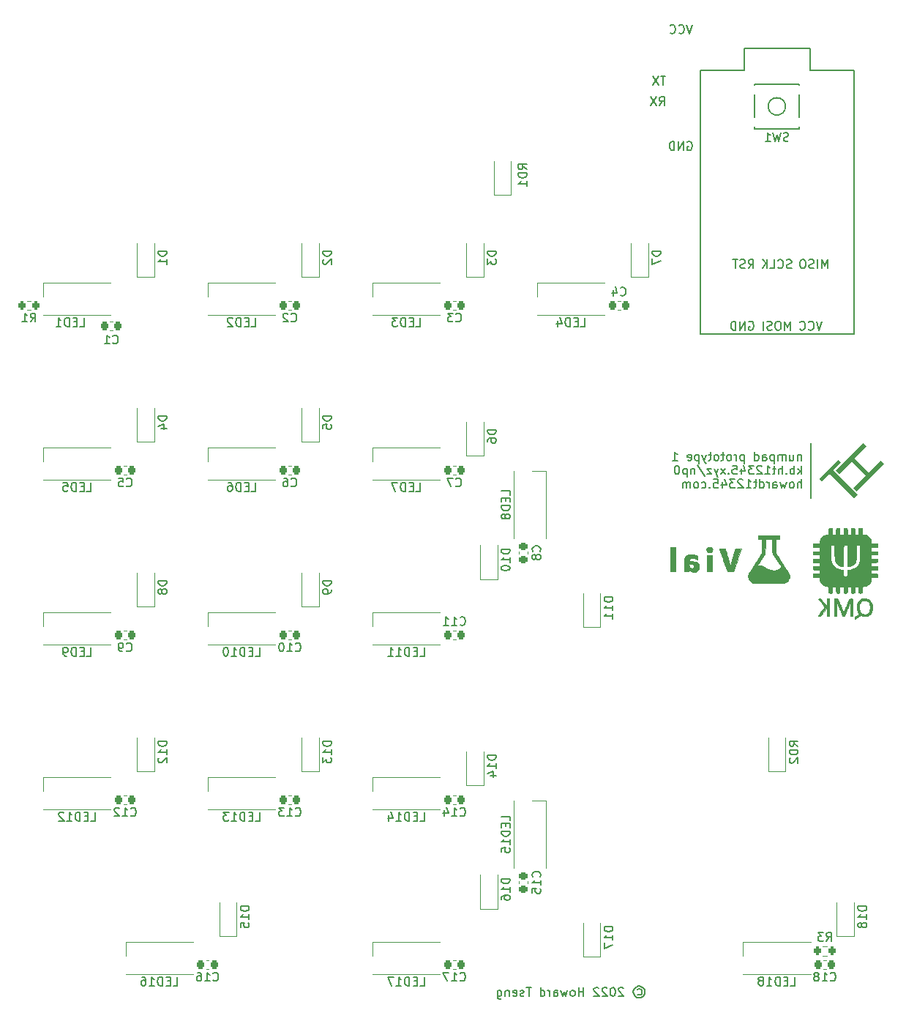
<source format=gbo>
%TF.GenerationSoftware,KiCad,Pcbnew,(6.0.0)*%
%TF.CreationDate,2022-02-03T20:13:32-05:00*%
%TF.ProjectId,numpad,6e756d70-6164-42e6-9b69-6361645f7063,rev?*%
%TF.SameCoordinates,Original*%
%TF.FileFunction,Legend,Bot*%
%TF.FilePolarity,Positive*%
%FSLAX46Y46*%
G04 Gerber Fmt 4.6, Leading zero omitted, Abs format (unit mm)*
G04 Created by KiCad (PCBNEW (6.0.0)) date 2022-02-03 20:13:32*
%MOMM*%
%LPD*%
G01*
G04 APERTURE LIST*
G04 Aperture macros list*
%AMRoundRect*
0 Rectangle with rounded corners*
0 $1 Rounding radius*
0 $2 $3 $4 $5 $6 $7 $8 $9 X,Y pos of 4 corners*
0 Add a 4 corners polygon primitive as box body*
4,1,4,$2,$3,$4,$5,$6,$7,$8,$9,$2,$3,0*
0 Add four circle primitives for the rounded corners*
1,1,$1+$1,$2,$3*
1,1,$1+$1,$4,$5*
1,1,$1+$1,$6,$7*
1,1,$1+$1,$8,$9*
0 Add four rect primitives between the rounded corners*
20,1,$1+$1,$2,$3,$4,$5,0*
20,1,$1+$1,$4,$5,$6,$7,0*
20,1,$1+$1,$6,$7,$8,$9,0*
20,1,$1+$1,$8,$9,$2,$3,0*%
G04 Aperture macros list end*
%ADD10C,0.150000*%
%ADD11C,0.010000*%
%ADD12C,0.120000*%
%ADD13R,1.700000X1.700000*%
%ADD14O,1.700000X1.700000*%
%ADD15O,1.600000X2.000000*%
%ADD16R,2.000000X2.000000*%
%ADD17C,2.000000*%
%ADD18R,3.200000X2.000000*%
%ADD19R,1.600000X1.600000*%
%ADD20C,1.600000*%
%ADD21C,6.400000*%
%ADD22C,4.000000*%
%ADD23C,1.750000*%
%ADD24C,3.000000*%
%ADD25R,2.550000X2.500000*%
%ADD26C,3.050000*%
%ADD27R,2.500000X2.550000*%
%ADD28R,1.800000X1.100000*%
%ADD29R,1.200000X0.900000*%
%ADD30R,1.000000X1.700000*%
%ADD31R,1.700000X1.000000*%
%ADD32RoundRect,0.225000X-0.225000X-0.250000X0.225000X-0.250000X0.225000X0.250000X-0.225000X0.250000X0*%
%ADD33RoundRect,0.200000X-0.200000X-0.275000X0.200000X-0.275000X0.200000X0.275000X-0.200000X0.275000X0*%
%ADD34RoundRect,0.225000X-0.250000X0.225000X-0.250000X-0.225000X0.250000X-0.225000X0.250000X0.225000X0*%
%ADD35RoundRect,0.225000X0.225000X0.250000X-0.225000X0.250000X-0.225000X-0.250000X0.225000X-0.250000X0*%
G04 APERTURE END LIST*
D10*
X173820300Y-110324300D02*
X173820300Y-116673900D01*
X156255576Y-71333930D02*
X156588909Y-70857740D01*
X156827004Y-71333930D02*
X156827004Y-70333930D01*
X156446052Y-70333930D01*
X156350814Y-70381550D01*
X156303195Y-70429169D01*
X156255576Y-70524407D01*
X156255576Y-70667264D01*
X156303195Y-70762502D01*
X156350814Y-70810121D01*
X156446052Y-70857740D01*
X156827004Y-70857740D01*
X155922242Y-70333930D02*
X155255576Y-71333930D01*
X155255576Y-70333930D02*
X155922242Y-71333930D01*
X159512004Y-75546200D02*
X159607242Y-75498580D01*
X159750100Y-75498580D01*
X159892957Y-75546200D01*
X159988195Y-75641438D01*
X160035814Y-75736676D01*
X160083433Y-75927152D01*
X160083433Y-76070009D01*
X160035814Y-76260485D01*
X159988195Y-76355723D01*
X159892957Y-76450961D01*
X159750100Y-76498580D01*
X159654861Y-76498580D01*
X159512004Y-76450961D01*
X159464385Y-76403342D01*
X159464385Y-76070009D01*
X159654861Y-76070009D01*
X159035814Y-76498580D02*
X159035814Y-75498580D01*
X158464385Y-76498580D01*
X158464385Y-75498580D01*
X157988195Y-76498580D02*
X157988195Y-75498580D01*
X157750100Y-75498580D01*
X157607242Y-75546200D01*
X157512004Y-75641438D01*
X157464385Y-75736676D01*
X157416766Y-75927152D01*
X157416766Y-76070009D01*
X157464385Y-76260485D01*
X157512004Y-76355723D01*
X157607242Y-76450961D01*
X157750100Y-76498580D01*
X157988195Y-76498580D01*
X160088383Y-62004830D02*
X159755050Y-63004830D01*
X159421716Y-62004830D01*
X158516954Y-62909592D02*
X158564573Y-62957211D01*
X158707430Y-63004830D01*
X158802669Y-63004830D01*
X158945526Y-62957211D01*
X159040764Y-62861973D01*
X159088383Y-62766735D01*
X159136002Y-62576259D01*
X159136002Y-62433402D01*
X159088383Y-62242926D01*
X159040764Y-62147688D01*
X158945526Y-62052450D01*
X158802669Y-62004830D01*
X158707430Y-62004830D01*
X158564573Y-62052450D01*
X158516954Y-62100069D01*
X157516954Y-62909592D02*
X157564573Y-62957211D01*
X157707430Y-63004830D01*
X157802669Y-63004830D01*
X157945526Y-62957211D01*
X158040764Y-62861973D01*
X158088383Y-62766735D01*
X158136002Y-62576259D01*
X158136002Y-62433402D01*
X158088383Y-62242926D01*
X158040764Y-62147688D01*
X157945526Y-62052450D01*
X157802669Y-62004830D01*
X157707430Y-62004830D01*
X157564573Y-62052450D01*
X157516954Y-62100069D01*
X166622145Y-96331650D02*
X166717383Y-96284030D01*
X166860240Y-96284030D01*
X167003097Y-96331650D01*
X167098335Y-96426888D01*
X167145954Y-96522126D01*
X167193573Y-96712602D01*
X167193573Y-96855459D01*
X167145954Y-97045935D01*
X167098335Y-97141173D01*
X167003097Y-97236411D01*
X166860240Y-97284030D01*
X166765002Y-97284030D01*
X166622145Y-97236411D01*
X166574526Y-97188792D01*
X166574526Y-96855459D01*
X166765002Y-96855459D01*
X166145954Y-97284030D02*
X166145954Y-96284030D01*
X165574526Y-97284030D01*
X165574526Y-96284030D01*
X165098335Y-97284030D02*
X165098335Y-96284030D01*
X164860240Y-96284030D01*
X164717383Y-96331650D01*
X164622145Y-96426888D01*
X164574526Y-96522126D01*
X164526907Y-96712602D01*
X164526907Y-96855459D01*
X164574526Y-97045935D01*
X164622145Y-97141173D01*
X164717383Y-97236411D01*
X164860240Y-97284030D01*
X165098335Y-97284030D01*
X171434078Y-97284030D02*
X171434078Y-96284030D01*
X171100745Y-96998316D01*
X170767411Y-96284030D01*
X170767411Y-97284030D01*
X170100745Y-96284030D02*
X169910269Y-96284030D01*
X169815030Y-96331650D01*
X169719792Y-96426888D01*
X169672173Y-96617364D01*
X169672173Y-96950697D01*
X169719792Y-97141173D01*
X169815030Y-97236411D01*
X169910269Y-97284030D01*
X170100745Y-97284030D01*
X170195983Y-97236411D01*
X170291221Y-97141173D01*
X170338840Y-96950697D01*
X170338840Y-96617364D01*
X170291221Y-96426888D01*
X170195983Y-96331650D01*
X170100745Y-96284030D01*
X169291221Y-97236411D02*
X169148364Y-97284030D01*
X168910269Y-97284030D01*
X168815030Y-97236411D01*
X168767411Y-97188792D01*
X168719792Y-97093554D01*
X168719792Y-96998316D01*
X168767411Y-96903078D01*
X168815030Y-96855459D01*
X168910269Y-96807840D01*
X169100745Y-96760221D01*
X169195983Y-96712602D01*
X169243602Y-96664983D01*
X169291221Y-96569745D01*
X169291221Y-96474507D01*
X169243602Y-96379269D01*
X169195983Y-96331650D01*
X169100745Y-96284030D01*
X168862650Y-96284030D01*
X168719792Y-96331650D01*
X168291221Y-97284030D02*
X168291221Y-96284030D01*
X175103154Y-96284030D02*
X174769821Y-97284030D01*
X174436488Y-96284030D01*
X173531726Y-97188792D02*
X173579345Y-97236411D01*
X173722202Y-97284030D01*
X173817440Y-97284030D01*
X173960297Y-97236411D01*
X174055535Y-97141173D01*
X174103154Y-97045935D01*
X174150773Y-96855459D01*
X174150773Y-96712602D01*
X174103154Y-96522126D01*
X174055535Y-96426888D01*
X173960297Y-96331650D01*
X173817440Y-96284030D01*
X173722202Y-96284030D01*
X173579345Y-96331650D01*
X173531726Y-96379269D01*
X172531726Y-97188792D02*
X172579345Y-97236411D01*
X172722202Y-97284030D01*
X172817440Y-97284030D01*
X172960297Y-97236411D01*
X173055535Y-97141173D01*
X173103154Y-97045935D01*
X173150773Y-96855459D01*
X173150773Y-96712602D01*
X173103154Y-96522126D01*
X173055535Y-96426888D01*
X172960297Y-96331650D01*
X172817440Y-96284030D01*
X172722202Y-96284030D01*
X172579345Y-96331650D01*
X172531726Y-96379269D01*
X175722202Y-90140730D02*
X175722202Y-89140730D01*
X175388869Y-89855016D01*
X175055535Y-89140730D01*
X175055535Y-90140730D01*
X174579345Y-90140730D02*
X174579345Y-89140730D01*
X174150773Y-90093111D02*
X174007916Y-90140730D01*
X173769821Y-90140730D01*
X173674583Y-90093111D01*
X173626964Y-90045492D01*
X173579345Y-89950254D01*
X173579345Y-89855016D01*
X173626964Y-89759778D01*
X173674583Y-89712159D01*
X173769821Y-89664540D01*
X173960297Y-89616921D01*
X174055535Y-89569302D01*
X174103154Y-89521683D01*
X174150773Y-89426445D01*
X174150773Y-89331207D01*
X174103154Y-89235969D01*
X174055535Y-89188350D01*
X173960297Y-89140730D01*
X173722202Y-89140730D01*
X173579345Y-89188350D01*
X172960297Y-89140730D02*
X172769821Y-89140730D01*
X172674583Y-89188350D01*
X172579345Y-89283588D01*
X172531726Y-89474064D01*
X172531726Y-89807397D01*
X172579345Y-89997873D01*
X172674583Y-90093111D01*
X172769821Y-90140730D01*
X172960297Y-90140730D01*
X173055535Y-90093111D01*
X173150773Y-89997873D01*
X173198392Y-89807397D01*
X173198392Y-89474064D01*
X173150773Y-89283588D01*
X173055535Y-89188350D01*
X172960297Y-89140730D01*
X171553126Y-90093111D02*
X171410269Y-90140730D01*
X171172173Y-90140730D01*
X171076935Y-90093111D01*
X171029316Y-90045492D01*
X170981697Y-89950254D01*
X170981697Y-89855016D01*
X171029316Y-89759778D01*
X171076935Y-89712159D01*
X171172173Y-89664540D01*
X171362650Y-89616921D01*
X171457888Y-89569302D01*
X171505507Y-89521683D01*
X171553126Y-89426445D01*
X171553126Y-89331207D01*
X171505507Y-89235969D01*
X171457888Y-89188350D01*
X171362650Y-89140730D01*
X171124554Y-89140730D01*
X170981697Y-89188350D01*
X169981697Y-90045492D02*
X170029316Y-90093111D01*
X170172173Y-90140730D01*
X170267411Y-90140730D01*
X170410269Y-90093111D01*
X170505507Y-89997873D01*
X170553126Y-89902635D01*
X170600745Y-89712159D01*
X170600745Y-89569302D01*
X170553126Y-89378826D01*
X170505507Y-89283588D01*
X170410269Y-89188350D01*
X170267411Y-89140730D01*
X170172173Y-89140730D01*
X170029316Y-89188350D01*
X169981697Y-89235969D01*
X169076935Y-90140730D02*
X169553126Y-90140730D01*
X169553126Y-89140730D01*
X168743602Y-90140730D02*
X168743602Y-89140730D01*
X168172173Y-90140730D02*
X168600745Y-89569302D01*
X168172173Y-89140730D02*
X168743602Y-89712159D01*
X166574526Y-90140730D02*
X166907859Y-89664540D01*
X167145954Y-90140730D02*
X167145954Y-89140730D01*
X166765002Y-89140730D01*
X166669764Y-89188350D01*
X166622145Y-89235969D01*
X166574526Y-89331207D01*
X166574526Y-89474064D01*
X166622145Y-89569302D01*
X166669764Y-89616921D01*
X166765002Y-89664540D01*
X167145954Y-89664540D01*
X166193573Y-90093111D02*
X166050716Y-90140730D01*
X165812621Y-90140730D01*
X165717383Y-90093111D01*
X165669764Y-90045492D01*
X165622145Y-89950254D01*
X165622145Y-89855016D01*
X165669764Y-89759778D01*
X165717383Y-89712159D01*
X165812621Y-89664540D01*
X166003097Y-89616921D01*
X166098335Y-89569302D01*
X166145954Y-89521683D01*
X166193573Y-89426445D01*
X166193573Y-89331207D01*
X166145954Y-89235969D01*
X166098335Y-89188350D01*
X166003097Y-89140730D01*
X165765002Y-89140730D01*
X165622145Y-89188350D01*
X165336430Y-89140730D02*
X164765002Y-89140730D01*
X165050716Y-90140730D02*
X165050716Y-89140730D01*
X172691007Y-113951493D02*
X172691007Y-112951493D01*
X172595769Y-113570541D02*
X172310055Y-113951493D01*
X172310055Y-113284827D02*
X172691007Y-113665779D01*
X171881483Y-113951493D02*
X171881483Y-112951493D01*
X171881483Y-113332446D02*
X171786245Y-113284827D01*
X171595769Y-113284827D01*
X171500531Y-113332446D01*
X171452912Y-113380065D01*
X171405293Y-113475303D01*
X171405293Y-113761017D01*
X171452912Y-113856255D01*
X171500531Y-113903874D01*
X171595769Y-113951493D01*
X171786245Y-113951493D01*
X171881483Y-113903874D01*
X170976722Y-113856255D02*
X170929103Y-113903874D01*
X170976722Y-113951493D01*
X171024341Y-113903874D01*
X170976722Y-113856255D01*
X170976722Y-113951493D01*
X170500531Y-113951493D02*
X170500531Y-112951493D01*
X170071960Y-113951493D02*
X170071960Y-113427684D01*
X170119579Y-113332446D01*
X170214817Y-113284827D01*
X170357674Y-113284827D01*
X170452912Y-113332446D01*
X170500531Y-113380065D01*
X169738626Y-113284827D02*
X169357674Y-113284827D01*
X169595769Y-112951493D02*
X169595769Y-113808636D01*
X169548150Y-113903874D01*
X169452912Y-113951493D01*
X169357674Y-113951493D01*
X168500531Y-113951493D02*
X169071960Y-113951493D01*
X168786245Y-113951493D02*
X168786245Y-112951493D01*
X168881483Y-113094351D01*
X168976722Y-113189589D01*
X169071960Y-113237208D01*
X168119579Y-113046732D02*
X168071960Y-112999113D01*
X167976722Y-112951493D01*
X167738626Y-112951493D01*
X167643388Y-112999113D01*
X167595769Y-113046732D01*
X167548150Y-113141970D01*
X167548150Y-113237208D01*
X167595769Y-113380065D01*
X168167198Y-113951493D01*
X167548150Y-113951493D01*
X167214817Y-112951493D02*
X166595769Y-112951493D01*
X166929103Y-113332446D01*
X166786245Y-113332446D01*
X166691007Y-113380065D01*
X166643388Y-113427684D01*
X166595769Y-113522922D01*
X166595769Y-113761017D01*
X166643388Y-113856255D01*
X166691007Y-113903874D01*
X166786245Y-113951493D01*
X167071960Y-113951493D01*
X167167198Y-113903874D01*
X167214817Y-113856255D01*
X165738626Y-113284827D02*
X165738626Y-113951493D01*
X165976722Y-112903874D02*
X166214817Y-113618160D01*
X165595769Y-113618160D01*
X164738626Y-112951493D02*
X165214817Y-112951493D01*
X165262436Y-113427684D01*
X165214817Y-113380065D01*
X165119579Y-113332446D01*
X164881483Y-113332446D01*
X164786245Y-113380065D01*
X164738626Y-113427684D01*
X164691007Y-113522922D01*
X164691007Y-113761017D01*
X164738626Y-113856255D01*
X164786245Y-113903874D01*
X164881483Y-113951493D01*
X165119579Y-113951493D01*
X165214817Y-113903874D01*
X165262436Y-113856255D01*
X164262436Y-113856255D02*
X164214817Y-113903874D01*
X164262436Y-113951493D01*
X164310055Y-113903874D01*
X164262436Y-113856255D01*
X164262436Y-113951493D01*
X163881483Y-113951493D02*
X163357674Y-113284827D01*
X163881483Y-113284827D02*
X163357674Y-113951493D01*
X163071960Y-113284827D02*
X162833864Y-113951493D01*
X162595769Y-113284827D02*
X162833864Y-113951493D01*
X162929103Y-114189589D01*
X162976722Y-114237208D01*
X163071960Y-114284827D01*
X162310055Y-113284827D02*
X161786245Y-113284827D01*
X162310055Y-113951493D01*
X161786245Y-113951493D01*
X160691007Y-112903874D02*
X161548150Y-114189589D01*
X160357674Y-113284827D02*
X160357674Y-113951493D01*
X160357674Y-113380065D02*
X160310055Y-113332446D01*
X160214817Y-113284827D01*
X160071960Y-113284827D01*
X159976722Y-113332446D01*
X159929103Y-113427684D01*
X159929103Y-113951493D01*
X159452912Y-113284827D02*
X159452912Y-114284827D01*
X159452912Y-113332446D02*
X159357674Y-113284827D01*
X159167198Y-113284827D01*
X159071960Y-113332446D01*
X159024341Y-113380065D01*
X158976722Y-113475303D01*
X158976722Y-113761017D01*
X159024341Y-113856255D01*
X159071960Y-113903874D01*
X159167198Y-113951493D01*
X159357674Y-113951493D01*
X159452912Y-113903874D01*
X158357674Y-112951493D02*
X158262436Y-112951493D01*
X158167198Y-112999113D01*
X158119579Y-113046732D01*
X158071960Y-113141970D01*
X158024341Y-113332446D01*
X158024341Y-113570541D01*
X158071960Y-113761017D01*
X158119579Y-113856255D01*
X158167198Y-113903874D01*
X158262436Y-113951493D01*
X158357674Y-113951493D01*
X158452912Y-113903874D01*
X158500531Y-113856255D01*
X158548150Y-113761017D01*
X158595769Y-113570541D01*
X158595769Y-113332446D01*
X158548150Y-113141970D01*
X158500531Y-113046732D01*
X158452912Y-112999113D01*
X158357674Y-112951493D01*
X172691004Y-111697414D02*
X172691004Y-112364080D01*
X172691004Y-111792652D02*
X172643385Y-111745033D01*
X172548147Y-111697414D01*
X172405290Y-111697414D01*
X172310052Y-111745033D01*
X172262433Y-111840271D01*
X172262433Y-112364080D01*
X171357671Y-111697414D02*
X171357671Y-112364080D01*
X171786242Y-111697414D02*
X171786242Y-112221223D01*
X171738623Y-112316461D01*
X171643385Y-112364080D01*
X171500528Y-112364080D01*
X171405290Y-112316461D01*
X171357671Y-112268842D01*
X170881480Y-112364080D02*
X170881480Y-111697414D01*
X170881480Y-111792652D02*
X170833861Y-111745033D01*
X170738623Y-111697414D01*
X170595766Y-111697414D01*
X170500528Y-111745033D01*
X170452909Y-111840271D01*
X170452909Y-112364080D01*
X170452909Y-111840271D02*
X170405290Y-111745033D01*
X170310052Y-111697414D01*
X170167195Y-111697414D01*
X170071957Y-111745033D01*
X170024338Y-111840271D01*
X170024338Y-112364080D01*
X169548147Y-111697414D02*
X169548147Y-112697414D01*
X169548147Y-111745033D02*
X169452909Y-111697414D01*
X169262433Y-111697414D01*
X169167195Y-111745033D01*
X169119576Y-111792652D01*
X169071957Y-111887890D01*
X169071957Y-112173604D01*
X169119576Y-112268842D01*
X169167195Y-112316461D01*
X169262433Y-112364080D01*
X169452909Y-112364080D01*
X169548147Y-112316461D01*
X168214814Y-112364080D02*
X168214814Y-111840271D01*
X168262433Y-111745033D01*
X168357671Y-111697414D01*
X168548147Y-111697414D01*
X168643385Y-111745033D01*
X168214814Y-112316461D02*
X168310052Y-112364080D01*
X168548147Y-112364080D01*
X168643385Y-112316461D01*
X168691004Y-112221223D01*
X168691004Y-112125985D01*
X168643385Y-112030747D01*
X168548147Y-111983128D01*
X168310052Y-111983128D01*
X168214814Y-111935509D01*
X167310052Y-112364080D02*
X167310052Y-111364080D01*
X167310052Y-112316461D02*
X167405290Y-112364080D01*
X167595766Y-112364080D01*
X167691004Y-112316461D01*
X167738623Y-112268842D01*
X167786242Y-112173604D01*
X167786242Y-111887890D01*
X167738623Y-111792652D01*
X167691004Y-111745033D01*
X167595766Y-111697414D01*
X167405290Y-111697414D01*
X167310052Y-111745033D01*
X166071957Y-111697414D02*
X166071957Y-112697414D01*
X166071957Y-111745033D02*
X165976719Y-111697414D01*
X165786242Y-111697414D01*
X165691004Y-111745033D01*
X165643385Y-111792652D01*
X165595766Y-111887890D01*
X165595766Y-112173604D01*
X165643385Y-112268842D01*
X165691004Y-112316461D01*
X165786242Y-112364080D01*
X165976719Y-112364080D01*
X166071957Y-112316461D01*
X165167195Y-112364080D02*
X165167195Y-111697414D01*
X165167195Y-111887890D02*
X165119576Y-111792652D01*
X165071957Y-111745033D01*
X164976719Y-111697414D01*
X164881480Y-111697414D01*
X164405290Y-112364080D02*
X164500528Y-112316461D01*
X164548147Y-112268842D01*
X164595766Y-112173604D01*
X164595766Y-111887890D01*
X164548147Y-111792652D01*
X164500528Y-111745033D01*
X164405290Y-111697414D01*
X164262433Y-111697414D01*
X164167195Y-111745033D01*
X164119576Y-111792652D01*
X164071957Y-111887890D01*
X164071957Y-112173604D01*
X164119576Y-112268842D01*
X164167195Y-112316461D01*
X164262433Y-112364080D01*
X164405290Y-112364080D01*
X163786242Y-111697414D02*
X163405290Y-111697414D01*
X163643385Y-111364080D02*
X163643385Y-112221223D01*
X163595766Y-112316461D01*
X163500528Y-112364080D01*
X163405290Y-112364080D01*
X162929100Y-112364080D02*
X163024338Y-112316461D01*
X163071957Y-112268842D01*
X163119576Y-112173604D01*
X163119576Y-111887890D01*
X163071957Y-111792652D01*
X163024338Y-111745033D01*
X162929100Y-111697414D01*
X162786242Y-111697414D01*
X162691004Y-111745033D01*
X162643385Y-111792652D01*
X162595766Y-111887890D01*
X162595766Y-112173604D01*
X162643385Y-112268842D01*
X162691004Y-112316461D01*
X162786242Y-112364080D01*
X162929100Y-112364080D01*
X162310052Y-111697414D02*
X161929100Y-111697414D01*
X162167195Y-111364080D02*
X162167195Y-112221223D01*
X162119576Y-112316461D01*
X162024338Y-112364080D01*
X161929100Y-112364080D01*
X161691004Y-111697414D02*
X161452909Y-112364080D01*
X161214814Y-111697414D02*
X161452909Y-112364080D01*
X161548147Y-112602176D01*
X161595766Y-112649795D01*
X161691004Y-112697414D01*
X160833861Y-111697414D02*
X160833861Y-112697414D01*
X160833861Y-111745033D02*
X160738623Y-111697414D01*
X160548147Y-111697414D01*
X160452909Y-111745033D01*
X160405290Y-111792652D01*
X160357671Y-111887890D01*
X160357671Y-112173604D01*
X160405290Y-112268842D01*
X160452909Y-112316461D01*
X160548147Y-112364080D01*
X160738623Y-112364080D01*
X160833861Y-112316461D01*
X159548147Y-112316461D02*
X159643385Y-112364080D01*
X159833861Y-112364080D01*
X159929100Y-112316461D01*
X159976719Y-112221223D01*
X159976719Y-111840271D01*
X159929100Y-111745033D01*
X159833861Y-111697414D01*
X159643385Y-111697414D01*
X159548147Y-111745033D01*
X159500528Y-111840271D01*
X159500528Y-111935509D01*
X159976719Y-112030747D01*
X157786242Y-112364080D02*
X158357671Y-112364080D01*
X158071957Y-112364080D02*
X158071957Y-111364080D01*
X158167195Y-111506938D01*
X158262433Y-111602176D01*
X158357671Y-111649795D01*
X172691004Y-115538880D02*
X172691004Y-114538880D01*
X172262433Y-115538880D02*
X172262433Y-115015071D01*
X172310052Y-114919833D01*
X172405290Y-114872214D01*
X172548147Y-114872214D01*
X172643385Y-114919833D01*
X172691004Y-114967452D01*
X171643385Y-115538880D02*
X171738623Y-115491261D01*
X171786242Y-115443642D01*
X171833861Y-115348404D01*
X171833861Y-115062690D01*
X171786242Y-114967452D01*
X171738623Y-114919833D01*
X171643385Y-114872214D01*
X171500528Y-114872214D01*
X171405290Y-114919833D01*
X171357671Y-114967452D01*
X171310052Y-115062690D01*
X171310052Y-115348404D01*
X171357671Y-115443642D01*
X171405290Y-115491261D01*
X171500528Y-115538880D01*
X171643385Y-115538880D01*
X170976719Y-114872214D02*
X170786242Y-115538880D01*
X170595766Y-115062690D01*
X170405290Y-115538880D01*
X170214814Y-114872214D01*
X169405290Y-115538880D02*
X169405290Y-115015071D01*
X169452909Y-114919833D01*
X169548147Y-114872214D01*
X169738623Y-114872214D01*
X169833861Y-114919833D01*
X169405290Y-115491261D02*
X169500528Y-115538880D01*
X169738623Y-115538880D01*
X169833861Y-115491261D01*
X169881480Y-115396023D01*
X169881480Y-115300785D01*
X169833861Y-115205547D01*
X169738623Y-115157928D01*
X169500528Y-115157928D01*
X169405290Y-115110309D01*
X168929100Y-115538880D02*
X168929100Y-114872214D01*
X168929100Y-115062690D02*
X168881480Y-114967452D01*
X168833861Y-114919833D01*
X168738623Y-114872214D01*
X168643385Y-114872214D01*
X167881480Y-115538880D02*
X167881480Y-114538880D01*
X167881480Y-115491261D02*
X167976719Y-115538880D01*
X168167195Y-115538880D01*
X168262433Y-115491261D01*
X168310052Y-115443642D01*
X168357671Y-115348404D01*
X168357671Y-115062690D01*
X168310052Y-114967452D01*
X168262433Y-114919833D01*
X168167195Y-114872214D01*
X167976719Y-114872214D01*
X167881480Y-114919833D01*
X167548147Y-114872214D02*
X167167195Y-114872214D01*
X167405290Y-114538880D02*
X167405290Y-115396023D01*
X167357671Y-115491261D01*
X167262433Y-115538880D01*
X167167195Y-115538880D01*
X166310052Y-115538880D02*
X166881480Y-115538880D01*
X166595766Y-115538880D02*
X166595766Y-114538880D01*
X166691004Y-114681738D01*
X166786242Y-114776976D01*
X166881480Y-114824595D01*
X165929100Y-114634119D02*
X165881480Y-114586500D01*
X165786242Y-114538880D01*
X165548147Y-114538880D01*
X165452909Y-114586500D01*
X165405290Y-114634119D01*
X165357671Y-114729357D01*
X165357671Y-114824595D01*
X165405290Y-114967452D01*
X165976719Y-115538880D01*
X165357671Y-115538880D01*
X165024338Y-114538880D02*
X164405290Y-114538880D01*
X164738623Y-114919833D01*
X164595766Y-114919833D01*
X164500528Y-114967452D01*
X164452909Y-115015071D01*
X164405290Y-115110309D01*
X164405290Y-115348404D01*
X164452909Y-115443642D01*
X164500528Y-115491261D01*
X164595766Y-115538880D01*
X164881480Y-115538880D01*
X164976719Y-115491261D01*
X165024338Y-115443642D01*
X163548147Y-114872214D02*
X163548147Y-115538880D01*
X163786242Y-114491261D02*
X164024338Y-115205547D01*
X163405290Y-115205547D01*
X162548147Y-114538880D02*
X163024338Y-114538880D01*
X163071957Y-115015071D01*
X163024338Y-114967452D01*
X162929100Y-114919833D01*
X162691004Y-114919833D01*
X162595766Y-114967452D01*
X162548147Y-115015071D01*
X162500528Y-115110309D01*
X162500528Y-115348404D01*
X162548147Y-115443642D01*
X162595766Y-115491261D01*
X162691004Y-115538880D01*
X162929100Y-115538880D01*
X163024338Y-115491261D01*
X163071957Y-115443642D01*
X162071957Y-115443642D02*
X162024338Y-115491261D01*
X162071957Y-115538880D01*
X162119576Y-115491261D01*
X162071957Y-115443642D01*
X162071957Y-115538880D01*
X161167195Y-115491261D02*
X161262433Y-115538880D01*
X161452909Y-115538880D01*
X161548147Y-115491261D01*
X161595766Y-115443642D01*
X161643385Y-115348404D01*
X161643385Y-115062690D01*
X161595766Y-114967452D01*
X161548147Y-114919833D01*
X161452909Y-114872214D01*
X161262433Y-114872214D01*
X161167195Y-114919833D01*
X160595766Y-115538880D02*
X160691004Y-115491261D01*
X160738623Y-115443642D01*
X160786242Y-115348404D01*
X160786242Y-115062690D01*
X160738623Y-114967452D01*
X160691004Y-114919833D01*
X160595766Y-114872214D01*
X160452909Y-114872214D01*
X160357671Y-114919833D01*
X160310052Y-114967452D01*
X160262433Y-115062690D01*
X160262433Y-115348404D01*
X160310052Y-115443642D01*
X160357671Y-115491261D01*
X160452909Y-115538880D01*
X160595766Y-115538880D01*
X159833861Y-115538880D02*
X159833861Y-114872214D01*
X159833861Y-114967452D02*
X159786242Y-114919833D01*
X159691004Y-114872214D01*
X159548147Y-114872214D01*
X159452909Y-114919833D01*
X159405290Y-115015071D01*
X159405290Y-115538880D01*
X159405290Y-115015071D02*
X159357671Y-114919833D01*
X159262433Y-114872214D01*
X159119576Y-114872214D01*
X159024338Y-114919833D01*
X158976719Y-115015071D01*
X158976719Y-115538880D01*
X153731276Y-173510776D02*
X153826514Y-173463157D01*
X154016990Y-173463157D01*
X154112228Y-173510776D01*
X154207466Y-173606014D01*
X154255085Y-173701252D01*
X154255085Y-173891728D01*
X154207466Y-173986966D01*
X154112228Y-174082204D01*
X154016990Y-174129823D01*
X153826514Y-174129823D01*
X153731276Y-174082204D01*
X153921752Y-173129823D02*
X154159847Y-173177442D01*
X154397942Y-173320300D01*
X154540800Y-173558395D01*
X154588419Y-173796490D01*
X154540800Y-174034585D01*
X154397942Y-174272680D01*
X154159847Y-174415538D01*
X153921752Y-174463157D01*
X153683657Y-174415538D01*
X153445561Y-174272680D01*
X153302704Y-174034585D01*
X153255085Y-173796490D01*
X153302704Y-173558395D01*
X153445561Y-173320300D01*
X153683657Y-173177442D01*
X153921752Y-173129823D01*
X152112228Y-173367919D02*
X152064609Y-173320300D01*
X151969371Y-173272680D01*
X151731276Y-173272680D01*
X151636038Y-173320300D01*
X151588419Y-173367919D01*
X151540800Y-173463157D01*
X151540800Y-173558395D01*
X151588419Y-173701252D01*
X152159847Y-174272680D01*
X151540800Y-174272680D01*
X150921752Y-173272680D02*
X150826514Y-173272680D01*
X150731276Y-173320300D01*
X150683657Y-173367919D01*
X150636038Y-173463157D01*
X150588419Y-173653633D01*
X150588419Y-173891728D01*
X150636038Y-174082204D01*
X150683657Y-174177442D01*
X150731276Y-174225061D01*
X150826514Y-174272680D01*
X150921752Y-174272680D01*
X151016990Y-174225061D01*
X151064609Y-174177442D01*
X151112228Y-174082204D01*
X151159847Y-173891728D01*
X151159847Y-173653633D01*
X151112228Y-173463157D01*
X151064609Y-173367919D01*
X151016990Y-173320300D01*
X150921752Y-173272680D01*
X150207466Y-173367919D02*
X150159847Y-173320300D01*
X150064609Y-173272680D01*
X149826514Y-173272680D01*
X149731276Y-173320300D01*
X149683657Y-173367919D01*
X149636038Y-173463157D01*
X149636038Y-173558395D01*
X149683657Y-173701252D01*
X150255085Y-174272680D01*
X149636038Y-174272680D01*
X149255085Y-173367919D02*
X149207466Y-173320300D01*
X149112228Y-173272680D01*
X148874133Y-173272680D01*
X148778895Y-173320300D01*
X148731276Y-173367919D01*
X148683657Y-173463157D01*
X148683657Y-173558395D01*
X148731276Y-173701252D01*
X149302704Y-174272680D01*
X148683657Y-174272680D01*
X147493180Y-174272680D02*
X147493180Y-173272680D01*
X147493180Y-173748871D02*
X146921752Y-173748871D01*
X146921752Y-174272680D02*
X146921752Y-173272680D01*
X146302704Y-174272680D02*
X146397942Y-174225061D01*
X146445561Y-174177442D01*
X146493180Y-174082204D01*
X146493180Y-173796490D01*
X146445561Y-173701252D01*
X146397942Y-173653633D01*
X146302704Y-173606014D01*
X146159847Y-173606014D01*
X146064609Y-173653633D01*
X146016990Y-173701252D01*
X145969371Y-173796490D01*
X145969371Y-174082204D01*
X146016990Y-174177442D01*
X146064609Y-174225061D01*
X146159847Y-174272680D01*
X146302704Y-174272680D01*
X145636038Y-173606014D02*
X145445561Y-174272680D01*
X145255085Y-173796490D01*
X145064609Y-174272680D01*
X144874133Y-173606014D01*
X144064609Y-174272680D02*
X144064609Y-173748871D01*
X144112228Y-173653633D01*
X144207466Y-173606014D01*
X144397942Y-173606014D01*
X144493180Y-173653633D01*
X144064609Y-174225061D02*
X144159847Y-174272680D01*
X144397942Y-174272680D01*
X144493180Y-174225061D01*
X144540800Y-174129823D01*
X144540800Y-174034585D01*
X144493180Y-173939347D01*
X144397942Y-173891728D01*
X144159847Y-173891728D01*
X144064609Y-173844109D01*
X143588419Y-174272680D02*
X143588419Y-173606014D01*
X143588419Y-173796490D02*
X143540800Y-173701252D01*
X143493180Y-173653633D01*
X143397942Y-173606014D01*
X143302704Y-173606014D01*
X142540800Y-174272680D02*
X142540800Y-173272680D01*
X142540800Y-174225061D02*
X142636038Y-174272680D01*
X142826514Y-174272680D01*
X142921752Y-174225061D01*
X142969371Y-174177442D01*
X143016990Y-174082204D01*
X143016990Y-173796490D01*
X142969371Y-173701252D01*
X142921752Y-173653633D01*
X142826514Y-173606014D01*
X142636038Y-173606014D01*
X142540800Y-173653633D01*
X141445561Y-173272680D02*
X140874133Y-173272680D01*
X141159847Y-174272680D02*
X141159847Y-173272680D01*
X140588419Y-174225061D02*
X140493180Y-174272680D01*
X140302704Y-174272680D01*
X140207466Y-174225061D01*
X140159847Y-174129823D01*
X140159847Y-174082204D01*
X140207466Y-173986966D01*
X140302704Y-173939347D01*
X140445561Y-173939347D01*
X140540800Y-173891728D01*
X140588419Y-173796490D01*
X140588419Y-173748871D01*
X140540800Y-173653633D01*
X140445561Y-173606014D01*
X140302704Y-173606014D01*
X140207466Y-173653633D01*
X139350323Y-174225061D02*
X139445561Y-174272680D01*
X139636038Y-174272680D01*
X139731276Y-174225061D01*
X139778895Y-174129823D01*
X139778895Y-173748871D01*
X139731276Y-173653633D01*
X139636038Y-173606014D01*
X139445561Y-173606014D01*
X139350323Y-173653633D01*
X139302704Y-173748871D01*
X139302704Y-173844109D01*
X139778895Y-173939347D01*
X138874133Y-173606014D02*
X138874133Y-174272680D01*
X138874133Y-173701252D02*
X138826514Y-173653633D01*
X138731276Y-173606014D01*
X138588419Y-173606014D01*
X138493180Y-173653633D01*
X138445561Y-173748871D01*
X138445561Y-174272680D01*
X137540800Y-173606014D02*
X137540800Y-174415538D01*
X137588419Y-174510776D01*
X137636038Y-174558395D01*
X137731276Y-174606014D01*
X137874133Y-174606014D01*
X137969371Y-174558395D01*
X137540800Y-174225061D02*
X137636038Y-174272680D01*
X137826514Y-174272680D01*
X137921752Y-174225061D01*
X137969371Y-174177442D01*
X138016990Y-174082204D01*
X138016990Y-173796490D01*
X137969371Y-173701252D01*
X137921752Y-173653633D01*
X137826514Y-173606014D01*
X137636038Y-173606014D01*
X137540800Y-173653633D01*
X156969861Y-67952830D02*
X156398433Y-67952830D01*
X156684147Y-68952830D02*
X156684147Y-67952830D01*
X156160338Y-67952830D02*
X155493671Y-68952830D01*
X155493671Y-67952830D02*
X156160338Y-68952830D01*
%TO.C,SW1*%
X171195983Y-75409661D02*
X171053126Y-75457280D01*
X170815030Y-75457280D01*
X170719792Y-75409661D01*
X170672173Y-75362042D01*
X170624554Y-75266804D01*
X170624554Y-75171566D01*
X170672173Y-75076328D01*
X170719792Y-75028709D01*
X170815030Y-74981090D01*
X171005507Y-74933471D01*
X171100745Y-74885852D01*
X171148364Y-74838233D01*
X171195983Y-74742995D01*
X171195983Y-74647757D01*
X171148364Y-74552519D01*
X171100745Y-74504900D01*
X171005507Y-74457280D01*
X170767411Y-74457280D01*
X170624554Y-74504900D01*
X170291221Y-74457280D02*
X170053126Y-75457280D01*
X169862650Y-74742995D01*
X169672173Y-75457280D01*
X169434078Y-74457280D01*
X168529316Y-75457280D02*
X169100745Y-75457280D01*
X168815030Y-75457280D02*
X168815030Y-74457280D01*
X168910269Y-74600138D01*
X169005507Y-74695376D01*
X169100745Y-74742995D01*
%TO.C,D5*%
X118334930Y-107206954D02*
X117334930Y-107206954D01*
X117334930Y-107445050D01*
X117382550Y-107587907D01*
X117477788Y-107683145D01*
X117573026Y-107730764D01*
X117763502Y-107778383D01*
X117906359Y-107778383D01*
X118096835Y-107730764D01*
X118192073Y-107683145D01*
X118287311Y-107587907D01*
X118334930Y-107445050D01*
X118334930Y-107206954D01*
X117334930Y-108683145D02*
X117334930Y-108206954D01*
X117811121Y-108159335D01*
X117763502Y-108206954D01*
X117715883Y-108302192D01*
X117715883Y-108540288D01*
X117763502Y-108635526D01*
X117811121Y-108683145D01*
X117906359Y-108730764D01*
X118144454Y-108730764D01*
X118239692Y-108683145D01*
X118287311Y-108635526D01*
X118334930Y-108540288D01*
X118334930Y-108302192D01*
X118287311Y-108206954D01*
X118239692Y-108159335D01*
%TO.C,D6*%
X137384930Y-108794454D02*
X136384930Y-108794454D01*
X136384930Y-109032550D01*
X136432550Y-109175407D01*
X136527788Y-109270645D01*
X136623026Y-109318264D01*
X136813502Y-109365883D01*
X136956359Y-109365883D01*
X137146835Y-109318264D01*
X137242073Y-109270645D01*
X137337311Y-109175407D01*
X137384930Y-109032550D01*
X137384930Y-108794454D01*
X136384930Y-110223026D02*
X136384930Y-110032550D01*
X136432550Y-109937311D01*
X136480169Y-109889692D01*
X136623026Y-109794454D01*
X136813502Y-109746835D01*
X137194454Y-109746835D01*
X137289692Y-109794454D01*
X137337311Y-109842073D01*
X137384930Y-109937311D01*
X137384930Y-110127788D01*
X137337311Y-110223026D01*
X137289692Y-110270645D01*
X137194454Y-110318264D01*
X136956359Y-110318264D01*
X136861121Y-110270645D01*
X136813502Y-110223026D01*
X136765883Y-110127788D01*
X136765883Y-109937311D01*
X136813502Y-109842073D01*
X136861121Y-109794454D01*
X136956359Y-109746835D01*
%TO.C,D4*%
X99284930Y-107206954D02*
X98284930Y-107206954D01*
X98284930Y-107445050D01*
X98332550Y-107587907D01*
X98427788Y-107683145D01*
X98523026Y-107730764D01*
X98713502Y-107778383D01*
X98856359Y-107778383D01*
X99046835Y-107730764D01*
X99142073Y-107683145D01*
X99237311Y-107587907D01*
X99284930Y-107445050D01*
X99284930Y-107206954D01*
X98618264Y-108635526D02*
X99284930Y-108635526D01*
X98237311Y-108397430D02*
X98951597Y-108159335D01*
X98951597Y-108778383D01*
%TO.C,LED8*%
X138984930Y-116351002D02*
X138984930Y-115874811D01*
X137984930Y-115874811D01*
X138461121Y-116684335D02*
X138461121Y-117017669D01*
X138984930Y-117160526D02*
X138984930Y-116684335D01*
X137984930Y-116684335D01*
X137984930Y-117160526D01*
X138984930Y-117589097D02*
X137984930Y-117589097D01*
X137984930Y-117827192D01*
X138032550Y-117970050D01*
X138127788Y-118065288D01*
X138223026Y-118112907D01*
X138413502Y-118160526D01*
X138556359Y-118160526D01*
X138746835Y-118112907D01*
X138842073Y-118065288D01*
X138937311Y-117970050D01*
X138984930Y-117827192D01*
X138984930Y-117589097D01*
X138413502Y-118731954D02*
X138365883Y-118636716D01*
X138318264Y-118589097D01*
X138223026Y-118541478D01*
X138175407Y-118541478D01*
X138080169Y-118589097D01*
X138032550Y-118636716D01*
X137984930Y-118731954D01*
X137984930Y-118922430D01*
X138032550Y-119017669D01*
X138080169Y-119065288D01*
X138175407Y-119112907D01*
X138223026Y-119112907D01*
X138318264Y-119065288D01*
X138365883Y-119017669D01*
X138413502Y-118922430D01*
X138413502Y-118731954D01*
X138461121Y-118636716D01*
X138508740Y-118589097D01*
X138603978Y-118541478D01*
X138794454Y-118541478D01*
X138889692Y-118589097D01*
X138937311Y-118636716D01*
X138984930Y-118731954D01*
X138984930Y-118922430D01*
X138937311Y-119017669D01*
X138889692Y-119065288D01*
X138794454Y-119112907D01*
X138603978Y-119112907D01*
X138508740Y-119065288D01*
X138461121Y-119017669D01*
X138413502Y-118922430D01*
%TO.C,LED18*%
X171452788Y-173059930D02*
X171928978Y-173059930D01*
X171928978Y-172059930D01*
X171119454Y-172536121D02*
X170786121Y-172536121D01*
X170643264Y-173059930D02*
X171119454Y-173059930D01*
X171119454Y-172059930D01*
X170643264Y-172059930D01*
X170214692Y-173059930D02*
X170214692Y-172059930D01*
X169976597Y-172059930D01*
X169833740Y-172107550D01*
X169738502Y-172202788D01*
X169690883Y-172298026D01*
X169643264Y-172488502D01*
X169643264Y-172631359D01*
X169690883Y-172821835D01*
X169738502Y-172917073D01*
X169833740Y-173012311D01*
X169976597Y-173059930D01*
X170214692Y-173059930D01*
X168690883Y-173059930D02*
X169262311Y-173059930D01*
X168976597Y-173059930D02*
X168976597Y-172059930D01*
X169071835Y-172202788D01*
X169167073Y-172298026D01*
X169262311Y-172345645D01*
X168119454Y-172488502D02*
X168214692Y-172440883D01*
X168262311Y-172393264D01*
X168309930Y-172298026D01*
X168309930Y-172250407D01*
X168262311Y-172155169D01*
X168214692Y-172107550D01*
X168119454Y-172059930D01*
X167928978Y-172059930D01*
X167833740Y-172107550D01*
X167786121Y-172155169D01*
X167738502Y-172250407D01*
X167738502Y-172298026D01*
X167786121Y-172393264D01*
X167833740Y-172440883D01*
X167928978Y-172488502D01*
X168119454Y-172488502D01*
X168214692Y-172536121D01*
X168262311Y-172583740D01*
X168309930Y-172678978D01*
X168309930Y-172869454D01*
X168262311Y-172964692D01*
X168214692Y-173012311D01*
X168119454Y-173059930D01*
X167928978Y-173059930D01*
X167833740Y-173012311D01*
X167786121Y-172964692D01*
X167738502Y-172869454D01*
X167738502Y-172678978D01*
X167786121Y-172583740D01*
X167833740Y-172536121D01*
X167928978Y-172488502D01*
%TO.C,LED9*%
X90014097Y-134959930D02*
X90490288Y-134959930D01*
X90490288Y-133959930D01*
X89680764Y-134436121D02*
X89347430Y-134436121D01*
X89204573Y-134959930D02*
X89680764Y-134959930D01*
X89680764Y-133959930D01*
X89204573Y-133959930D01*
X88776002Y-134959930D02*
X88776002Y-133959930D01*
X88537907Y-133959930D01*
X88395050Y-134007550D01*
X88299811Y-134102788D01*
X88252192Y-134198026D01*
X88204573Y-134388502D01*
X88204573Y-134531359D01*
X88252192Y-134721835D01*
X88299811Y-134817073D01*
X88395050Y-134912311D01*
X88537907Y-134959930D01*
X88776002Y-134959930D01*
X87728383Y-134959930D02*
X87537907Y-134959930D01*
X87442669Y-134912311D01*
X87395050Y-134864692D01*
X87299811Y-134721835D01*
X87252192Y-134531359D01*
X87252192Y-134150407D01*
X87299811Y-134055169D01*
X87347430Y-134007550D01*
X87442669Y-133959930D01*
X87633145Y-133959930D01*
X87728383Y-134007550D01*
X87776002Y-134055169D01*
X87823621Y-134150407D01*
X87823621Y-134388502D01*
X87776002Y-134483740D01*
X87728383Y-134531359D01*
X87633145Y-134578978D01*
X87442669Y-134578978D01*
X87347430Y-134531359D01*
X87299811Y-134483740D01*
X87252192Y-134388502D01*
%TO.C,LED6*%
X109064097Y-115909930D02*
X109540288Y-115909930D01*
X109540288Y-114909930D01*
X108730764Y-115386121D02*
X108397430Y-115386121D01*
X108254573Y-115909930D02*
X108730764Y-115909930D01*
X108730764Y-114909930D01*
X108254573Y-114909930D01*
X107826002Y-115909930D02*
X107826002Y-114909930D01*
X107587907Y-114909930D01*
X107445050Y-114957550D01*
X107349811Y-115052788D01*
X107302192Y-115148026D01*
X107254573Y-115338502D01*
X107254573Y-115481359D01*
X107302192Y-115671835D01*
X107349811Y-115767073D01*
X107445050Y-115862311D01*
X107587907Y-115909930D01*
X107826002Y-115909930D01*
X106397430Y-114909930D02*
X106587907Y-114909930D01*
X106683145Y-114957550D01*
X106730764Y-115005169D01*
X106826002Y-115148026D01*
X106873621Y-115338502D01*
X106873621Y-115719454D01*
X106826002Y-115814692D01*
X106778383Y-115862311D01*
X106683145Y-115909930D01*
X106492669Y-115909930D01*
X106397430Y-115862311D01*
X106349811Y-115814692D01*
X106302192Y-115719454D01*
X106302192Y-115481359D01*
X106349811Y-115386121D01*
X106397430Y-115338502D01*
X106492669Y-115290883D01*
X106683145Y-115290883D01*
X106778383Y-115338502D01*
X106826002Y-115386121D01*
X106873621Y-115481359D01*
%TO.C,LED1*%
X89225297Y-96859930D02*
X89701488Y-96859930D01*
X89701488Y-95859930D01*
X88891964Y-96336121D02*
X88558630Y-96336121D01*
X88415773Y-96859930D02*
X88891964Y-96859930D01*
X88891964Y-95859930D01*
X88415773Y-95859930D01*
X87987202Y-96859930D02*
X87987202Y-95859930D01*
X87749107Y-95859930D01*
X87606250Y-95907550D01*
X87511011Y-96002788D01*
X87463392Y-96098026D01*
X87415773Y-96288502D01*
X87415773Y-96431359D01*
X87463392Y-96621835D01*
X87511011Y-96717073D01*
X87606250Y-96812311D01*
X87749107Y-96859930D01*
X87987202Y-96859930D01*
X86463392Y-96859930D02*
X87034821Y-96859930D01*
X86749107Y-96859930D02*
X86749107Y-95859930D01*
X86844345Y-96002788D01*
X86939583Y-96098026D01*
X87034821Y-96145645D01*
%TO.C,C7*%
X132722916Y-115293392D02*
X132770535Y-115341011D01*
X132913392Y-115388630D01*
X133008630Y-115388630D01*
X133151488Y-115341011D01*
X133246726Y-115245773D01*
X133294345Y-115150535D01*
X133341964Y-114960059D01*
X133341964Y-114817202D01*
X133294345Y-114626726D01*
X133246726Y-114531488D01*
X133151488Y-114436250D01*
X133008630Y-114388630D01*
X132913392Y-114388630D01*
X132770535Y-114436250D01*
X132722916Y-114483869D01*
X132389583Y-114388630D02*
X131722916Y-114388630D01*
X132151488Y-115388630D01*
%TO.C,R3*%
X175585416Y-167933630D02*
X175918750Y-167457440D01*
X176156845Y-167933630D02*
X176156845Y-166933630D01*
X175775892Y-166933630D01*
X175680654Y-166981250D01*
X175633035Y-167028869D01*
X175585416Y-167124107D01*
X175585416Y-167266964D01*
X175633035Y-167362202D01*
X175680654Y-167409821D01*
X175775892Y-167457440D01*
X176156845Y-167457440D01*
X175252083Y-166933630D02*
X174633035Y-166933630D01*
X174966369Y-167314583D01*
X174823511Y-167314583D01*
X174728273Y-167362202D01*
X174680654Y-167409821D01*
X174633035Y-167505059D01*
X174633035Y-167743154D01*
X174680654Y-167838392D01*
X174728273Y-167886011D01*
X174823511Y-167933630D01*
X175109226Y-167933630D01*
X175204464Y-167886011D01*
X175252083Y-167838392D01*
%TO.C,D8*%
X99284930Y-126256954D02*
X98284930Y-126256954D01*
X98284930Y-126495050D01*
X98332550Y-126637907D01*
X98427788Y-126733145D01*
X98523026Y-126780764D01*
X98713502Y-126828383D01*
X98856359Y-126828383D01*
X99046835Y-126780764D01*
X99142073Y-126733145D01*
X99237311Y-126637907D01*
X99284930Y-126495050D01*
X99284930Y-126256954D01*
X98713502Y-127399811D02*
X98665883Y-127304573D01*
X98618264Y-127256954D01*
X98523026Y-127209335D01*
X98475407Y-127209335D01*
X98380169Y-127256954D01*
X98332550Y-127304573D01*
X98284930Y-127399811D01*
X98284930Y-127590288D01*
X98332550Y-127685526D01*
X98380169Y-127733145D01*
X98475407Y-127780764D01*
X98523026Y-127780764D01*
X98618264Y-127733145D01*
X98665883Y-127685526D01*
X98713502Y-127590288D01*
X98713502Y-127399811D01*
X98761121Y-127304573D01*
X98808740Y-127256954D01*
X98903978Y-127209335D01*
X99094454Y-127209335D01*
X99189692Y-127256954D01*
X99237311Y-127304573D01*
X99284930Y-127399811D01*
X99284930Y-127590288D01*
X99237311Y-127685526D01*
X99189692Y-127733145D01*
X99094454Y-127780764D01*
X98903978Y-127780764D01*
X98808740Y-127733145D01*
X98761121Y-127685526D01*
X98713502Y-127590288D01*
%TO.C,RD2*%
X172309930Y-145378383D02*
X171833740Y-145045050D01*
X172309930Y-144806954D02*
X171309930Y-144806954D01*
X171309930Y-145187907D01*
X171357550Y-145283145D01*
X171405169Y-145330764D01*
X171500407Y-145378383D01*
X171643264Y-145378383D01*
X171738502Y-145330764D01*
X171786121Y-145283145D01*
X171833740Y-145187907D01*
X171833740Y-144806954D01*
X172309930Y-145806954D02*
X171309930Y-145806954D01*
X171309930Y-146045050D01*
X171357550Y-146187907D01*
X171452788Y-146283145D01*
X171548026Y-146330764D01*
X171738502Y-146378383D01*
X171881359Y-146378383D01*
X172071835Y-146330764D01*
X172167073Y-146283145D01*
X172262311Y-146187907D01*
X172309930Y-146045050D01*
X172309930Y-145806954D01*
X171405169Y-146759335D02*
X171357550Y-146806954D01*
X171309930Y-146902192D01*
X171309930Y-147140288D01*
X171357550Y-147235526D01*
X171405169Y-147283145D01*
X171500407Y-147330764D01*
X171595645Y-147330764D01*
X171738502Y-147283145D01*
X172309930Y-146711716D01*
X172309930Y-147330764D01*
%TO.C,C11*%
X133199107Y-131325892D02*
X133246726Y-131373511D01*
X133389583Y-131421130D01*
X133484821Y-131421130D01*
X133627678Y-131373511D01*
X133722916Y-131278273D01*
X133770535Y-131183035D01*
X133818154Y-130992559D01*
X133818154Y-130849702D01*
X133770535Y-130659226D01*
X133722916Y-130563988D01*
X133627678Y-130468750D01*
X133484821Y-130421130D01*
X133389583Y-130421130D01*
X133246726Y-130468750D01*
X133199107Y-130516369D01*
X132246726Y-131421130D02*
X132818154Y-131421130D01*
X132532440Y-131421130D02*
X132532440Y-130421130D01*
X132627678Y-130563988D01*
X132722916Y-130659226D01*
X132818154Y-130706845D01*
X131294345Y-131421130D02*
X131865773Y-131421130D01*
X131580059Y-131421130D02*
X131580059Y-130421130D01*
X131675297Y-130563988D01*
X131770535Y-130659226D01*
X131865773Y-130706845D01*
%TO.C,C9*%
X94622916Y-134343392D02*
X94670535Y-134391011D01*
X94813392Y-134438630D01*
X94908630Y-134438630D01*
X95051488Y-134391011D01*
X95146726Y-134295773D01*
X95194345Y-134200535D01*
X95241964Y-134010059D01*
X95241964Y-133867202D01*
X95194345Y-133676726D01*
X95146726Y-133581488D01*
X95051488Y-133486250D01*
X94908630Y-133438630D01*
X94813392Y-133438630D01*
X94670535Y-133486250D01*
X94622916Y-133533869D01*
X94146726Y-134438630D02*
X93956250Y-134438630D01*
X93861011Y-134391011D01*
X93813392Y-134343392D01*
X93718154Y-134200535D01*
X93670535Y-134010059D01*
X93670535Y-133629107D01*
X93718154Y-133533869D01*
X93765773Y-133486250D01*
X93861011Y-133438630D01*
X94051488Y-133438630D01*
X94146726Y-133486250D01*
X94194345Y-133533869D01*
X94241964Y-133629107D01*
X94241964Y-133867202D01*
X94194345Y-133962440D01*
X94146726Y-134010059D01*
X94051488Y-134057678D01*
X93861011Y-134057678D01*
X93765773Y-134010059D01*
X93718154Y-133962440D01*
X93670535Y-133867202D01*
%TO.C,D10*%
X138972430Y-122605764D02*
X137972430Y-122605764D01*
X137972430Y-122843859D01*
X138020050Y-122986716D01*
X138115288Y-123081954D01*
X138210526Y-123129573D01*
X138401002Y-123177192D01*
X138543859Y-123177192D01*
X138734335Y-123129573D01*
X138829573Y-123081954D01*
X138924811Y-122986716D01*
X138972430Y-122843859D01*
X138972430Y-122605764D01*
X138972430Y-124129573D02*
X138972430Y-123558145D01*
X138972430Y-123843859D02*
X137972430Y-123843859D01*
X138115288Y-123748621D01*
X138210526Y-123653383D01*
X138258145Y-123558145D01*
X137972430Y-124748621D02*
X137972430Y-124843859D01*
X138020050Y-124939097D01*
X138067669Y-124986716D01*
X138162907Y-125034335D01*
X138353383Y-125081954D01*
X138591478Y-125081954D01*
X138781954Y-125034335D01*
X138877192Y-124986716D01*
X138924811Y-124939097D01*
X138972430Y-124843859D01*
X138972430Y-124748621D01*
X138924811Y-124653383D01*
X138877192Y-124605764D01*
X138781954Y-124558145D01*
X138591478Y-124510526D01*
X138353383Y-124510526D01*
X138162907Y-124558145D01*
X138067669Y-124605764D01*
X138020050Y-124653383D01*
X137972430Y-124748621D01*
%TO.C,D12*%
X99284930Y-144830764D02*
X98284930Y-144830764D01*
X98284930Y-145068859D01*
X98332550Y-145211716D01*
X98427788Y-145306954D01*
X98523026Y-145354573D01*
X98713502Y-145402192D01*
X98856359Y-145402192D01*
X99046835Y-145354573D01*
X99142073Y-145306954D01*
X99237311Y-145211716D01*
X99284930Y-145068859D01*
X99284930Y-144830764D01*
X99284930Y-146354573D02*
X99284930Y-145783145D01*
X99284930Y-146068859D02*
X98284930Y-146068859D01*
X98427788Y-145973621D01*
X98523026Y-145878383D01*
X98570645Y-145783145D01*
X98380169Y-146735526D02*
X98332550Y-146783145D01*
X98284930Y-146878383D01*
X98284930Y-147116478D01*
X98332550Y-147211716D01*
X98380169Y-147259335D01*
X98475407Y-147306954D01*
X98570645Y-147306954D01*
X98713502Y-147259335D01*
X99284930Y-146687907D01*
X99284930Y-147306954D01*
%TO.C,C10*%
X114149107Y-134343392D02*
X114196726Y-134391011D01*
X114339583Y-134438630D01*
X114434821Y-134438630D01*
X114577678Y-134391011D01*
X114672916Y-134295773D01*
X114720535Y-134200535D01*
X114768154Y-134010059D01*
X114768154Y-133867202D01*
X114720535Y-133676726D01*
X114672916Y-133581488D01*
X114577678Y-133486250D01*
X114434821Y-133438630D01*
X114339583Y-133438630D01*
X114196726Y-133486250D01*
X114149107Y-133533869D01*
X113196726Y-134438630D02*
X113768154Y-134438630D01*
X113482440Y-134438630D02*
X113482440Y-133438630D01*
X113577678Y-133581488D01*
X113672916Y-133676726D01*
X113768154Y-133724345D01*
X112577678Y-133438630D02*
X112482440Y-133438630D01*
X112387202Y-133486250D01*
X112339583Y-133533869D01*
X112291964Y-133629107D01*
X112244345Y-133819583D01*
X112244345Y-134057678D01*
X112291964Y-134248154D01*
X112339583Y-134343392D01*
X112387202Y-134391011D01*
X112482440Y-134438630D01*
X112577678Y-134438630D01*
X112672916Y-134391011D01*
X112720535Y-134343392D01*
X112768154Y-134248154D01*
X112815773Y-134057678D01*
X112815773Y-133819583D01*
X112768154Y-133629107D01*
X112720535Y-133533869D01*
X112672916Y-133486250D01*
X112577678Y-133438630D01*
%TO.C,D18*%
X180247430Y-163880764D02*
X179247430Y-163880764D01*
X179247430Y-164118859D01*
X179295050Y-164261716D01*
X179390288Y-164356954D01*
X179485526Y-164404573D01*
X179676002Y-164452192D01*
X179818859Y-164452192D01*
X180009335Y-164404573D01*
X180104573Y-164356954D01*
X180199811Y-164261716D01*
X180247430Y-164118859D01*
X180247430Y-163880764D01*
X180247430Y-165404573D02*
X180247430Y-164833145D01*
X180247430Y-165118859D02*
X179247430Y-165118859D01*
X179390288Y-165023621D01*
X179485526Y-164928383D01*
X179533145Y-164833145D01*
X179676002Y-165976002D02*
X179628383Y-165880764D01*
X179580764Y-165833145D01*
X179485526Y-165785526D01*
X179437907Y-165785526D01*
X179342669Y-165833145D01*
X179295050Y-165880764D01*
X179247430Y-165976002D01*
X179247430Y-166166478D01*
X179295050Y-166261716D01*
X179342669Y-166309335D01*
X179437907Y-166356954D01*
X179485526Y-166356954D01*
X179580764Y-166309335D01*
X179628383Y-166261716D01*
X179676002Y-166166478D01*
X179676002Y-165976002D01*
X179723621Y-165880764D01*
X179771240Y-165833145D01*
X179866478Y-165785526D01*
X180056954Y-165785526D01*
X180152192Y-165833145D01*
X180199811Y-165880764D01*
X180247430Y-165976002D01*
X180247430Y-166166478D01*
X180199811Y-166261716D01*
X180152192Y-166309335D01*
X180056954Y-166356954D01*
X179866478Y-166356954D01*
X179771240Y-166309335D01*
X179723621Y-166261716D01*
X179676002Y-166166478D01*
%TO.C,LED15*%
X138984930Y-153974811D02*
X138984930Y-153498621D01*
X137984930Y-153498621D01*
X138461121Y-154308145D02*
X138461121Y-154641478D01*
X138984930Y-154784335D02*
X138984930Y-154308145D01*
X137984930Y-154308145D01*
X137984930Y-154784335D01*
X138984930Y-155212907D02*
X137984930Y-155212907D01*
X137984930Y-155451002D01*
X138032550Y-155593859D01*
X138127788Y-155689097D01*
X138223026Y-155736716D01*
X138413502Y-155784335D01*
X138556359Y-155784335D01*
X138746835Y-155736716D01*
X138842073Y-155689097D01*
X138937311Y-155593859D01*
X138984930Y-155451002D01*
X138984930Y-155212907D01*
X138984930Y-156736716D02*
X138984930Y-156165288D01*
X138984930Y-156451002D02*
X137984930Y-156451002D01*
X138127788Y-156355764D01*
X138223026Y-156260526D01*
X138270645Y-156165288D01*
X137984930Y-157641478D02*
X137984930Y-157165288D01*
X138461121Y-157117669D01*
X138413502Y-157165288D01*
X138365883Y-157260526D01*
X138365883Y-157498621D01*
X138413502Y-157593859D01*
X138461121Y-157641478D01*
X138556359Y-157689097D01*
X138794454Y-157689097D01*
X138889692Y-157641478D01*
X138937311Y-157593859D01*
X138984930Y-157498621D01*
X138984930Y-157260526D01*
X138937311Y-157165288D01*
X138889692Y-157117669D01*
%TO.C,C18*%
X176061607Y-172438442D02*
X176109226Y-172486061D01*
X176252083Y-172533680D01*
X176347321Y-172533680D01*
X176490178Y-172486061D01*
X176585416Y-172390823D01*
X176633035Y-172295585D01*
X176680654Y-172105109D01*
X176680654Y-171962252D01*
X176633035Y-171771776D01*
X176585416Y-171676538D01*
X176490178Y-171581300D01*
X176347321Y-171533680D01*
X176252083Y-171533680D01*
X176109226Y-171581300D01*
X176061607Y-171628919D01*
X175109226Y-172533680D02*
X175680654Y-172533680D01*
X175394940Y-172533680D02*
X175394940Y-171533680D01*
X175490178Y-171676538D01*
X175585416Y-171771776D01*
X175680654Y-171819395D01*
X174537797Y-171962252D02*
X174633035Y-171914633D01*
X174680654Y-171867014D01*
X174728273Y-171771776D01*
X174728273Y-171724157D01*
X174680654Y-171628919D01*
X174633035Y-171581300D01*
X174537797Y-171533680D01*
X174347321Y-171533680D01*
X174252083Y-171581300D01*
X174204464Y-171628919D01*
X174156845Y-171724157D01*
X174156845Y-171771776D01*
X174204464Y-171867014D01*
X174252083Y-171914633D01*
X174347321Y-171962252D01*
X174537797Y-171962252D01*
X174633035Y-172009871D01*
X174680654Y-172057490D01*
X174728273Y-172152728D01*
X174728273Y-172343204D01*
X174680654Y-172438442D01*
X174633035Y-172486061D01*
X174537797Y-172533680D01*
X174347321Y-172533680D01*
X174252083Y-172486061D01*
X174204464Y-172438442D01*
X174156845Y-172343204D01*
X174156845Y-172152728D01*
X174204464Y-172057490D01*
X174252083Y-172009871D01*
X174347321Y-171962252D01*
%TO.C,C6*%
X113672916Y-115288442D02*
X113720535Y-115336061D01*
X113863392Y-115383680D01*
X113958630Y-115383680D01*
X114101488Y-115336061D01*
X114196726Y-115240823D01*
X114244345Y-115145585D01*
X114291964Y-114955109D01*
X114291964Y-114812252D01*
X114244345Y-114621776D01*
X114196726Y-114526538D01*
X114101488Y-114431300D01*
X113958630Y-114383680D01*
X113863392Y-114383680D01*
X113720535Y-114431300D01*
X113672916Y-114478919D01*
X112815773Y-114383680D02*
X113006250Y-114383680D01*
X113101488Y-114431300D01*
X113149107Y-114478919D01*
X113244345Y-114621776D01*
X113291964Y-114812252D01*
X113291964Y-115193204D01*
X113244345Y-115288442D01*
X113196726Y-115336061D01*
X113101488Y-115383680D01*
X112911011Y-115383680D01*
X112815773Y-115336061D01*
X112768154Y-115288442D01*
X112720535Y-115193204D01*
X112720535Y-114955109D01*
X112768154Y-114859871D01*
X112815773Y-114812252D01*
X112911011Y-114764633D01*
X113101488Y-114764633D01*
X113196726Y-114812252D01*
X113244345Y-114859871D01*
X113291964Y-114955109D01*
%TO.C,D3*%
X137384930Y-88156954D02*
X136384930Y-88156954D01*
X136384930Y-88395050D01*
X136432550Y-88537907D01*
X136527788Y-88633145D01*
X136623026Y-88680764D01*
X136813502Y-88728383D01*
X136956359Y-88728383D01*
X137146835Y-88680764D01*
X137242073Y-88633145D01*
X137337311Y-88537907D01*
X137384930Y-88395050D01*
X137384930Y-88156954D01*
X136384930Y-89061716D02*
X136384930Y-89680764D01*
X136765883Y-89347430D01*
X136765883Y-89490288D01*
X136813502Y-89585526D01*
X136861121Y-89633145D01*
X136956359Y-89680764D01*
X137194454Y-89680764D01*
X137289692Y-89633145D01*
X137337311Y-89585526D01*
X137384930Y-89490288D01*
X137384930Y-89204573D01*
X137337311Y-89109335D01*
X137289692Y-89061716D01*
%TO.C,D2*%
X118334930Y-88156954D02*
X117334930Y-88156954D01*
X117334930Y-88395050D01*
X117382550Y-88537907D01*
X117477788Y-88633145D01*
X117573026Y-88680764D01*
X117763502Y-88728383D01*
X117906359Y-88728383D01*
X118096835Y-88680764D01*
X118192073Y-88633145D01*
X118287311Y-88537907D01*
X118334930Y-88395050D01*
X118334930Y-88156954D01*
X117430169Y-89109335D02*
X117382550Y-89156954D01*
X117334930Y-89252192D01*
X117334930Y-89490288D01*
X117382550Y-89585526D01*
X117430169Y-89633145D01*
X117525407Y-89680764D01*
X117620645Y-89680764D01*
X117763502Y-89633145D01*
X118334930Y-89061716D01*
X118334930Y-89680764D01*
%TO.C,D15*%
X108809930Y-163880764D02*
X107809930Y-163880764D01*
X107809930Y-164118859D01*
X107857550Y-164261716D01*
X107952788Y-164356954D01*
X108048026Y-164404573D01*
X108238502Y-164452192D01*
X108381359Y-164452192D01*
X108571835Y-164404573D01*
X108667073Y-164356954D01*
X108762311Y-164261716D01*
X108809930Y-164118859D01*
X108809930Y-163880764D01*
X108809930Y-165404573D02*
X108809930Y-164833145D01*
X108809930Y-165118859D02*
X107809930Y-165118859D01*
X107952788Y-165023621D01*
X108048026Y-164928383D01*
X108095645Y-164833145D01*
X107809930Y-166309335D02*
X107809930Y-165833145D01*
X108286121Y-165785526D01*
X108238502Y-165833145D01*
X108190883Y-165928383D01*
X108190883Y-166166478D01*
X108238502Y-166261716D01*
X108286121Y-166309335D01*
X108381359Y-166356954D01*
X108619454Y-166356954D01*
X108714692Y-166309335D01*
X108762311Y-166261716D01*
X108809930Y-166166478D01*
X108809930Y-165928383D01*
X108762311Y-165833145D01*
X108714692Y-165785526D01*
%TO.C,C8*%
X142438392Y-122864583D02*
X142486011Y-122816964D01*
X142533630Y-122674107D01*
X142533630Y-122578869D01*
X142486011Y-122436011D01*
X142390773Y-122340773D01*
X142295535Y-122293154D01*
X142105059Y-122245535D01*
X141962202Y-122245535D01*
X141771726Y-122293154D01*
X141676488Y-122340773D01*
X141581250Y-122436011D01*
X141533630Y-122578869D01*
X141533630Y-122674107D01*
X141581250Y-122816964D01*
X141628869Y-122864583D01*
X141962202Y-123436011D02*
X141914583Y-123340773D01*
X141866964Y-123293154D01*
X141771726Y-123245535D01*
X141724107Y-123245535D01*
X141628869Y-123293154D01*
X141581250Y-123340773D01*
X141533630Y-123436011D01*
X141533630Y-123626488D01*
X141581250Y-123721726D01*
X141628869Y-123769345D01*
X141724107Y-123816964D01*
X141771726Y-123816964D01*
X141866964Y-123769345D01*
X141914583Y-123721726D01*
X141962202Y-123626488D01*
X141962202Y-123436011D01*
X142009821Y-123340773D01*
X142057440Y-123293154D01*
X142152678Y-123245535D01*
X142343154Y-123245535D01*
X142438392Y-123293154D01*
X142486011Y-123340773D01*
X142533630Y-123436011D01*
X142533630Y-123626488D01*
X142486011Y-123721726D01*
X142438392Y-123769345D01*
X142343154Y-123816964D01*
X142152678Y-123816964D01*
X142057440Y-123769345D01*
X142009821Y-123721726D01*
X141962202Y-123626488D01*
%TO.C,C16*%
X104624107Y-172443392D02*
X104671726Y-172491011D01*
X104814583Y-172538630D01*
X104909821Y-172538630D01*
X105052678Y-172491011D01*
X105147916Y-172395773D01*
X105195535Y-172300535D01*
X105243154Y-172110059D01*
X105243154Y-171967202D01*
X105195535Y-171776726D01*
X105147916Y-171681488D01*
X105052678Y-171586250D01*
X104909821Y-171538630D01*
X104814583Y-171538630D01*
X104671726Y-171586250D01*
X104624107Y-171633869D01*
X103671726Y-172538630D02*
X104243154Y-172538630D01*
X103957440Y-172538630D02*
X103957440Y-171538630D01*
X104052678Y-171681488D01*
X104147916Y-171776726D01*
X104243154Y-171824345D01*
X102814583Y-171538630D02*
X103005059Y-171538630D01*
X103100297Y-171586250D01*
X103147916Y-171633869D01*
X103243154Y-171776726D01*
X103290773Y-171967202D01*
X103290773Y-172348154D01*
X103243154Y-172443392D01*
X103195535Y-172491011D01*
X103100297Y-172538630D01*
X102909821Y-172538630D01*
X102814583Y-172491011D01*
X102766964Y-172443392D01*
X102719345Y-172348154D01*
X102719345Y-172110059D01*
X102766964Y-172014821D01*
X102814583Y-171967202D01*
X102909821Y-171919583D01*
X103100297Y-171919583D01*
X103195535Y-171967202D01*
X103243154Y-172014821D01*
X103290773Y-172110059D01*
%TO.C,D9*%
X118334930Y-126256954D02*
X117334930Y-126256954D01*
X117334930Y-126495050D01*
X117382550Y-126637907D01*
X117477788Y-126733145D01*
X117573026Y-126780764D01*
X117763502Y-126828383D01*
X117906359Y-126828383D01*
X118096835Y-126780764D01*
X118192073Y-126733145D01*
X118287311Y-126637907D01*
X118334930Y-126495050D01*
X118334930Y-126256954D01*
X118334930Y-127304573D02*
X118334930Y-127495050D01*
X118287311Y-127590288D01*
X118239692Y-127637907D01*
X118096835Y-127733145D01*
X117906359Y-127780764D01*
X117525407Y-127780764D01*
X117430169Y-127733145D01*
X117382550Y-127685526D01*
X117334930Y-127590288D01*
X117334930Y-127399811D01*
X117382550Y-127304573D01*
X117430169Y-127256954D01*
X117525407Y-127209335D01*
X117763502Y-127209335D01*
X117858740Y-127256954D01*
X117906359Y-127304573D01*
X117953978Y-127399811D01*
X117953978Y-127590288D01*
X117906359Y-127685526D01*
X117858740Y-127733145D01*
X117763502Y-127780764D01*
%TO.C,LED2*%
X109064097Y-96859930D02*
X109540288Y-96859930D01*
X109540288Y-95859930D01*
X108730764Y-96336121D02*
X108397430Y-96336121D01*
X108254573Y-96859930D02*
X108730764Y-96859930D01*
X108730764Y-95859930D01*
X108254573Y-95859930D01*
X107826002Y-96859930D02*
X107826002Y-95859930D01*
X107587907Y-95859930D01*
X107445050Y-95907550D01*
X107349811Y-96002788D01*
X107302192Y-96098026D01*
X107254573Y-96288502D01*
X107254573Y-96431359D01*
X107302192Y-96621835D01*
X107349811Y-96717073D01*
X107445050Y-96812311D01*
X107587907Y-96859930D01*
X107826002Y-96859930D01*
X106873621Y-95955169D02*
X106826002Y-95907550D01*
X106730764Y-95859930D01*
X106492669Y-95859930D01*
X106397430Y-95907550D01*
X106349811Y-95955169D01*
X106302192Y-96050407D01*
X106302192Y-96145645D01*
X106349811Y-96288502D01*
X106921240Y-96859930D01*
X106302192Y-96859930D01*
%TO.C,LED4*%
X147164097Y-96859930D02*
X147640288Y-96859930D01*
X147640288Y-95859930D01*
X146830764Y-96336121D02*
X146497430Y-96336121D01*
X146354573Y-96859930D02*
X146830764Y-96859930D01*
X146830764Y-95859930D01*
X146354573Y-95859930D01*
X145926002Y-96859930D02*
X145926002Y-95859930D01*
X145687907Y-95859930D01*
X145545050Y-95907550D01*
X145449811Y-96002788D01*
X145402192Y-96098026D01*
X145354573Y-96288502D01*
X145354573Y-96431359D01*
X145402192Y-96621835D01*
X145449811Y-96717073D01*
X145545050Y-96812311D01*
X145687907Y-96859930D01*
X145926002Y-96859930D01*
X144497430Y-96193264D02*
X144497430Y-96859930D01*
X144735526Y-95812311D02*
X144973621Y-96526597D01*
X144354573Y-96526597D01*
%TO.C,C2*%
X113672916Y-96243392D02*
X113720535Y-96291011D01*
X113863392Y-96338630D01*
X113958630Y-96338630D01*
X114101488Y-96291011D01*
X114196726Y-96195773D01*
X114244345Y-96100535D01*
X114291964Y-95910059D01*
X114291964Y-95767202D01*
X114244345Y-95576726D01*
X114196726Y-95481488D01*
X114101488Y-95386250D01*
X113958630Y-95338630D01*
X113863392Y-95338630D01*
X113720535Y-95386250D01*
X113672916Y-95433869D01*
X113291964Y-95433869D02*
X113244345Y-95386250D01*
X113149107Y-95338630D01*
X112911011Y-95338630D01*
X112815773Y-95386250D01*
X112768154Y-95433869D01*
X112720535Y-95529107D01*
X112720535Y-95624345D01*
X112768154Y-95767202D01*
X113339583Y-96338630D01*
X112720535Y-96338630D01*
%TO.C,C3*%
X132722916Y-96243392D02*
X132770535Y-96291011D01*
X132913392Y-96338630D01*
X133008630Y-96338630D01*
X133151488Y-96291011D01*
X133246726Y-96195773D01*
X133294345Y-96100535D01*
X133341964Y-95910059D01*
X133341964Y-95767202D01*
X133294345Y-95576726D01*
X133246726Y-95481488D01*
X133151488Y-95386250D01*
X133008630Y-95338630D01*
X132913392Y-95338630D01*
X132770535Y-95386250D01*
X132722916Y-95433869D01*
X132389583Y-95338630D02*
X131770535Y-95338630D01*
X132103869Y-95719583D01*
X131961011Y-95719583D01*
X131865773Y-95767202D01*
X131818154Y-95814821D01*
X131770535Y-95910059D01*
X131770535Y-96148154D01*
X131818154Y-96243392D01*
X131865773Y-96291011D01*
X131961011Y-96338630D01*
X132246726Y-96338630D01*
X132341964Y-96291011D01*
X132389583Y-96243392D01*
%TO.C,D1*%
X99284930Y-88156954D02*
X98284930Y-88156954D01*
X98284930Y-88395050D01*
X98332550Y-88537907D01*
X98427788Y-88633145D01*
X98523026Y-88680764D01*
X98713502Y-88728383D01*
X98856359Y-88728383D01*
X99046835Y-88680764D01*
X99142073Y-88633145D01*
X99237311Y-88537907D01*
X99284930Y-88395050D01*
X99284930Y-88156954D01*
X99284930Y-89680764D02*
X99284930Y-89109335D01*
X99284930Y-89395050D02*
X98284930Y-89395050D01*
X98427788Y-89299811D01*
X98523026Y-89204573D01*
X98570645Y-89109335D01*
%TO.C,D13*%
X118334930Y-144830764D02*
X117334930Y-144830764D01*
X117334930Y-145068859D01*
X117382550Y-145211716D01*
X117477788Y-145306954D01*
X117573026Y-145354573D01*
X117763502Y-145402192D01*
X117906359Y-145402192D01*
X118096835Y-145354573D01*
X118192073Y-145306954D01*
X118287311Y-145211716D01*
X118334930Y-145068859D01*
X118334930Y-144830764D01*
X118334930Y-146354573D02*
X118334930Y-145783145D01*
X118334930Y-146068859D02*
X117334930Y-146068859D01*
X117477788Y-145973621D01*
X117573026Y-145878383D01*
X117620645Y-145783145D01*
X117334930Y-146687907D02*
X117334930Y-147306954D01*
X117715883Y-146973621D01*
X117715883Y-147116478D01*
X117763502Y-147211716D01*
X117811121Y-147259335D01*
X117906359Y-147306954D01*
X118144454Y-147306954D01*
X118239692Y-147259335D01*
X118287311Y-147211716D01*
X118334930Y-147116478D01*
X118334930Y-146830764D01*
X118287311Y-146735526D01*
X118239692Y-146687907D01*
%TO.C,LED11*%
X128590288Y-134959930D02*
X129066478Y-134959930D01*
X129066478Y-133959930D01*
X128256954Y-134436121D02*
X127923621Y-134436121D01*
X127780764Y-134959930D02*
X128256954Y-134959930D01*
X128256954Y-133959930D01*
X127780764Y-133959930D01*
X127352192Y-134959930D02*
X127352192Y-133959930D01*
X127114097Y-133959930D01*
X126971240Y-134007550D01*
X126876002Y-134102788D01*
X126828383Y-134198026D01*
X126780764Y-134388502D01*
X126780764Y-134531359D01*
X126828383Y-134721835D01*
X126876002Y-134817073D01*
X126971240Y-134912311D01*
X127114097Y-134959930D01*
X127352192Y-134959930D01*
X125828383Y-134959930D02*
X126399811Y-134959930D01*
X126114097Y-134959930D02*
X126114097Y-133959930D01*
X126209335Y-134102788D01*
X126304573Y-134198026D01*
X126399811Y-134245645D01*
X124876002Y-134959930D02*
X125447430Y-134959930D01*
X125161716Y-134959930D02*
X125161716Y-133959930D01*
X125256954Y-134102788D01*
X125352192Y-134198026D01*
X125447430Y-134245645D01*
%TO.C,LED10*%
X109540288Y-134959930D02*
X110016478Y-134959930D01*
X110016478Y-133959930D01*
X109206954Y-134436121D02*
X108873621Y-134436121D01*
X108730764Y-134959930D02*
X109206954Y-134959930D01*
X109206954Y-133959930D01*
X108730764Y-133959930D01*
X108302192Y-134959930D02*
X108302192Y-133959930D01*
X108064097Y-133959930D01*
X107921240Y-134007550D01*
X107826002Y-134102788D01*
X107778383Y-134198026D01*
X107730764Y-134388502D01*
X107730764Y-134531359D01*
X107778383Y-134721835D01*
X107826002Y-134817073D01*
X107921240Y-134912311D01*
X108064097Y-134959930D01*
X108302192Y-134959930D01*
X106778383Y-134959930D02*
X107349811Y-134959930D01*
X107064097Y-134959930D02*
X107064097Y-133959930D01*
X107159335Y-134102788D01*
X107254573Y-134198026D01*
X107349811Y-134245645D01*
X106159335Y-133959930D02*
X106064097Y-133959930D01*
X105968859Y-134007550D01*
X105921240Y-134055169D01*
X105873621Y-134150407D01*
X105826002Y-134340883D01*
X105826002Y-134578978D01*
X105873621Y-134769454D01*
X105921240Y-134864692D01*
X105968859Y-134912311D01*
X106064097Y-134959930D01*
X106159335Y-134959930D01*
X106254573Y-134912311D01*
X106302192Y-134864692D01*
X106349811Y-134769454D01*
X106397430Y-134578978D01*
X106397430Y-134340883D01*
X106349811Y-134150407D01*
X106302192Y-134055169D01*
X106254573Y-134007550D01*
X106159335Y-133959930D01*
%TO.C,LED14*%
X128590288Y-154009930D02*
X129066478Y-154009930D01*
X129066478Y-153009930D01*
X128256954Y-153486121D02*
X127923621Y-153486121D01*
X127780764Y-154009930D02*
X128256954Y-154009930D01*
X128256954Y-153009930D01*
X127780764Y-153009930D01*
X127352192Y-154009930D02*
X127352192Y-153009930D01*
X127114097Y-153009930D01*
X126971240Y-153057550D01*
X126876002Y-153152788D01*
X126828383Y-153248026D01*
X126780764Y-153438502D01*
X126780764Y-153581359D01*
X126828383Y-153771835D01*
X126876002Y-153867073D01*
X126971240Y-153962311D01*
X127114097Y-154009930D01*
X127352192Y-154009930D01*
X125828383Y-154009930D02*
X126399811Y-154009930D01*
X126114097Y-154009930D02*
X126114097Y-153009930D01*
X126209335Y-153152788D01*
X126304573Y-153248026D01*
X126399811Y-153295645D01*
X124971240Y-153343264D02*
X124971240Y-154009930D01*
X125209335Y-152962311D02*
X125447430Y-153676597D01*
X124828383Y-153676597D01*
%TO.C,LED7*%
X128114097Y-115909930D02*
X128590288Y-115909930D01*
X128590288Y-114909930D01*
X127780764Y-115386121D02*
X127447430Y-115386121D01*
X127304573Y-115909930D02*
X127780764Y-115909930D01*
X127780764Y-114909930D01*
X127304573Y-114909930D01*
X126876002Y-115909930D02*
X126876002Y-114909930D01*
X126637907Y-114909930D01*
X126495050Y-114957550D01*
X126399811Y-115052788D01*
X126352192Y-115148026D01*
X126304573Y-115338502D01*
X126304573Y-115481359D01*
X126352192Y-115671835D01*
X126399811Y-115767073D01*
X126495050Y-115862311D01*
X126637907Y-115909930D01*
X126876002Y-115909930D01*
X125971240Y-114909930D02*
X125304573Y-114909930D01*
X125733145Y-115909930D01*
%TO.C,C12*%
X95099107Y-153388442D02*
X95146726Y-153436061D01*
X95289583Y-153483680D01*
X95384821Y-153483680D01*
X95527678Y-153436061D01*
X95622916Y-153340823D01*
X95670535Y-153245585D01*
X95718154Y-153055109D01*
X95718154Y-152912252D01*
X95670535Y-152721776D01*
X95622916Y-152626538D01*
X95527678Y-152531300D01*
X95384821Y-152483680D01*
X95289583Y-152483680D01*
X95146726Y-152531300D01*
X95099107Y-152578919D01*
X94146726Y-153483680D02*
X94718154Y-153483680D01*
X94432440Y-153483680D02*
X94432440Y-152483680D01*
X94527678Y-152626538D01*
X94622916Y-152721776D01*
X94718154Y-152769395D01*
X93765773Y-152578919D02*
X93718154Y-152531300D01*
X93622916Y-152483680D01*
X93384821Y-152483680D01*
X93289583Y-152531300D01*
X93241964Y-152578919D01*
X93194345Y-152674157D01*
X93194345Y-152769395D01*
X93241964Y-152912252D01*
X93813392Y-153483680D01*
X93194345Y-153483680D01*
%TO.C,LED17*%
X128590288Y-173059930D02*
X129066478Y-173059930D01*
X129066478Y-172059930D01*
X128256954Y-172536121D02*
X127923621Y-172536121D01*
X127780764Y-173059930D02*
X128256954Y-173059930D01*
X128256954Y-172059930D01*
X127780764Y-172059930D01*
X127352192Y-173059930D02*
X127352192Y-172059930D01*
X127114097Y-172059930D01*
X126971240Y-172107550D01*
X126876002Y-172202788D01*
X126828383Y-172298026D01*
X126780764Y-172488502D01*
X126780764Y-172631359D01*
X126828383Y-172821835D01*
X126876002Y-172917073D01*
X126971240Y-173012311D01*
X127114097Y-173059930D01*
X127352192Y-173059930D01*
X125828383Y-173059930D02*
X126399811Y-173059930D01*
X126114097Y-173059930D02*
X126114097Y-172059930D01*
X126209335Y-172202788D01*
X126304573Y-172298026D01*
X126399811Y-172345645D01*
X125495050Y-172059930D02*
X124828383Y-172059930D01*
X125256954Y-173059930D01*
%TO.C,LED5*%
X90014097Y-115909930D02*
X90490288Y-115909930D01*
X90490288Y-114909930D01*
X89680764Y-115386121D02*
X89347430Y-115386121D01*
X89204573Y-115909930D02*
X89680764Y-115909930D01*
X89680764Y-114909930D01*
X89204573Y-114909930D01*
X88776002Y-115909930D02*
X88776002Y-114909930D01*
X88537907Y-114909930D01*
X88395050Y-114957550D01*
X88299811Y-115052788D01*
X88252192Y-115148026D01*
X88204573Y-115338502D01*
X88204573Y-115481359D01*
X88252192Y-115671835D01*
X88299811Y-115767073D01*
X88395050Y-115862311D01*
X88537907Y-115909930D01*
X88776002Y-115909930D01*
X87299811Y-114909930D02*
X87776002Y-114909930D01*
X87823621Y-115386121D01*
X87776002Y-115338502D01*
X87680764Y-115290883D01*
X87442669Y-115290883D01*
X87347430Y-115338502D01*
X87299811Y-115386121D01*
X87252192Y-115481359D01*
X87252192Y-115719454D01*
X87299811Y-115814692D01*
X87347430Y-115862311D01*
X87442669Y-115909930D01*
X87680764Y-115909930D01*
X87776002Y-115862311D01*
X87823621Y-115814692D01*
%TO.C,D14*%
X137384930Y-146418264D02*
X136384930Y-146418264D01*
X136384930Y-146656359D01*
X136432550Y-146799216D01*
X136527788Y-146894454D01*
X136623026Y-146942073D01*
X136813502Y-146989692D01*
X136956359Y-146989692D01*
X137146835Y-146942073D01*
X137242073Y-146894454D01*
X137337311Y-146799216D01*
X137384930Y-146656359D01*
X137384930Y-146418264D01*
X137384930Y-147942073D02*
X137384930Y-147370645D01*
X137384930Y-147656359D02*
X136384930Y-147656359D01*
X136527788Y-147561121D01*
X136623026Y-147465883D01*
X136670645Y-147370645D01*
X136718264Y-148799216D02*
X137384930Y-148799216D01*
X136337311Y-148561121D02*
X137051597Y-148323026D01*
X137051597Y-148942073D01*
%TO.C,RD1*%
X140946130Y-78708333D02*
X140469940Y-78375000D01*
X140946130Y-78136904D02*
X139946130Y-78136904D01*
X139946130Y-78517857D01*
X139993750Y-78613095D01*
X140041369Y-78660714D01*
X140136607Y-78708333D01*
X140279464Y-78708333D01*
X140374702Y-78660714D01*
X140422321Y-78613095D01*
X140469940Y-78517857D01*
X140469940Y-78136904D01*
X140946130Y-79136904D02*
X139946130Y-79136904D01*
X139946130Y-79375000D01*
X139993750Y-79517857D01*
X140088988Y-79613095D01*
X140184226Y-79660714D01*
X140374702Y-79708333D01*
X140517559Y-79708333D01*
X140708035Y-79660714D01*
X140803273Y-79613095D01*
X140898511Y-79517857D01*
X140946130Y-79375000D01*
X140946130Y-79136904D01*
X140946130Y-80660714D02*
X140946130Y-80089285D01*
X140946130Y-80375000D02*
X139946130Y-80375000D01*
X140088988Y-80279761D01*
X140184226Y-80184523D01*
X140231845Y-80089285D01*
%TO.C,C14*%
X133199107Y-153388442D02*
X133246726Y-153436061D01*
X133389583Y-153483680D01*
X133484821Y-153483680D01*
X133627678Y-153436061D01*
X133722916Y-153340823D01*
X133770535Y-153245585D01*
X133818154Y-153055109D01*
X133818154Y-152912252D01*
X133770535Y-152721776D01*
X133722916Y-152626538D01*
X133627678Y-152531300D01*
X133484821Y-152483680D01*
X133389583Y-152483680D01*
X133246726Y-152531300D01*
X133199107Y-152578919D01*
X132246726Y-153483680D02*
X132818154Y-153483680D01*
X132532440Y-153483680D02*
X132532440Y-152483680D01*
X132627678Y-152626538D01*
X132722916Y-152721776D01*
X132818154Y-152769395D01*
X131389583Y-152817014D02*
X131389583Y-153483680D01*
X131627678Y-152436061D02*
X131865773Y-153150347D01*
X131246726Y-153150347D01*
%TO.C,C17*%
X133199107Y-172438442D02*
X133246726Y-172486061D01*
X133389583Y-172533680D01*
X133484821Y-172533680D01*
X133627678Y-172486061D01*
X133722916Y-172390823D01*
X133770535Y-172295585D01*
X133818154Y-172105109D01*
X133818154Y-171962252D01*
X133770535Y-171771776D01*
X133722916Y-171676538D01*
X133627678Y-171581300D01*
X133484821Y-171533680D01*
X133389583Y-171533680D01*
X133246726Y-171581300D01*
X133199107Y-171628919D01*
X132246726Y-172533680D02*
X132818154Y-172533680D01*
X132532440Y-172533680D02*
X132532440Y-171533680D01*
X132627678Y-171676538D01*
X132722916Y-171771776D01*
X132818154Y-171819395D01*
X131913392Y-171533680D02*
X131246726Y-171533680D01*
X131675297Y-172533680D01*
%TO.C,C13*%
X114149107Y-153393392D02*
X114196726Y-153441011D01*
X114339583Y-153488630D01*
X114434821Y-153488630D01*
X114577678Y-153441011D01*
X114672916Y-153345773D01*
X114720535Y-153250535D01*
X114768154Y-153060059D01*
X114768154Y-152917202D01*
X114720535Y-152726726D01*
X114672916Y-152631488D01*
X114577678Y-152536250D01*
X114434821Y-152488630D01*
X114339583Y-152488630D01*
X114196726Y-152536250D01*
X114149107Y-152583869D01*
X113196726Y-153488630D02*
X113768154Y-153488630D01*
X113482440Y-153488630D02*
X113482440Y-152488630D01*
X113577678Y-152631488D01*
X113672916Y-152726726D01*
X113768154Y-152774345D01*
X112863392Y-152488630D02*
X112244345Y-152488630D01*
X112577678Y-152869583D01*
X112434821Y-152869583D01*
X112339583Y-152917202D01*
X112291964Y-152964821D01*
X112244345Y-153060059D01*
X112244345Y-153298154D01*
X112291964Y-153393392D01*
X112339583Y-153441011D01*
X112434821Y-153488630D01*
X112720535Y-153488630D01*
X112815773Y-153441011D01*
X112863392Y-153393392D01*
%TO.C,C15*%
X142438392Y-160488392D02*
X142486011Y-160440773D01*
X142533630Y-160297916D01*
X142533630Y-160202678D01*
X142486011Y-160059821D01*
X142390773Y-159964583D01*
X142295535Y-159916964D01*
X142105059Y-159869345D01*
X141962202Y-159869345D01*
X141771726Y-159916964D01*
X141676488Y-159964583D01*
X141581250Y-160059821D01*
X141533630Y-160202678D01*
X141533630Y-160297916D01*
X141581250Y-160440773D01*
X141628869Y-160488392D01*
X142533630Y-161440773D02*
X142533630Y-160869345D01*
X142533630Y-161155059D02*
X141533630Y-161155059D01*
X141676488Y-161059821D01*
X141771726Y-160964583D01*
X141819345Y-160869345D01*
X141533630Y-162345535D02*
X141533630Y-161869345D01*
X142009821Y-161821726D01*
X141962202Y-161869345D01*
X141914583Y-161964583D01*
X141914583Y-162202678D01*
X141962202Y-162297916D01*
X142009821Y-162345535D01*
X142105059Y-162393154D01*
X142343154Y-162393154D01*
X142438392Y-162345535D01*
X142486011Y-162297916D01*
X142533630Y-162202678D01*
X142533630Y-161964583D01*
X142486011Y-161869345D01*
X142438392Y-161821726D01*
%TO.C,LED12*%
X90490288Y-154009930D02*
X90966478Y-154009930D01*
X90966478Y-153009930D01*
X90156954Y-153486121D02*
X89823621Y-153486121D01*
X89680764Y-154009930D02*
X90156954Y-154009930D01*
X90156954Y-153009930D01*
X89680764Y-153009930D01*
X89252192Y-154009930D02*
X89252192Y-153009930D01*
X89014097Y-153009930D01*
X88871240Y-153057550D01*
X88776002Y-153152788D01*
X88728383Y-153248026D01*
X88680764Y-153438502D01*
X88680764Y-153581359D01*
X88728383Y-153771835D01*
X88776002Y-153867073D01*
X88871240Y-153962311D01*
X89014097Y-154009930D01*
X89252192Y-154009930D01*
X87728383Y-154009930D02*
X88299811Y-154009930D01*
X88014097Y-154009930D02*
X88014097Y-153009930D01*
X88109335Y-153152788D01*
X88204573Y-153248026D01*
X88299811Y-153295645D01*
X87347430Y-153105169D02*
X87299811Y-153057550D01*
X87204573Y-153009930D01*
X86966478Y-153009930D01*
X86871240Y-153057550D01*
X86823621Y-153105169D01*
X86776002Y-153200407D01*
X86776002Y-153295645D01*
X86823621Y-153438502D01*
X87395050Y-154009930D01*
X86776002Y-154009930D01*
%TO.C,D16*%
X138972430Y-160705764D02*
X137972430Y-160705764D01*
X137972430Y-160943859D01*
X138020050Y-161086716D01*
X138115288Y-161181954D01*
X138210526Y-161229573D01*
X138401002Y-161277192D01*
X138543859Y-161277192D01*
X138734335Y-161229573D01*
X138829573Y-161181954D01*
X138924811Y-161086716D01*
X138972430Y-160943859D01*
X138972430Y-160705764D01*
X138972430Y-162229573D02*
X138972430Y-161658145D01*
X138972430Y-161943859D02*
X137972430Y-161943859D01*
X138115288Y-161848621D01*
X138210526Y-161753383D01*
X138258145Y-161658145D01*
X137972430Y-163086716D02*
X137972430Y-162896240D01*
X138020050Y-162801002D01*
X138067669Y-162753383D01*
X138210526Y-162658145D01*
X138401002Y-162610526D01*
X138781954Y-162610526D01*
X138877192Y-162658145D01*
X138924811Y-162705764D01*
X138972430Y-162801002D01*
X138972430Y-162991478D01*
X138924811Y-163086716D01*
X138877192Y-163134335D01*
X138781954Y-163181954D01*
X138543859Y-163181954D01*
X138448621Y-163134335D01*
X138401002Y-163086716D01*
X138353383Y-162991478D01*
X138353383Y-162801002D01*
X138401002Y-162705764D01*
X138448621Y-162658145D01*
X138543859Y-162610526D01*
%TO.C,C1*%
X93035416Y-98782142D02*
X93083035Y-98829761D01*
X93225892Y-98877380D01*
X93321130Y-98877380D01*
X93463988Y-98829761D01*
X93559226Y-98734523D01*
X93606845Y-98639285D01*
X93654464Y-98448809D01*
X93654464Y-98305952D01*
X93606845Y-98115476D01*
X93559226Y-98020238D01*
X93463988Y-97925000D01*
X93321130Y-97877380D01*
X93225892Y-97877380D01*
X93083035Y-97925000D01*
X93035416Y-97972619D01*
X92083035Y-98877380D02*
X92654464Y-98877380D01*
X92368750Y-98877380D02*
X92368750Y-97877380D01*
X92463988Y-98020238D01*
X92559226Y-98115476D01*
X92654464Y-98163095D01*
%TO.C,LED16*%
X100015288Y-173059930D02*
X100491478Y-173059930D01*
X100491478Y-172059930D01*
X99681954Y-172536121D02*
X99348621Y-172536121D01*
X99205764Y-173059930D02*
X99681954Y-173059930D01*
X99681954Y-172059930D01*
X99205764Y-172059930D01*
X98777192Y-173059930D02*
X98777192Y-172059930D01*
X98539097Y-172059930D01*
X98396240Y-172107550D01*
X98301002Y-172202788D01*
X98253383Y-172298026D01*
X98205764Y-172488502D01*
X98205764Y-172631359D01*
X98253383Y-172821835D01*
X98301002Y-172917073D01*
X98396240Y-173012311D01*
X98539097Y-173059930D01*
X98777192Y-173059930D01*
X97253383Y-173059930D02*
X97824811Y-173059930D01*
X97539097Y-173059930D02*
X97539097Y-172059930D01*
X97634335Y-172202788D01*
X97729573Y-172298026D01*
X97824811Y-172345645D01*
X96396240Y-172059930D02*
X96586716Y-172059930D01*
X96681954Y-172107550D01*
X96729573Y-172155169D01*
X96824811Y-172298026D01*
X96872430Y-172488502D01*
X96872430Y-172869454D01*
X96824811Y-172964692D01*
X96777192Y-173012311D01*
X96681954Y-173059930D01*
X96491478Y-173059930D01*
X96396240Y-173012311D01*
X96348621Y-172964692D01*
X96301002Y-172869454D01*
X96301002Y-172631359D01*
X96348621Y-172536121D01*
X96396240Y-172488502D01*
X96491478Y-172440883D01*
X96681954Y-172440883D01*
X96777192Y-172488502D01*
X96824811Y-172536121D01*
X96872430Y-172631359D01*
%TO.C,R1*%
X83510416Y-96338630D02*
X83843750Y-95862440D01*
X84081845Y-96338630D02*
X84081845Y-95338630D01*
X83700892Y-95338630D01*
X83605654Y-95386250D01*
X83558035Y-95433869D01*
X83510416Y-95529107D01*
X83510416Y-95671964D01*
X83558035Y-95767202D01*
X83605654Y-95814821D01*
X83700892Y-95862440D01*
X84081845Y-95862440D01*
X82558035Y-96338630D02*
X83129464Y-96338630D01*
X82843750Y-96338630D02*
X82843750Y-95338630D01*
X82938988Y-95481488D01*
X83034226Y-95576726D01*
X83129464Y-95624345D01*
%TO.C,LED3*%
X128114097Y-96859930D02*
X128590288Y-96859930D01*
X128590288Y-95859930D01*
X127780764Y-96336121D02*
X127447430Y-96336121D01*
X127304573Y-96859930D02*
X127780764Y-96859930D01*
X127780764Y-95859930D01*
X127304573Y-95859930D01*
X126876002Y-96859930D02*
X126876002Y-95859930D01*
X126637907Y-95859930D01*
X126495050Y-95907550D01*
X126399811Y-96002788D01*
X126352192Y-96098026D01*
X126304573Y-96288502D01*
X126304573Y-96431359D01*
X126352192Y-96621835D01*
X126399811Y-96717073D01*
X126495050Y-96812311D01*
X126637907Y-96859930D01*
X126876002Y-96859930D01*
X125971240Y-95859930D02*
X125352192Y-95859930D01*
X125685526Y-96240883D01*
X125542669Y-96240883D01*
X125447430Y-96288502D01*
X125399811Y-96336121D01*
X125352192Y-96431359D01*
X125352192Y-96669454D01*
X125399811Y-96764692D01*
X125447430Y-96812311D01*
X125542669Y-96859930D01*
X125828383Y-96859930D01*
X125923621Y-96812311D01*
X125971240Y-96764692D01*
%TO.C,D7*%
X156434930Y-88156954D02*
X155434930Y-88156954D01*
X155434930Y-88395050D01*
X155482550Y-88537907D01*
X155577788Y-88633145D01*
X155673026Y-88680764D01*
X155863502Y-88728383D01*
X156006359Y-88728383D01*
X156196835Y-88680764D01*
X156292073Y-88633145D01*
X156387311Y-88537907D01*
X156434930Y-88395050D01*
X156434930Y-88156954D01*
X155434930Y-89061716D02*
X155434930Y-89728383D01*
X156434930Y-89299811D01*
%TO.C,LED13*%
X109540288Y-154009930D02*
X110016478Y-154009930D01*
X110016478Y-153009930D01*
X109206954Y-153486121D02*
X108873621Y-153486121D01*
X108730764Y-154009930D02*
X109206954Y-154009930D01*
X109206954Y-153009930D01*
X108730764Y-153009930D01*
X108302192Y-154009930D02*
X108302192Y-153009930D01*
X108064097Y-153009930D01*
X107921240Y-153057550D01*
X107826002Y-153152788D01*
X107778383Y-153248026D01*
X107730764Y-153438502D01*
X107730764Y-153581359D01*
X107778383Y-153771835D01*
X107826002Y-153867073D01*
X107921240Y-153962311D01*
X108064097Y-154009930D01*
X108302192Y-154009930D01*
X106778383Y-154009930D02*
X107349811Y-154009930D01*
X107064097Y-154009930D02*
X107064097Y-153009930D01*
X107159335Y-153152788D01*
X107254573Y-153248026D01*
X107349811Y-153295645D01*
X106445050Y-153009930D02*
X105826002Y-153009930D01*
X106159335Y-153390883D01*
X106016478Y-153390883D01*
X105921240Y-153438502D01*
X105873621Y-153486121D01*
X105826002Y-153581359D01*
X105826002Y-153819454D01*
X105873621Y-153914692D01*
X105921240Y-153962311D01*
X106016478Y-154009930D01*
X106302192Y-154009930D01*
X106397430Y-153962311D01*
X106445050Y-153914692D01*
%TO.C,C5*%
X94622916Y-115288442D02*
X94670535Y-115336061D01*
X94813392Y-115383680D01*
X94908630Y-115383680D01*
X95051488Y-115336061D01*
X95146726Y-115240823D01*
X95194345Y-115145585D01*
X95241964Y-114955109D01*
X95241964Y-114812252D01*
X95194345Y-114621776D01*
X95146726Y-114526538D01*
X95051488Y-114431300D01*
X94908630Y-114383680D01*
X94813392Y-114383680D01*
X94670535Y-114431300D01*
X94622916Y-114478919D01*
X93718154Y-114383680D02*
X94194345Y-114383680D01*
X94241964Y-114859871D01*
X94194345Y-114812252D01*
X94099107Y-114764633D01*
X93861011Y-114764633D01*
X93765773Y-114812252D01*
X93718154Y-114859871D01*
X93670535Y-114955109D01*
X93670535Y-115193204D01*
X93718154Y-115288442D01*
X93765773Y-115336061D01*
X93861011Y-115383680D01*
X94099107Y-115383680D01*
X94194345Y-115336061D01*
X94241964Y-115288442D01*
%TO.C,D11*%
X150878680Y-128162014D02*
X149878680Y-128162014D01*
X149878680Y-128400109D01*
X149926300Y-128542966D01*
X150021538Y-128638204D01*
X150116776Y-128685823D01*
X150307252Y-128733442D01*
X150450109Y-128733442D01*
X150640585Y-128685823D01*
X150735823Y-128638204D01*
X150831061Y-128542966D01*
X150878680Y-128400109D01*
X150878680Y-128162014D01*
X150878680Y-129685823D02*
X150878680Y-129114395D01*
X150878680Y-129400109D02*
X149878680Y-129400109D01*
X150021538Y-129304871D01*
X150116776Y-129209633D01*
X150164395Y-129114395D01*
X150878680Y-130638204D02*
X150878680Y-130066776D01*
X150878680Y-130352490D02*
X149878680Y-130352490D01*
X150021538Y-130257252D01*
X150116776Y-130162014D01*
X150164395Y-130066776D01*
%TO.C,D17*%
X150878680Y-166262014D02*
X149878680Y-166262014D01*
X149878680Y-166500109D01*
X149926300Y-166642966D01*
X150021538Y-166738204D01*
X150116776Y-166785823D01*
X150307252Y-166833442D01*
X150450109Y-166833442D01*
X150640585Y-166785823D01*
X150735823Y-166738204D01*
X150831061Y-166642966D01*
X150878680Y-166500109D01*
X150878680Y-166262014D01*
X150878680Y-167785823D02*
X150878680Y-167214395D01*
X150878680Y-167500109D02*
X149878680Y-167500109D01*
X150021538Y-167404871D01*
X150116776Y-167309633D01*
X150164395Y-167214395D01*
X149878680Y-168119157D02*
X149878680Y-168785823D01*
X150878680Y-168357252D01*
%TO.C,C4*%
X151772916Y-93225892D02*
X151820535Y-93273511D01*
X151963392Y-93321130D01*
X152058630Y-93321130D01*
X152201488Y-93273511D01*
X152296726Y-93178273D01*
X152344345Y-93083035D01*
X152391964Y-92892559D01*
X152391964Y-92749702D01*
X152344345Y-92559226D01*
X152296726Y-92463988D01*
X152201488Y-92368750D01*
X152058630Y-92321130D01*
X151963392Y-92321130D01*
X151820535Y-92368750D01*
X151772916Y-92416369D01*
X150915773Y-92654464D02*
X150915773Y-93321130D01*
X151153869Y-92273511D02*
X151391964Y-92987797D01*
X150772916Y-92987797D01*
%TO.C,U1*%
X178752650Y-67305050D02*
X178752650Y-97785050D01*
X166052650Y-67305050D02*
X166052650Y-64765050D01*
X173672650Y-67305050D02*
X178752650Y-67305050D01*
X166052650Y-64765050D02*
X173672650Y-64765050D01*
X160972650Y-97785050D02*
X160972650Y-67305050D01*
X160972650Y-67305050D02*
X166052650Y-67305050D01*
X178752650Y-97785050D02*
X160972650Y-97785050D01*
X173672650Y-64765050D02*
X173672650Y-67305050D01*
%TO.C,LOGO1*%
G36*
X180244083Y-110739696D02*
G01*
X178876187Y-112110238D01*
X180482208Y-113718904D01*
X181847458Y-112351008D01*
X182260208Y-112755821D01*
X179085208Y-115930821D01*
X178677750Y-115512779D01*
X180143542Y-114046988D01*
X178534875Y-112443613D01*
X177074375Y-113909404D01*
X176653687Y-113499300D01*
X179828687Y-110324300D01*
X180244083Y-110739696D01*
G37*
G36*
X177286042Y-112602363D02*
G01*
X176391750Y-113496654D01*
X179230729Y-116338279D01*
X178820625Y-116751029D01*
X175992229Y-113906758D01*
X175103229Y-114798404D01*
X174772500Y-114470321D01*
X176968542Y-112271633D01*
X177286042Y-112602363D01*
G37*
%TO.C,SW1*%
X172462650Y-68833250D02*
X167262650Y-68833250D01*
X172462650Y-74033250D02*
X172462650Y-68833250D01*
X167262650Y-74033250D02*
X172462650Y-74033250D01*
X167262650Y-68833250D02*
X167262650Y-74033250D01*
X170862650Y-71433250D02*
G75*
G03*
X170862650Y-71433250I-1000000J0D01*
G01*
D11*
%TO.C,LOGO2*%
X174750408Y-128335256D02*
X174708660Y-128341165D01*
X174708660Y-128341165D02*
X174693948Y-128346737D01*
X174693948Y-128346737D02*
X174680066Y-128372094D01*
X174680066Y-128372094D02*
X174682484Y-128396640D01*
X174682484Y-128396640D02*
X174693970Y-128416314D01*
X174693970Y-128416314D02*
X174722542Y-128455944D01*
X174722542Y-128455944D02*
X174765963Y-128512691D01*
X174765963Y-128512691D02*
X174821997Y-128583717D01*
X174821997Y-128583717D02*
X174888406Y-128666184D01*
X174888406Y-128666184D02*
X174962953Y-128757255D01*
X174962953Y-128757255D02*
X175038284Y-128847976D01*
X175038284Y-128847976D02*
X175129065Y-128956726D01*
X175129065Y-128956726D02*
X175202294Y-129045004D01*
X175202294Y-129045004D02*
X175259694Y-129115167D01*
X175259694Y-129115167D02*
X175302992Y-129169576D01*
X175302992Y-129169576D02*
X175333912Y-129210588D01*
X175333912Y-129210588D02*
X175354179Y-129240563D01*
X175354179Y-129240563D02*
X175365519Y-129261859D01*
X175365519Y-129261859D02*
X175369657Y-129276836D01*
X175369657Y-129276836D02*
X175368319Y-129287853D01*
X175368319Y-129287853D02*
X175364944Y-129294638D01*
X175364944Y-129294638D02*
X175351642Y-129313535D01*
X175351642Y-129313535D02*
X175322404Y-129353403D01*
X175322404Y-129353403D02*
X175279350Y-129411401D01*
X175279350Y-129411401D02*
X175224603Y-129484692D01*
X175224603Y-129484692D02*
X175160284Y-129570435D01*
X175160284Y-129570435D02*
X175088513Y-129665793D01*
X175088513Y-129665793D02*
X175011412Y-129767925D01*
X175011412Y-129767925D02*
X175003578Y-129778285D01*
X175003578Y-129778285D02*
X174926080Y-129881156D01*
X174926080Y-129881156D02*
X174853830Y-129977813D01*
X174853830Y-129977813D02*
X174788938Y-130065376D01*
X174788938Y-130065376D02*
X174733515Y-130140964D01*
X174733515Y-130140964D02*
X174689673Y-130201696D01*
X174689673Y-130201696D02*
X174659522Y-130244692D01*
X174659522Y-130244692D02*
X174645173Y-130267072D01*
X174645173Y-130267072D02*
X174644711Y-130268013D01*
X174644711Y-130268013D02*
X174634824Y-130301075D01*
X174634824Y-130301075D02*
X174644115Y-130322977D01*
X174644115Y-130322977D02*
X174645576Y-130324488D01*
X174645576Y-130324488D02*
X174671511Y-130335033D01*
X174671511Y-130335033D02*
X174717319Y-130341163D01*
X174717319Y-130341163D02*
X174773329Y-130342944D01*
X174773329Y-130342944D02*
X174829870Y-130340442D01*
X174829870Y-130340442D02*
X174877270Y-130333724D01*
X174877270Y-130333724D02*
X174905858Y-130322856D01*
X174905858Y-130322856D02*
X174906042Y-130322705D01*
X174906042Y-130322705D02*
X174919874Y-130306660D01*
X174919874Y-130306660D02*
X174949374Y-130269138D01*
X174949374Y-130269138D02*
X174992556Y-130212774D01*
X174992556Y-130212774D02*
X175047431Y-130140199D01*
X175047431Y-130140199D02*
X175112014Y-130054048D01*
X175112014Y-130054048D02*
X175184318Y-129956954D01*
X175184318Y-129956954D02*
X175262357Y-129851551D01*
X175262357Y-129851551D02*
X175300544Y-129799764D01*
X175300544Y-129799764D02*
X175670882Y-129296877D01*
X175670882Y-129296877D02*
X175678746Y-130321237D01*
X175678746Y-130321237D02*
X175716875Y-130335733D01*
X175716875Y-130335733D02*
X175772545Y-130347243D01*
X175772545Y-130347243D02*
X175837493Y-130347492D01*
X175837493Y-130347492D02*
X175894105Y-130336569D01*
X175894105Y-130336569D02*
X175898735Y-130334823D01*
X175898735Y-130334823D02*
X175932353Y-130321310D01*
X175932353Y-130321310D02*
X175932353Y-129336310D01*
X175932353Y-129336310D02*
X175932299Y-129139282D01*
X175932299Y-129139282D02*
X175932102Y-128970038D01*
X175932102Y-128970038D02*
X175931714Y-128826477D01*
X175931714Y-128826477D02*
X175931084Y-128706501D01*
X175931084Y-128706501D02*
X175930162Y-128608011D01*
X175930162Y-128608011D02*
X175928898Y-128528908D01*
X175928898Y-128528908D02*
X175927243Y-128467092D01*
X175927243Y-128467092D02*
X175925146Y-128420465D01*
X175925146Y-128420465D02*
X175922558Y-128386927D01*
X175922558Y-128386927D02*
X175919429Y-128364379D01*
X175919429Y-128364379D02*
X175915709Y-128350722D01*
X175915709Y-128350722D02*
X175911347Y-128343858D01*
X175911347Y-128343858D02*
X175908719Y-128342240D01*
X175908719Y-128342240D02*
X175877381Y-128336386D01*
X175877381Y-128336386D02*
X175829920Y-128333780D01*
X175829920Y-128333780D02*
X175777280Y-128334263D01*
X175777280Y-128334263D02*
X175730405Y-128337672D01*
X175730405Y-128337672D02*
X175700238Y-128343848D01*
X175700238Y-128343848D02*
X175697253Y-128345349D01*
X175697253Y-128345349D02*
X175691599Y-128356851D01*
X175691599Y-128356851D02*
X175686929Y-128385040D01*
X175686929Y-128385040D02*
X175683134Y-128432225D01*
X175683134Y-128432225D02*
X175680101Y-128500717D01*
X175680101Y-128500717D02*
X175677721Y-128592825D01*
X175677721Y-128592825D02*
X175675882Y-128710859D01*
X175675882Y-128710859D02*
X175674841Y-128812032D01*
X175674841Y-128812032D02*
X175670882Y-129266995D01*
X175670882Y-129266995D02*
X175314336Y-128818759D01*
X175314336Y-128818759D02*
X175233920Y-128717943D01*
X175233920Y-128717943D02*
X175158623Y-128624076D01*
X175158623Y-128624076D02*
X175090626Y-128539840D01*
X175090626Y-128539840D02*
X175032109Y-128467912D01*
X175032109Y-128467912D02*
X174985256Y-128410973D01*
X174985256Y-128410973D02*
X174952246Y-128371702D01*
X174952246Y-128371702D02*
X174935261Y-128352778D01*
X174935261Y-128352778D02*
X174934215Y-128351848D01*
X174934215Y-128351848D02*
X174906658Y-128342111D01*
X174906658Y-128342111D02*
X174859865Y-128335952D01*
X174859865Y-128335952D02*
X174804296Y-128333593D01*
X174804296Y-128333593D02*
X174750408Y-128335256D01*
X174750408Y-128335256D02*
X174750408Y-128335256D01*
G36*
X174859865Y-128335952D02*
G01*
X174906658Y-128342111D01*
X174934215Y-128351848D01*
X174935261Y-128352778D01*
X174952246Y-128371702D01*
X174985256Y-128410973D01*
X175032109Y-128467912D01*
X175090626Y-128539840D01*
X175158623Y-128624076D01*
X175233920Y-128717943D01*
X175314336Y-128818759D01*
X175670882Y-129266995D01*
X175674841Y-128812032D01*
X175675882Y-128710859D01*
X175677721Y-128592825D01*
X175680101Y-128500717D01*
X175683134Y-128432225D01*
X175686929Y-128385040D01*
X175691599Y-128356851D01*
X175697253Y-128345349D01*
X175700238Y-128343848D01*
X175730405Y-128337672D01*
X175777280Y-128334263D01*
X175829920Y-128333780D01*
X175877381Y-128336386D01*
X175908719Y-128342240D01*
X175911347Y-128343858D01*
X175915709Y-128350722D01*
X175919429Y-128364379D01*
X175922558Y-128386927D01*
X175925146Y-128420465D01*
X175927243Y-128467092D01*
X175928898Y-128528908D01*
X175930162Y-128608011D01*
X175931084Y-128706501D01*
X175931714Y-128826477D01*
X175932102Y-128970038D01*
X175932299Y-129139282D01*
X175932353Y-129336310D01*
X175932353Y-130321310D01*
X175898735Y-130334823D01*
X175894105Y-130336569D01*
X175837493Y-130347492D01*
X175772545Y-130347243D01*
X175716875Y-130335733D01*
X175678746Y-130321237D01*
X175670882Y-129296877D01*
X175300544Y-129799764D01*
X175262357Y-129851551D01*
X175184318Y-129956954D01*
X175112014Y-130054048D01*
X175047431Y-130140199D01*
X174992556Y-130212774D01*
X174949374Y-130269138D01*
X174919874Y-130306660D01*
X174906042Y-130322705D01*
X174905858Y-130322856D01*
X174877270Y-130333724D01*
X174829870Y-130340442D01*
X174773329Y-130342944D01*
X174717319Y-130341163D01*
X174671511Y-130335033D01*
X174645576Y-130324488D01*
X174644115Y-130322977D01*
X174634824Y-130301075D01*
X174644711Y-130268013D01*
X174645173Y-130267072D01*
X174659522Y-130244692D01*
X174689673Y-130201696D01*
X174733515Y-130140964D01*
X174788938Y-130065376D01*
X174853830Y-129977813D01*
X174926080Y-129881156D01*
X175003578Y-129778285D01*
X175011412Y-129767925D01*
X175088513Y-129665793D01*
X175160284Y-129570435D01*
X175224603Y-129484692D01*
X175279350Y-129411401D01*
X175322404Y-129353403D01*
X175351642Y-129313535D01*
X175364944Y-129294638D01*
X175368319Y-129287853D01*
X175369657Y-129276836D01*
X175365519Y-129261859D01*
X175354179Y-129240563D01*
X175333912Y-129210588D01*
X175302992Y-129169576D01*
X175259694Y-129115167D01*
X175202294Y-129045004D01*
X175129065Y-128956726D01*
X175038284Y-128847976D01*
X174962953Y-128757255D01*
X174888406Y-128666184D01*
X174821997Y-128583717D01*
X174765963Y-128512691D01*
X174722542Y-128455944D01*
X174693970Y-128416314D01*
X174682484Y-128396640D01*
X174680066Y-128372094D01*
X174693948Y-128346737D01*
X174708660Y-128341165D01*
X174750408Y-128335256D01*
X174804296Y-128333593D01*
X174859865Y-128335952D01*
G37*
X174859865Y-128335952D02*
X174906658Y-128342111D01*
X174934215Y-128351848D01*
X174935261Y-128352778D01*
X174952246Y-128371702D01*
X174985256Y-128410973D01*
X175032109Y-128467912D01*
X175090626Y-128539840D01*
X175158623Y-128624076D01*
X175233920Y-128717943D01*
X175314336Y-128818759D01*
X175670882Y-129266995D01*
X175674841Y-128812032D01*
X175675882Y-128710859D01*
X175677721Y-128592825D01*
X175680101Y-128500717D01*
X175683134Y-128432225D01*
X175686929Y-128385040D01*
X175691599Y-128356851D01*
X175697253Y-128345349D01*
X175700238Y-128343848D01*
X175730405Y-128337672D01*
X175777280Y-128334263D01*
X175829920Y-128333780D01*
X175877381Y-128336386D01*
X175908719Y-128342240D01*
X175911347Y-128343858D01*
X175915709Y-128350722D01*
X175919429Y-128364379D01*
X175922558Y-128386927D01*
X175925146Y-128420465D01*
X175927243Y-128467092D01*
X175928898Y-128528908D01*
X175930162Y-128608011D01*
X175931084Y-128706501D01*
X175931714Y-128826477D01*
X175932102Y-128970038D01*
X175932299Y-129139282D01*
X175932353Y-129336310D01*
X175932353Y-130321310D01*
X175898735Y-130334823D01*
X175894105Y-130336569D01*
X175837493Y-130347492D01*
X175772545Y-130347243D01*
X175716875Y-130335733D01*
X175678746Y-130321237D01*
X175670882Y-129296877D01*
X175300544Y-129799764D01*
X175262357Y-129851551D01*
X175184318Y-129956954D01*
X175112014Y-130054048D01*
X175047431Y-130140199D01*
X174992556Y-130212774D01*
X174949374Y-130269138D01*
X174919874Y-130306660D01*
X174906042Y-130322705D01*
X174905858Y-130322856D01*
X174877270Y-130333724D01*
X174829870Y-130340442D01*
X174773329Y-130342944D01*
X174717319Y-130341163D01*
X174671511Y-130335033D01*
X174645576Y-130324488D01*
X174644115Y-130322977D01*
X174634824Y-130301075D01*
X174644711Y-130268013D01*
X174645173Y-130267072D01*
X174659522Y-130244692D01*
X174689673Y-130201696D01*
X174733515Y-130140964D01*
X174788938Y-130065376D01*
X174853830Y-129977813D01*
X174926080Y-129881156D01*
X175003578Y-129778285D01*
X175011412Y-129767925D01*
X175088513Y-129665793D01*
X175160284Y-129570435D01*
X175224603Y-129484692D01*
X175279350Y-129411401D01*
X175322404Y-129353403D01*
X175351642Y-129313535D01*
X175364944Y-129294638D01*
X175368319Y-129287853D01*
X175369657Y-129276836D01*
X175365519Y-129261859D01*
X175354179Y-129240563D01*
X175333912Y-129210588D01*
X175302992Y-129169576D01*
X175259694Y-129115167D01*
X175202294Y-129045004D01*
X175129065Y-128956726D01*
X175038284Y-128847976D01*
X174962953Y-128757255D01*
X174888406Y-128666184D01*
X174821997Y-128583717D01*
X174765963Y-128512691D01*
X174722542Y-128455944D01*
X174693970Y-128416314D01*
X174682484Y-128396640D01*
X174680066Y-128372094D01*
X174693948Y-128346737D01*
X174708660Y-128341165D01*
X174750408Y-128335256D01*
X174804296Y-128333593D01*
X174859865Y-128335952D01*
X179864863Y-128318074D02*
X179776863Y-128328245D01*
X179776863Y-128328245D02*
X179730499Y-128337838D01*
X179730499Y-128337838D02*
X179592663Y-128387376D01*
X179592663Y-128387376D02*
X179468160Y-128458000D01*
X179468160Y-128458000D02*
X179361498Y-128546462D01*
X179361498Y-128546462D02*
X179277179Y-128649514D01*
X179277179Y-128649514D02*
X179260326Y-128676818D01*
X179260326Y-128676818D02*
X179200589Y-128805504D01*
X179200589Y-128805504D02*
X179157115Y-128953391D01*
X179157115Y-128953391D02*
X179129885Y-129114623D01*
X179129885Y-129114623D02*
X179118877Y-129283345D01*
X179118877Y-129283345D02*
X179124071Y-129453703D01*
X179124071Y-129453703D02*
X179145448Y-129619841D01*
X179145448Y-129619841D02*
X179182985Y-129775905D01*
X179182985Y-129775905D02*
X179236663Y-129916039D01*
X179236663Y-129916039D02*
X179264861Y-129970221D01*
X179264861Y-129970221D02*
X179294225Y-130017210D01*
X179294225Y-130017210D02*
X179323307Y-130056798D01*
X179323307Y-130056798D02*
X179338468Y-130073390D01*
X179338468Y-130073390D02*
X179360912Y-130097601D01*
X179360912Y-130097601D02*
X179368824Y-130112732D01*
X179368824Y-130112732D02*
X179356611Y-130128941D01*
X179356611Y-130128941D02*
X179323211Y-130156544D01*
X179323211Y-130156544D02*
X179273485Y-130192284D01*
X179273485Y-130192284D02*
X179212291Y-130232906D01*
X179212291Y-130232906D02*
X179144488Y-130275154D01*
X179144488Y-130275154D02*
X179074935Y-130315772D01*
X179074935Y-130315772D02*
X179025833Y-130342532D01*
X179025833Y-130342532D02*
X178883235Y-130417465D01*
X178883235Y-130417465D02*
X178878766Y-130502988D01*
X178878766Y-130502988D02*
X178879038Y-130555744D01*
X178879038Y-130555744D02*
X178884511Y-130600050D01*
X178884511Y-130600050D02*
X178890498Y-130618782D01*
X178890498Y-130618782D02*
X178914902Y-130644407D01*
X178914902Y-130644407D02*
X178942959Y-130647409D01*
X178942959Y-130647409D02*
X178954625Y-130639919D01*
X178954625Y-130639919D02*
X178971801Y-130630034D01*
X178971801Y-130630034D02*
X179009236Y-130611948D01*
X179009236Y-130611948D02*
X179059681Y-130589128D01*
X179059681Y-130589128D02*
X179073809Y-130582944D01*
X179073809Y-130582944D02*
X179155172Y-130543126D01*
X179155172Y-130543126D02*
X179247074Y-130491039D01*
X179247074Y-130491039D02*
X179340333Y-130432485D01*
X179340333Y-130432485D02*
X179425766Y-130373270D01*
X179425766Y-130373270D02*
X179494192Y-130319196D01*
X179494192Y-130319196D02*
X179501884Y-130312374D01*
X179501884Y-130312374D02*
X179563211Y-130256968D01*
X179563211Y-130256968D02*
X179636612Y-130288545D01*
X179636612Y-130288545D02*
X179774488Y-130334889D01*
X179774488Y-130334889D02*
X179919893Y-130360400D01*
X179919893Y-130360400D02*
X180068014Y-130365807D01*
X180068014Y-130365807D02*
X180214036Y-130351838D01*
X180214036Y-130351838D02*
X180353145Y-130319222D01*
X180353145Y-130319222D02*
X180480528Y-130268685D01*
X180480528Y-130268685D02*
X180591371Y-130200958D01*
X180591371Y-130200958D02*
X180666937Y-130132673D01*
X180666937Y-130132673D02*
X180749659Y-130021137D01*
X180749659Y-130021137D02*
X180815627Y-129887246D01*
X180815627Y-129887246D02*
X180864062Y-129733901D01*
X180864062Y-129733901D02*
X180894185Y-129564000D01*
X180894185Y-129564000D02*
X180905218Y-129380443D01*
X180905218Y-129380443D02*
X180904097Y-129338595D01*
X180904097Y-129338595D02*
X180623623Y-129338595D01*
X180623623Y-129338595D02*
X180616081Y-129519108D01*
X180616081Y-129519108D02*
X180592723Y-129674886D01*
X180592723Y-129674886D02*
X180553234Y-129806742D01*
X180553234Y-129806742D02*
X180497303Y-129915488D01*
X180497303Y-129915488D02*
X180424615Y-130001935D01*
X180424615Y-130001935D02*
X180344883Y-130061183D01*
X180344883Y-130061183D02*
X180276778Y-130096987D01*
X180276778Y-130096987D02*
X180212134Y-130120286D01*
X180212134Y-130120286D02*
X180141783Y-130133064D01*
X180141783Y-130133064D02*
X180056556Y-130137307D01*
X180056556Y-130137307D02*
X179996353Y-130136631D01*
X179996353Y-130136631D02*
X179918980Y-130133532D01*
X179918980Y-130133532D02*
X179862342Y-130127789D01*
X179862342Y-130127789D02*
X179817312Y-130117769D01*
X179817312Y-130117769D02*
X179774759Y-130101839D01*
X179774759Y-130101839D02*
X179757294Y-130093875D01*
X179757294Y-130093875D02*
X179654415Y-130032657D01*
X179654415Y-130032657D02*
X179570420Y-129953722D01*
X179570420Y-129953722D02*
X179503235Y-129854295D01*
X179503235Y-129854295D02*
X179450785Y-129731601D01*
X179450785Y-129731601D02*
X179427332Y-129652685D01*
X179427332Y-129652685D02*
X179408989Y-129554953D01*
X179408989Y-129554953D02*
X179398271Y-129438523D01*
X179398271Y-129438523D02*
X179395187Y-129313359D01*
X179395187Y-129313359D02*
X179399747Y-129189420D01*
X179399747Y-129189420D02*
X179411960Y-129076669D01*
X179411960Y-129076669D02*
X179426721Y-129003221D01*
X179426721Y-129003221D02*
X179467440Y-128875756D01*
X179467440Y-128875756D02*
X179518059Y-128773180D01*
X179518059Y-128773180D02*
X179581725Y-128691276D01*
X179581725Y-128691276D02*
X179661581Y-128625825D01*
X179661581Y-128625825D02*
X179741029Y-128581625D01*
X179741029Y-128581625D02*
X179787167Y-128560838D01*
X179787167Y-128560838D02*
X179825870Y-128547371D01*
X179825870Y-128547371D02*
X179866001Y-128539659D01*
X179866001Y-128539659D02*
X179916422Y-128536138D01*
X179916422Y-128536138D02*
X179985997Y-128535244D01*
X179985997Y-128535244D02*
X180003824Y-128535244D01*
X180003824Y-128535244D02*
X180080093Y-128536088D01*
X180080093Y-128536088D02*
X180135103Y-128539363D01*
X180135103Y-128539363D02*
X180177460Y-128546445D01*
X180177460Y-128546445D02*
X180215767Y-128558709D01*
X180215767Y-128558709D02*
X180253611Y-128575184D01*
X180253611Y-128575184D02*
X180365190Y-128643186D01*
X180365190Y-128643186D02*
X180458433Y-128733963D01*
X180458433Y-128733963D02*
X180531998Y-128845711D01*
X180531998Y-128845711D02*
X180584544Y-128976625D01*
X180584544Y-128976625D02*
X180601307Y-129042877D01*
X180601307Y-129042877D02*
X180611004Y-129106286D01*
X180611004Y-129106286D02*
X180618419Y-129189374D01*
X180618419Y-129189374D02*
X180622785Y-129281979D01*
X180622785Y-129281979D02*
X180623623Y-129338595D01*
X180623623Y-129338595D02*
X180904097Y-129338595D01*
X180904097Y-129338595D02*
X180901926Y-129257563D01*
X180901926Y-129257563D02*
X180879466Y-129065080D01*
X180879466Y-129065080D02*
X180836308Y-128893172D01*
X180836308Y-128893172D02*
X180772749Y-128742248D01*
X180772749Y-128742248D02*
X180689083Y-128612718D01*
X180689083Y-128612718D02*
X180585606Y-128504992D01*
X180585606Y-128504992D02*
X180462611Y-128419479D01*
X180462611Y-128419479D02*
X180320394Y-128356589D01*
X180320394Y-128356589D02*
X180235412Y-128332107D01*
X180235412Y-128332107D02*
X180160726Y-128320156D01*
X180160726Y-128320156D02*
X180067161Y-128313912D01*
X180067161Y-128313912D02*
X179965085Y-128313257D01*
X179965085Y-128313257D02*
X179864863Y-128318074D01*
X179864863Y-128318074D02*
X179864863Y-128318074D01*
G36*
X180894185Y-129564000D02*
G01*
X180864062Y-129733901D01*
X180815627Y-129887246D01*
X180749659Y-130021137D01*
X180666937Y-130132673D01*
X180591371Y-130200958D01*
X180480528Y-130268685D01*
X180353145Y-130319222D01*
X180214036Y-130351838D01*
X180068014Y-130365807D01*
X179919893Y-130360400D01*
X179774488Y-130334889D01*
X179636612Y-130288545D01*
X179563211Y-130256968D01*
X179501884Y-130312374D01*
X179494192Y-130319196D01*
X179425766Y-130373270D01*
X179340333Y-130432485D01*
X179247074Y-130491039D01*
X179155172Y-130543126D01*
X179073809Y-130582944D01*
X179059681Y-130589128D01*
X179009236Y-130611948D01*
X178971801Y-130630034D01*
X178954625Y-130639919D01*
X178942959Y-130647409D01*
X178914902Y-130644407D01*
X178890498Y-130618782D01*
X178884511Y-130600050D01*
X178879038Y-130555744D01*
X178878766Y-130502988D01*
X178883235Y-130417465D01*
X179025833Y-130342532D01*
X179074935Y-130315772D01*
X179144488Y-130275154D01*
X179212291Y-130232906D01*
X179273485Y-130192284D01*
X179323211Y-130156544D01*
X179356611Y-130128941D01*
X179368824Y-130112732D01*
X179360912Y-130097601D01*
X179338468Y-130073390D01*
X179323307Y-130056798D01*
X179294225Y-130017210D01*
X179264861Y-129970221D01*
X179236663Y-129916039D01*
X179182985Y-129775905D01*
X179145448Y-129619841D01*
X179124071Y-129453703D01*
X179119792Y-129313359D01*
X179395187Y-129313359D01*
X179398271Y-129438523D01*
X179408989Y-129554953D01*
X179427332Y-129652685D01*
X179450785Y-129731601D01*
X179503235Y-129854295D01*
X179570420Y-129953722D01*
X179654415Y-130032657D01*
X179757294Y-130093875D01*
X179774759Y-130101839D01*
X179817312Y-130117769D01*
X179862342Y-130127789D01*
X179918980Y-130133532D01*
X179996353Y-130136631D01*
X180056556Y-130137307D01*
X180141783Y-130133064D01*
X180212134Y-130120286D01*
X180276778Y-130096987D01*
X180344883Y-130061183D01*
X180424615Y-130001935D01*
X180497303Y-129915488D01*
X180553234Y-129806742D01*
X180592723Y-129674886D01*
X180616081Y-129519108D01*
X180623623Y-129338595D01*
X180622785Y-129281979D01*
X180618419Y-129189374D01*
X180611004Y-129106286D01*
X180601307Y-129042877D01*
X180584544Y-128976625D01*
X180531998Y-128845711D01*
X180458433Y-128733963D01*
X180365190Y-128643186D01*
X180253611Y-128575184D01*
X180215767Y-128558709D01*
X180177460Y-128546445D01*
X180135103Y-128539363D01*
X180080093Y-128536088D01*
X180003824Y-128535244D01*
X179985997Y-128535244D01*
X179916422Y-128536138D01*
X179866001Y-128539659D01*
X179825870Y-128547371D01*
X179787167Y-128560838D01*
X179741029Y-128581625D01*
X179661581Y-128625825D01*
X179581725Y-128691276D01*
X179518059Y-128773180D01*
X179467440Y-128875756D01*
X179426721Y-129003221D01*
X179411960Y-129076669D01*
X179399747Y-129189420D01*
X179395187Y-129313359D01*
X179119792Y-129313359D01*
X179118877Y-129283345D01*
X179129885Y-129114623D01*
X179157115Y-128953391D01*
X179200589Y-128805504D01*
X179260326Y-128676818D01*
X179277179Y-128649514D01*
X179361498Y-128546462D01*
X179468160Y-128458000D01*
X179592663Y-128387376D01*
X179730499Y-128337838D01*
X179776863Y-128328245D01*
X179864863Y-128318074D01*
X179965085Y-128313257D01*
X180067161Y-128313912D01*
X180160726Y-128320156D01*
X180235412Y-128332107D01*
X180320394Y-128356589D01*
X180462611Y-128419479D01*
X180585606Y-128504992D01*
X180689083Y-128612718D01*
X180772749Y-128742248D01*
X180836308Y-128893172D01*
X180879466Y-129065080D01*
X180901926Y-129257563D01*
X180904097Y-129338595D01*
X180905218Y-129380443D01*
X180894185Y-129564000D01*
G37*
X180894185Y-129564000D02*
X180864062Y-129733901D01*
X180815627Y-129887246D01*
X180749659Y-130021137D01*
X180666937Y-130132673D01*
X180591371Y-130200958D01*
X180480528Y-130268685D01*
X180353145Y-130319222D01*
X180214036Y-130351838D01*
X180068014Y-130365807D01*
X179919893Y-130360400D01*
X179774488Y-130334889D01*
X179636612Y-130288545D01*
X179563211Y-130256968D01*
X179501884Y-130312374D01*
X179494192Y-130319196D01*
X179425766Y-130373270D01*
X179340333Y-130432485D01*
X179247074Y-130491039D01*
X179155172Y-130543126D01*
X179073809Y-130582944D01*
X179059681Y-130589128D01*
X179009236Y-130611948D01*
X178971801Y-130630034D01*
X178954625Y-130639919D01*
X178942959Y-130647409D01*
X178914902Y-130644407D01*
X178890498Y-130618782D01*
X178884511Y-130600050D01*
X178879038Y-130555744D01*
X178878766Y-130502988D01*
X178883235Y-130417465D01*
X179025833Y-130342532D01*
X179074935Y-130315772D01*
X179144488Y-130275154D01*
X179212291Y-130232906D01*
X179273485Y-130192284D01*
X179323211Y-130156544D01*
X179356611Y-130128941D01*
X179368824Y-130112732D01*
X179360912Y-130097601D01*
X179338468Y-130073390D01*
X179323307Y-130056798D01*
X179294225Y-130017210D01*
X179264861Y-129970221D01*
X179236663Y-129916039D01*
X179182985Y-129775905D01*
X179145448Y-129619841D01*
X179124071Y-129453703D01*
X179119792Y-129313359D01*
X179395187Y-129313359D01*
X179398271Y-129438523D01*
X179408989Y-129554953D01*
X179427332Y-129652685D01*
X179450785Y-129731601D01*
X179503235Y-129854295D01*
X179570420Y-129953722D01*
X179654415Y-130032657D01*
X179757294Y-130093875D01*
X179774759Y-130101839D01*
X179817312Y-130117769D01*
X179862342Y-130127789D01*
X179918980Y-130133532D01*
X179996353Y-130136631D01*
X180056556Y-130137307D01*
X180141783Y-130133064D01*
X180212134Y-130120286D01*
X180276778Y-130096987D01*
X180344883Y-130061183D01*
X180424615Y-130001935D01*
X180497303Y-129915488D01*
X180553234Y-129806742D01*
X180592723Y-129674886D01*
X180616081Y-129519108D01*
X180623623Y-129338595D01*
X180622785Y-129281979D01*
X180618419Y-129189374D01*
X180611004Y-129106286D01*
X180601307Y-129042877D01*
X180584544Y-128976625D01*
X180531998Y-128845711D01*
X180458433Y-128733963D01*
X180365190Y-128643186D01*
X180253611Y-128575184D01*
X180215767Y-128558709D01*
X180177460Y-128546445D01*
X180135103Y-128539363D01*
X180080093Y-128536088D01*
X180003824Y-128535244D01*
X179985997Y-128535244D01*
X179916422Y-128536138D01*
X179866001Y-128539659D01*
X179825870Y-128547371D01*
X179787167Y-128560838D01*
X179741029Y-128581625D01*
X179661581Y-128625825D01*
X179581725Y-128691276D01*
X179518059Y-128773180D01*
X179467440Y-128875756D01*
X179426721Y-129003221D01*
X179411960Y-129076669D01*
X179399747Y-129189420D01*
X179395187Y-129313359D01*
X179119792Y-129313359D01*
X179118877Y-129283345D01*
X179129885Y-129114623D01*
X179157115Y-128953391D01*
X179200589Y-128805504D01*
X179260326Y-128676818D01*
X179277179Y-128649514D01*
X179361498Y-128546462D01*
X179468160Y-128458000D01*
X179592663Y-128387376D01*
X179730499Y-128337838D01*
X179776863Y-128328245D01*
X179864863Y-128318074D01*
X179965085Y-128313257D01*
X180067161Y-128313912D01*
X180160726Y-128320156D01*
X180235412Y-128332107D01*
X180320394Y-128356589D01*
X180462611Y-128419479D01*
X180585606Y-128504992D01*
X180689083Y-128612718D01*
X180772749Y-128742248D01*
X180836308Y-128893172D01*
X180879466Y-129065080D01*
X180901926Y-129257563D01*
X180904097Y-129338595D01*
X180905218Y-129380443D01*
X180894185Y-129564000D01*
X178348337Y-128340348D02*
X178278880Y-128357565D01*
X178278880Y-128357565D02*
X178225546Y-128382679D01*
X178225546Y-128382679D02*
X178209853Y-128395628D01*
X178209853Y-128395628D02*
X178196931Y-128417214D01*
X178196931Y-128417214D02*
X178174295Y-128464548D01*
X178174295Y-128464548D02*
X178142863Y-128535454D01*
X178142863Y-128535454D02*
X178103553Y-128627753D01*
X178103553Y-128627753D02*
X178057284Y-128739268D01*
X178057284Y-128739268D02*
X178004973Y-128867821D01*
X178004973Y-128867821D02*
X177947539Y-129011233D01*
X177947539Y-129011233D02*
X177905454Y-129117583D01*
X177905454Y-129117583D02*
X177851098Y-129255564D01*
X177851098Y-129255564D02*
X177799338Y-129386928D01*
X177799338Y-129386928D02*
X177751354Y-129508682D01*
X177751354Y-129508682D02*
X177708325Y-129617836D01*
X177708325Y-129617836D02*
X177671429Y-129711400D01*
X177671429Y-129711400D02*
X177641847Y-129786382D01*
X177641847Y-129786382D02*
X177620758Y-129839791D01*
X177620758Y-129839791D02*
X177609341Y-129868635D01*
X177609341Y-129868635D02*
X177608863Y-129869836D01*
X177608863Y-129869836D02*
X177590912Y-129908764D01*
X177590912Y-129908764D02*
X177574978Y-129933189D01*
X177574978Y-129933189D02*
X177569571Y-129937072D01*
X177569571Y-129937072D02*
X177561528Y-129924090D01*
X177561528Y-129924090D02*
X177543283Y-129885938D01*
X177543283Y-129885938D02*
X177515916Y-129825116D01*
X177515916Y-129825116D02*
X177480502Y-129744124D01*
X177480502Y-129744124D02*
X177438121Y-129645463D01*
X177438121Y-129645463D02*
X177389849Y-129531635D01*
X177389849Y-129531635D02*
X177336765Y-129405141D01*
X177336765Y-129405141D02*
X177279947Y-129268480D01*
X177279947Y-129268480D02*
X177246046Y-129186372D01*
X177246046Y-129186372D02*
X177174075Y-129012163D01*
X177174075Y-129012163D02*
X177112267Y-128863836D01*
X177112267Y-128863836D02*
X177059777Y-128739494D01*
X177059777Y-128739494D02*
X177015757Y-128637239D01*
X177015757Y-128637239D02*
X176979363Y-128555174D01*
X176979363Y-128555174D02*
X176949747Y-128491400D01*
X176949747Y-128491400D02*
X176926063Y-128444020D01*
X176926063Y-128444020D02*
X176907465Y-128411136D01*
X176907465Y-128411136D02*
X176893108Y-128390850D01*
X176893108Y-128390850D02*
X176889583Y-128387019D01*
X176889583Y-128387019D02*
X176867978Y-128366412D01*
X176867978Y-128366412D02*
X176848048Y-128353043D01*
X176848048Y-128353043D02*
X176822901Y-128345345D01*
X176822901Y-128345345D02*
X176785645Y-128341754D01*
X176785645Y-128341754D02*
X176729389Y-128340704D01*
X176729389Y-128340704D02*
X176685431Y-128340642D01*
X176685431Y-128340642D02*
X176613589Y-128341244D01*
X176613589Y-128341244D02*
X176565610Y-128343700D01*
X176565610Y-128343700D02*
X176535488Y-128348982D01*
X176535488Y-128348982D02*
X176517217Y-128358063D01*
X176517217Y-128358063D02*
X176506410Y-128369644D01*
X176506410Y-128369644D02*
X176502060Y-128379466D01*
X176502060Y-128379466D02*
X176498327Y-128397544D01*
X176498327Y-128397544D02*
X176495166Y-128425950D01*
X176495166Y-128425950D02*
X176492534Y-128466752D01*
X176492534Y-128466752D02*
X176490385Y-128522020D01*
X176490385Y-128522020D02*
X176488677Y-128593822D01*
X176488677Y-128593822D02*
X176487365Y-128684229D01*
X176487365Y-128684229D02*
X176486404Y-128795310D01*
X176486404Y-128795310D02*
X176485752Y-128929134D01*
X176485752Y-128929134D02*
X176485362Y-129087770D01*
X176485362Y-129087770D02*
X176485193Y-129273288D01*
X176485193Y-129273288D02*
X176485176Y-129366052D01*
X176485176Y-129366052D02*
X176485176Y-130333458D01*
X176485176Y-130333458D02*
X176554793Y-130343897D01*
X176554793Y-130343897D02*
X176610594Y-130347493D01*
X176610594Y-130347493D02*
X176664747Y-130343707D01*
X176664747Y-130343707D02*
X176678057Y-130341077D01*
X176678057Y-130341077D02*
X176731706Y-130327818D01*
X176731706Y-130327818D02*
X176739176Y-129438818D01*
X176739176Y-129438818D02*
X176746647Y-128549818D01*
X176746647Y-128549818D02*
X176954181Y-129065289D01*
X176954181Y-129065289D02*
X177040793Y-129280428D01*
X177040793Y-129280428D02*
X177116949Y-129469551D01*
X177116949Y-129469551D02*
X177183372Y-129634349D01*
X177183372Y-129634349D02*
X177240785Y-129776519D01*
X177240785Y-129776519D02*
X177289913Y-129897754D01*
X177289913Y-129897754D02*
X177331478Y-129999748D01*
X177331478Y-129999748D02*
X177366205Y-130084196D01*
X177366205Y-130084196D02*
X177394817Y-130152792D01*
X177394817Y-130152792D02*
X177418038Y-130207231D01*
X177418038Y-130207231D02*
X177436592Y-130249206D01*
X177436592Y-130249206D02*
X177451201Y-130280412D01*
X177451201Y-130280412D02*
X177462590Y-130302543D01*
X177462590Y-130302543D02*
X177471483Y-130317294D01*
X177471483Y-130317294D02*
X177478603Y-130326358D01*
X177478603Y-130326358D02*
X177484673Y-130331431D01*
X177484673Y-130331431D02*
X177490418Y-130334206D01*
X177490418Y-130334206D02*
X177496561Y-130336377D01*
X177496561Y-130336377D02*
X177497180Y-130336610D01*
X177497180Y-130336610D02*
X177538240Y-130346381D01*
X177538240Y-130346381D02*
X177583353Y-130350230D01*
X177583353Y-130350230D02*
X177620549Y-130349320D01*
X177620549Y-130349320D02*
X177650110Y-130344239D01*
X177650110Y-130344239D02*
X177674715Y-130331462D01*
X177674715Y-130331462D02*
X177697045Y-130307465D01*
X177697045Y-130307465D02*
X177719779Y-130268722D01*
X177719779Y-130268722D02*
X177745596Y-130211708D01*
X177745596Y-130211708D02*
X177777177Y-130132898D01*
X177777177Y-130132898D02*
X177806536Y-130056635D01*
X177806536Y-130056635D02*
X177838441Y-129973366D01*
X177838441Y-129973366D02*
X177878673Y-129868477D01*
X177878673Y-129868477D02*
X177924827Y-129748236D01*
X177924827Y-129748236D02*
X177974496Y-129618911D01*
X177974496Y-129618911D02*
X178025272Y-129486769D01*
X178025272Y-129486769D02*
X178074750Y-129358078D01*
X178074750Y-129358078D02*
X178086796Y-129326759D01*
X178086796Y-129326759D02*
X178132443Y-129208060D01*
X178132443Y-129208060D02*
X178177228Y-129091544D01*
X178177228Y-129091544D02*
X178219344Y-128981916D01*
X178219344Y-128981916D02*
X178256985Y-128883879D01*
X178256985Y-128883879D02*
X178288346Y-128802138D01*
X178288346Y-128802138D02*
X178311618Y-128741396D01*
X178311618Y-128741396D02*
X178319171Y-128721642D01*
X178319171Y-128721642D02*
X178343162Y-128660473D01*
X178343162Y-128660473D02*
X178364323Y-128609508D01*
X178364323Y-128609508D02*
X178379805Y-128575450D01*
X178379805Y-128575450D02*
X178385514Y-128565506D01*
X178385514Y-128565506D02*
X178387698Y-128577409D01*
X178387698Y-128577409D02*
X178389755Y-128616650D01*
X178389755Y-128616650D02*
X178391651Y-128680685D01*
X178391651Y-128680685D02*
X178393350Y-128766970D01*
X178393350Y-128766970D02*
X178394816Y-128872962D01*
X178394816Y-128872962D02*
X178396014Y-128996117D01*
X178396014Y-128996117D02*
X178396909Y-129133890D01*
X178396909Y-129133890D02*
X178397465Y-129283737D01*
X178397465Y-129283737D02*
X178397647Y-129436200D01*
X178397647Y-129436200D02*
X178397647Y-130321087D01*
X178397647Y-130321087D02*
X178435973Y-130335658D01*
X178435973Y-130335658D02*
X178491809Y-130347227D01*
X178491809Y-130347227D02*
X178556855Y-130347490D01*
X178556855Y-130347490D02*
X178613518Y-130336527D01*
X178613518Y-130336527D02*
X178618029Y-130334823D01*
X178618029Y-130334823D02*
X178651647Y-130321310D01*
X178651647Y-130321310D02*
X178651647Y-128395105D01*
X178651647Y-128395105D02*
X178612279Y-128364138D01*
X178612279Y-128364138D02*
X178565887Y-128342921D01*
X178565887Y-128342921D02*
X178500596Y-128332341D01*
X178500596Y-128332341D02*
X178425161Y-128331711D01*
X178425161Y-128331711D02*
X178348337Y-128340348D01*
X178348337Y-128340348D02*
X178348337Y-128340348D01*
G36*
X178500596Y-128332341D02*
G01*
X178565887Y-128342921D01*
X178612279Y-128364138D01*
X178651647Y-128395105D01*
X178651647Y-130321310D01*
X178618029Y-130334823D01*
X178613518Y-130336527D01*
X178556855Y-130347490D01*
X178491809Y-130347227D01*
X178435973Y-130335658D01*
X178397647Y-130321087D01*
X178397647Y-129436200D01*
X178397465Y-129283737D01*
X178396909Y-129133890D01*
X178396014Y-128996117D01*
X178394816Y-128872962D01*
X178393350Y-128766970D01*
X178391651Y-128680685D01*
X178389755Y-128616650D01*
X178387698Y-128577409D01*
X178385514Y-128565506D01*
X178379805Y-128575450D01*
X178364323Y-128609508D01*
X178343162Y-128660473D01*
X178319171Y-128721642D01*
X178311618Y-128741396D01*
X178288346Y-128802138D01*
X178256985Y-128883879D01*
X178219344Y-128981916D01*
X178177228Y-129091544D01*
X178132443Y-129208060D01*
X178086796Y-129326759D01*
X178074750Y-129358078D01*
X178025272Y-129486769D01*
X177974496Y-129618911D01*
X177924827Y-129748236D01*
X177878673Y-129868477D01*
X177838441Y-129973366D01*
X177806536Y-130056635D01*
X177777177Y-130132898D01*
X177745596Y-130211708D01*
X177719779Y-130268722D01*
X177697045Y-130307465D01*
X177674715Y-130331462D01*
X177650110Y-130344239D01*
X177620549Y-130349320D01*
X177583353Y-130350230D01*
X177538240Y-130346381D01*
X177497180Y-130336610D01*
X177496561Y-130336377D01*
X177490418Y-130334206D01*
X177484673Y-130331431D01*
X177478603Y-130326358D01*
X177471483Y-130317294D01*
X177462590Y-130302543D01*
X177451201Y-130280412D01*
X177436592Y-130249206D01*
X177418038Y-130207231D01*
X177394817Y-130152792D01*
X177366205Y-130084196D01*
X177331478Y-129999748D01*
X177289913Y-129897754D01*
X177240785Y-129776519D01*
X177183372Y-129634349D01*
X177116949Y-129469551D01*
X177040793Y-129280428D01*
X176954181Y-129065289D01*
X176746647Y-128549818D01*
X176739176Y-129438818D01*
X176731706Y-130327818D01*
X176678057Y-130341077D01*
X176664747Y-130343707D01*
X176610594Y-130347493D01*
X176554793Y-130343897D01*
X176485176Y-130333458D01*
X176485176Y-129366052D01*
X176485193Y-129273288D01*
X176485362Y-129087770D01*
X176485752Y-128929134D01*
X176486404Y-128795310D01*
X176487365Y-128684229D01*
X176488677Y-128593822D01*
X176490385Y-128522020D01*
X176492534Y-128466752D01*
X176495166Y-128425950D01*
X176498327Y-128397544D01*
X176502060Y-128379466D01*
X176506410Y-128369644D01*
X176517217Y-128358063D01*
X176535488Y-128348982D01*
X176565610Y-128343700D01*
X176613589Y-128341244D01*
X176685431Y-128340642D01*
X176729389Y-128340704D01*
X176785645Y-128341754D01*
X176822901Y-128345345D01*
X176848048Y-128353043D01*
X176867978Y-128366412D01*
X176889583Y-128387019D01*
X176893108Y-128390850D01*
X176907465Y-128411136D01*
X176926063Y-128444020D01*
X176949747Y-128491400D01*
X176979363Y-128555174D01*
X177015757Y-128637239D01*
X177059777Y-128739494D01*
X177112267Y-128863836D01*
X177174075Y-129012163D01*
X177246046Y-129186372D01*
X177279947Y-129268480D01*
X177336765Y-129405141D01*
X177389849Y-129531635D01*
X177438121Y-129645463D01*
X177480502Y-129744124D01*
X177515916Y-129825116D01*
X177543283Y-129885938D01*
X177561528Y-129924090D01*
X177569571Y-129937072D01*
X177574978Y-129933189D01*
X177590912Y-129908764D01*
X177608863Y-129869836D01*
X177609341Y-129868635D01*
X177620758Y-129839791D01*
X177641847Y-129786382D01*
X177671429Y-129711400D01*
X177708325Y-129617836D01*
X177751354Y-129508682D01*
X177799338Y-129386928D01*
X177851098Y-129255564D01*
X177905454Y-129117583D01*
X177947539Y-129011233D01*
X178004973Y-128867821D01*
X178057284Y-128739268D01*
X178103553Y-128627753D01*
X178142863Y-128535454D01*
X178174295Y-128464548D01*
X178196931Y-128417214D01*
X178209853Y-128395628D01*
X178225546Y-128382679D01*
X178278880Y-128357565D01*
X178348337Y-128340348D01*
X178425161Y-128331711D01*
X178500596Y-128332341D01*
G37*
X178500596Y-128332341D02*
X178565887Y-128342921D01*
X178612279Y-128364138D01*
X178651647Y-128395105D01*
X178651647Y-130321310D01*
X178618029Y-130334823D01*
X178613518Y-130336527D01*
X178556855Y-130347490D01*
X178491809Y-130347227D01*
X178435973Y-130335658D01*
X178397647Y-130321087D01*
X178397647Y-129436200D01*
X178397465Y-129283737D01*
X178396909Y-129133890D01*
X178396014Y-128996117D01*
X178394816Y-128872962D01*
X178393350Y-128766970D01*
X178391651Y-128680685D01*
X178389755Y-128616650D01*
X178387698Y-128577409D01*
X178385514Y-128565506D01*
X178379805Y-128575450D01*
X178364323Y-128609508D01*
X178343162Y-128660473D01*
X178319171Y-128721642D01*
X178311618Y-128741396D01*
X178288346Y-128802138D01*
X178256985Y-128883879D01*
X178219344Y-128981916D01*
X178177228Y-129091544D01*
X178132443Y-129208060D01*
X178086796Y-129326759D01*
X178074750Y-129358078D01*
X178025272Y-129486769D01*
X177974496Y-129618911D01*
X177924827Y-129748236D01*
X177878673Y-129868477D01*
X177838441Y-129973366D01*
X177806536Y-130056635D01*
X177777177Y-130132898D01*
X177745596Y-130211708D01*
X177719779Y-130268722D01*
X177697045Y-130307465D01*
X177674715Y-130331462D01*
X177650110Y-130344239D01*
X177620549Y-130349320D01*
X177583353Y-130350230D01*
X177538240Y-130346381D01*
X177497180Y-130336610D01*
X177496561Y-130336377D01*
X177490418Y-130334206D01*
X177484673Y-130331431D01*
X177478603Y-130326358D01*
X177471483Y-130317294D01*
X177462590Y-130302543D01*
X177451201Y-130280412D01*
X177436592Y-130249206D01*
X177418038Y-130207231D01*
X177394817Y-130152792D01*
X177366205Y-130084196D01*
X177331478Y-129999748D01*
X177289913Y-129897754D01*
X177240785Y-129776519D01*
X177183372Y-129634349D01*
X177116949Y-129469551D01*
X177040793Y-129280428D01*
X176954181Y-129065289D01*
X176746647Y-128549818D01*
X176739176Y-129438818D01*
X176731706Y-130327818D01*
X176678057Y-130341077D01*
X176664747Y-130343707D01*
X176610594Y-130347493D01*
X176554793Y-130343897D01*
X176485176Y-130333458D01*
X176485176Y-129366052D01*
X176485193Y-129273288D01*
X176485362Y-129087770D01*
X176485752Y-128929134D01*
X176486404Y-128795310D01*
X176487365Y-128684229D01*
X176488677Y-128593822D01*
X176490385Y-128522020D01*
X176492534Y-128466752D01*
X176495166Y-128425950D01*
X176498327Y-128397544D01*
X176502060Y-128379466D01*
X176506410Y-128369644D01*
X176517217Y-128358063D01*
X176535488Y-128348982D01*
X176565610Y-128343700D01*
X176613589Y-128341244D01*
X176685431Y-128340642D01*
X176729389Y-128340704D01*
X176785645Y-128341754D01*
X176822901Y-128345345D01*
X176848048Y-128353043D01*
X176867978Y-128366412D01*
X176889583Y-128387019D01*
X176893108Y-128390850D01*
X176907465Y-128411136D01*
X176926063Y-128444020D01*
X176949747Y-128491400D01*
X176979363Y-128555174D01*
X177015757Y-128637239D01*
X177059777Y-128739494D01*
X177112267Y-128863836D01*
X177174075Y-129012163D01*
X177246046Y-129186372D01*
X177279947Y-129268480D01*
X177336765Y-129405141D01*
X177389849Y-129531635D01*
X177438121Y-129645463D01*
X177480502Y-129744124D01*
X177515916Y-129825116D01*
X177543283Y-129885938D01*
X177561528Y-129924090D01*
X177569571Y-129937072D01*
X177574978Y-129933189D01*
X177590912Y-129908764D01*
X177608863Y-129869836D01*
X177609341Y-129868635D01*
X177620758Y-129839791D01*
X177641847Y-129786382D01*
X177671429Y-129711400D01*
X177708325Y-129617836D01*
X177751354Y-129508682D01*
X177799338Y-129386928D01*
X177851098Y-129255564D01*
X177905454Y-129117583D01*
X177947539Y-129011233D01*
X178004973Y-128867821D01*
X178057284Y-128739268D01*
X178103553Y-128627753D01*
X178142863Y-128535454D01*
X178174295Y-128464548D01*
X178196931Y-128417214D01*
X178209853Y-128395628D01*
X178225546Y-128382679D01*
X178278880Y-128357565D01*
X178348337Y-128340348D01*
X178425161Y-128331711D01*
X178500596Y-128332341D01*
X175981732Y-120161294D02*
X175940461Y-120165380D01*
X175940461Y-120165380D02*
X175912486Y-120174475D01*
X175912486Y-120174475D02*
X175889528Y-120190446D01*
X175889528Y-120190446D02*
X175882241Y-120196987D01*
X175882241Y-120196987D02*
X175842706Y-120233627D01*
X175842706Y-120233627D02*
X175842706Y-120937289D01*
X175842706Y-120937289D02*
X175737488Y-120937289D01*
X175737488Y-120937289D02*
X175566647Y-120950725D01*
X175566647Y-120950725D02*
X175407310Y-120990226D01*
X175407310Y-120990226D02*
X175261571Y-121054581D01*
X175261571Y-121054581D02*
X175131523Y-121142579D01*
X175131523Y-121142579D02*
X175019259Y-121253009D01*
X175019259Y-121253009D02*
X174926872Y-121384659D01*
X174926872Y-121384659D02*
X174909364Y-121416462D01*
X174909364Y-121416462D02*
X174866343Y-121509387D01*
X174866343Y-121509387D02*
X174835821Y-121603827D01*
X174835821Y-121603827D02*
X174815428Y-121709073D01*
X174815428Y-121709073D02*
X174802797Y-121834417D01*
X174802797Y-121834417D02*
X174802794Y-121834456D01*
X174802794Y-121834456D02*
X174792552Y-121983171D01*
X174792552Y-121983171D02*
X174452263Y-121983171D01*
X174452263Y-121983171D02*
X174353256Y-121983566D01*
X174353256Y-121983566D02*
X174263436Y-121984671D01*
X174263436Y-121984671D02*
X174187401Y-121986371D01*
X174187401Y-121986371D02*
X174129749Y-121988547D01*
X174129749Y-121988547D02*
X174095076Y-121991083D01*
X174095076Y-121991083D02*
X174087787Y-121992452D01*
X174087787Y-121992452D02*
X174055444Y-122020251D01*
X174055444Y-122020251D02*
X174032775Y-122072880D01*
X174032775Y-122072880D02*
X174021148Y-122146462D01*
X174021148Y-122146462D02*
X174019882Y-122184877D01*
X174019882Y-122184877D02*
X174026163Y-122266528D01*
X174026163Y-122266528D02*
X174044093Y-122328948D01*
X174044093Y-122328948D02*
X174072306Y-122368260D01*
X174072306Y-122368260D02*
X174087787Y-122377302D01*
X174087787Y-122377302D02*
X174109220Y-122379975D01*
X174109220Y-122379975D02*
X174155933Y-122382347D01*
X174155933Y-122382347D02*
X174223327Y-122384301D01*
X174223327Y-122384301D02*
X174306801Y-122385718D01*
X174306801Y-122385718D02*
X174401755Y-122386482D01*
X174401755Y-122386482D02*
X174451908Y-122386583D01*
X174451908Y-122386583D02*
X174549546Y-122386843D01*
X174549546Y-122386843D02*
X174636768Y-122387572D01*
X174636768Y-122387572D02*
X174709279Y-122388693D01*
X174709279Y-122388693D02*
X174762782Y-122390129D01*
X174762782Y-122390129D02*
X174792980Y-122391804D01*
X174792980Y-122391804D02*
X174798069Y-122392764D01*
X174798069Y-122392764D02*
X174799954Y-122409077D01*
X174799954Y-122409077D02*
X174801016Y-122449925D01*
X174801016Y-122449925D02*
X174801216Y-122509970D01*
X174801216Y-122509970D02*
X174800513Y-122583876D01*
X174800513Y-122583876D02*
X174799810Y-122624352D01*
X174799810Y-122624352D02*
X174795326Y-122849759D01*
X174795326Y-122849759D02*
X174097245Y-122849759D01*
X174097245Y-122849759D02*
X174058563Y-122895729D01*
X174058563Y-122895729D02*
X174038207Y-122923503D01*
X174038207Y-122923503D02*
X174026512Y-122952612D01*
X174026512Y-122952612D02*
X174021173Y-122992493D01*
X174021173Y-122992493D02*
X174019883Y-123052584D01*
X174019883Y-123052584D02*
X174019882Y-123054040D01*
X174019882Y-123054040D02*
X174021781Y-123119181D01*
X174021781Y-123119181D02*
X174028687Y-123163748D01*
X174028687Y-123163748D02*
X174042412Y-123196881D01*
X174042412Y-123196881D02*
X174050782Y-123209776D01*
X174050782Y-123209776D02*
X174081682Y-123253171D01*
X174081682Y-123253171D02*
X174796824Y-123253171D01*
X174796824Y-123253171D02*
X174796824Y-123716348D01*
X174796824Y-123716348D02*
X174107231Y-123716348D01*
X174107231Y-123716348D02*
X174063557Y-123760022D01*
X174063557Y-123760022D02*
X174040744Y-123785340D01*
X174040744Y-123785340D02*
X174027641Y-123810396D01*
X174027641Y-123810396D02*
X174021599Y-123844490D01*
X174021599Y-123844490D02*
X174019968Y-123896924D01*
X174019968Y-123896924D02*
X174019938Y-123913169D01*
X174019938Y-123913169D02*
X174022700Y-123982971D01*
X174022700Y-123982971D02*
X174032067Y-124032633D01*
X174032067Y-124032633D02*
X174049436Y-124070929D01*
X174049436Y-124070929D02*
X174078878Y-124119217D01*
X174078878Y-124119217D02*
X174434115Y-124123223D01*
X174434115Y-124123223D02*
X174789353Y-124127230D01*
X174789353Y-124127230D02*
X174793473Y-124354313D01*
X174793473Y-124354313D02*
X174797594Y-124581395D01*
X174797594Y-124581395D02*
X174444651Y-124585901D01*
X174444651Y-124585901D02*
X174091709Y-124590406D01*
X174091709Y-124590406D02*
X174055870Y-124635230D01*
X174055870Y-124635230D02*
X174036917Y-124663227D01*
X174036917Y-124663227D02*
X174026010Y-124694179D01*
X174026010Y-124694179D02*
X174021055Y-124737352D01*
X174021055Y-124737352D02*
X174019957Y-124794267D01*
X174019957Y-124794267D02*
X174020863Y-124853994D01*
X174020863Y-124853994D02*
X174025323Y-124893024D01*
X174025323Y-124893024D02*
X174035806Y-124920522D01*
X174035806Y-124920522D02*
X174054781Y-124945653D01*
X174054781Y-124945653D02*
X174063230Y-124954885D01*
X174063230Y-124954885D02*
X174106577Y-125001289D01*
X174106577Y-125001289D02*
X174797602Y-125001289D01*
X174797602Y-125001289D02*
X174793477Y-125225566D01*
X174793477Y-125225566D02*
X174789353Y-125449843D01*
X174789353Y-125449843D02*
X174440540Y-125453419D01*
X174440540Y-125453419D02*
X174091726Y-125456995D01*
X174091726Y-125456995D02*
X174055878Y-125501818D01*
X174055878Y-125501818D02*
X174037155Y-125529344D01*
X174037155Y-125529344D02*
X174026269Y-125559665D01*
X174026269Y-125559665D02*
X174021207Y-125601845D01*
X174021207Y-125601845D02*
X174019957Y-125663585D01*
X174019957Y-125663585D02*
X174020742Y-125723697D01*
X174020742Y-125723697D02*
X174024778Y-125762699D01*
X174024778Y-125762699D02*
X174034441Y-125789351D01*
X174034441Y-125789351D02*
X174052110Y-125812412D01*
X174052110Y-125812412D02*
X174063557Y-125824203D01*
X174063557Y-125824203D02*
X174107231Y-125867877D01*
X174107231Y-125867877D02*
X174792413Y-125867877D01*
X174792413Y-125867877D02*
X174802650Y-126013553D01*
X174802650Y-126013553D02*
X174809803Y-126089292D01*
X174809803Y-126089292D02*
X174820042Y-126165560D01*
X174820042Y-126165560D02*
X174831557Y-126229564D01*
X174831557Y-126229564D02*
X174835839Y-126247810D01*
X174835839Y-126247810D02*
X174887863Y-126391537D01*
X174887863Y-126391537D02*
X174965078Y-126524811D01*
X174965078Y-126524811D02*
X175063838Y-126643257D01*
X175063838Y-126643257D02*
X175180500Y-126742499D01*
X175180500Y-126742499D02*
X175310462Y-126817725D01*
X175310462Y-126817725D02*
X175405732Y-126856346D01*
X175405732Y-126856346D02*
X175500171Y-126882960D01*
X175500171Y-126882960D02*
X175604787Y-126900150D01*
X175604787Y-126900150D02*
X175697029Y-126908444D01*
X175697029Y-126908444D02*
X175842706Y-126918251D01*
X175842706Y-126918251D02*
X175842706Y-127257637D01*
X175842706Y-127257637D02*
X175842846Y-127367366D01*
X175842846Y-127367366D02*
X175843488Y-127451273D01*
X175843488Y-127451273D02*
X175844964Y-127513421D01*
X175844964Y-127513421D02*
X175847605Y-127557870D01*
X175847605Y-127557870D02*
X175851744Y-127588681D01*
X175851744Y-127588681D02*
X175857713Y-127609916D01*
X175857713Y-127609916D02*
X175865844Y-127625636D01*
X175865844Y-127625636D02*
X175873673Y-127636391D01*
X175873673Y-127636391D02*
X175890078Y-127654980D01*
X175890078Y-127654980D02*
X175908384Y-127666560D01*
X175908384Y-127666560D02*
X175935656Y-127672782D01*
X175935656Y-127672782D02*
X175978958Y-127675299D01*
X175978958Y-127675299D02*
X176042172Y-127675759D01*
X176042172Y-127675759D02*
X176102927Y-127676029D01*
X176102927Y-127676029D02*
X176150277Y-127674640D01*
X176150277Y-127674640D02*
X176185886Y-127668293D01*
X176185886Y-127668293D02*
X176211419Y-127653688D01*
X176211419Y-127653688D02*
X176228540Y-127627526D01*
X176228540Y-127627526D02*
X176238914Y-127586507D01*
X176238914Y-127586507D02*
X176244205Y-127527333D01*
X176244205Y-127527333D02*
X176246078Y-127446703D01*
X176246078Y-127446703D02*
X176246197Y-127341320D01*
X176246197Y-127341320D02*
X176246118Y-127271500D01*
X176246118Y-127271500D02*
X176246118Y-126913759D01*
X176246118Y-126913759D02*
X176707759Y-126913759D01*
X176707759Y-126913759D02*
X176712262Y-127263340D01*
X176712262Y-127263340D02*
X176713760Y-127385033D01*
X176713760Y-127385033D02*
X176715838Y-127480132D01*
X176715838Y-127480132D02*
X176720132Y-127551908D01*
X176720132Y-127551908D02*
X176728277Y-127603629D01*
X176728277Y-127603629D02*
X176741906Y-127638567D01*
X176741906Y-127638567D02*
X176762656Y-127659990D01*
X176762656Y-127659990D02*
X176792162Y-127671170D01*
X176792162Y-127671170D02*
X176832058Y-127675376D01*
X176832058Y-127675376D02*
X176883979Y-127675877D01*
X176883979Y-127675877D02*
X176918471Y-127675759D01*
X176918471Y-127675759D02*
X176977748Y-127675902D01*
X176977748Y-127675902D02*
X177024095Y-127674150D01*
X177024095Y-127674150D02*
X177059147Y-127667233D01*
X177059147Y-127667233D02*
X177084539Y-127651881D01*
X177084539Y-127651881D02*
X177101906Y-127624824D01*
X177101906Y-127624824D02*
X177112883Y-127582793D01*
X177112883Y-127582793D02*
X177119105Y-127522517D01*
X177119105Y-127522517D02*
X177122208Y-127440727D01*
X177122208Y-127440727D02*
X177123825Y-127334152D01*
X177123825Y-127334152D02*
X177124679Y-127263340D01*
X177124679Y-127263340D02*
X177129182Y-126913759D01*
X177129182Y-126913759D02*
X177574347Y-126913759D01*
X177574347Y-126913759D02*
X177578850Y-127266221D01*
X177578850Y-127266221D02*
X177580340Y-127387427D01*
X177580340Y-127387427D02*
X177582490Y-127482053D01*
X177582490Y-127482053D02*
X177587016Y-127553379D01*
X177587016Y-127553379D02*
X177595637Y-127604688D01*
X177595637Y-127604688D02*
X177610069Y-127639262D01*
X177610069Y-127639262D02*
X177632029Y-127660384D01*
X177632029Y-127660384D02*
X177663234Y-127671336D01*
X177663234Y-127671336D02*
X177705402Y-127675399D01*
X177705402Y-127675399D02*
X177760250Y-127675857D01*
X177760250Y-127675857D02*
X177793100Y-127675759D01*
X177793100Y-127675759D02*
X177858879Y-127675265D01*
X177858879Y-127675265D02*
X177901781Y-127672701D01*
X177901781Y-127672701D02*
X177928812Y-127666448D01*
X177928812Y-127666448D02*
X177946973Y-127654885D01*
X177946973Y-127654885D02*
X177963268Y-127636392D01*
X177963268Y-127636392D02*
X177963269Y-127636391D01*
X177963269Y-127636391D02*
X177973235Y-127622196D01*
X177973235Y-127622196D02*
X177980802Y-127605581D01*
X177980802Y-127605581D02*
X177986298Y-127582501D01*
X177986298Y-127582501D02*
X177990053Y-127548913D01*
X177990053Y-127548913D02*
X177992396Y-127500772D01*
X177992396Y-127500772D02*
X177993654Y-127434033D01*
X177993654Y-127434033D02*
X177994156Y-127344651D01*
X177994156Y-127344651D02*
X177994235Y-127255391D01*
X177994235Y-127255391D02*
X177994235Y-126913759D01*
X177994235Y-126913759D02*
X178457412Y-126913759D01*
X178457412Y-126913759D02*
X178457412Y-127271500D01*
X178457412Y-127271500D02*
X178457274Y-127391930D01*
X178457274Y-127391930D02*
X178457972Y-127485788D01*
X178457972Y-127485788D02*
X178461174Y-127556373D01*
X178461174Y-127556373D02*
X178468550Y-127606985D01*
X178468550Y-127606985D02*
X178481768Y-127640923D01*
X178481768Y-127640923D02*
X178502495Y-127661487D01*
X178502495Y-127661487D02*
X178532402Y-127671974D01*
X178532402Y-127671974D02*
X178573155Y-127675685D01*
X178573155Y-127675685D02*
X178626424Y-127675918D01*
X178626424Y-127675918D02*
X178661860Y-127675759D01*
X178661860Y-127675759D02*
X178720479Y-127675804D01*
X178720479Y-127675804D02*
X178766301Y-127673759D01*
X178766301Y-127673759D02*
X178800899Y-127666353D01*
X178800899Y-127666353D02*
X178825847Y-127650317D01*
X178825847Y-127650317D02*
X178842716Y-127622381D01*
X178842716Y-127622381D02*
X178853079Y-127579275D01*
X178853079Y-127579275D02*
X178858510Y-127517729D01*
X178858510Y-127517729D02*
X178860579Y-127434472D01*
X178860579Y-127434472D02*
X178860862Y-127326236D01*
X178860862Y-127326236D02*
X178860824Y-127262060D01*
X178860824Y-127262060D02*
X178860824Y-126913759D01*
X178860824Y-126913759D02*
X179324000Y-126913759D01*
X179324000Y-126913759D02*
X179324000Y-127264877D01*
X179324000Y-127264877D02*
X179323926Y-127386341D01*
X179323926Y-127386341D02*
X179324777Y-127481208D01*
X179324777Y-127481208D02*
X179328161Y-127552755D01*
X179328161Y-127552755D02*
X179335689Y-127604261D01*
X179335689Y-127604261D02*
X179348967Y-127639003D01*
X179348967Y-127639003D02*
X179369607Y-127660257D01*
X179369607Y-127660257D02*
X179399216Y-127671303D01*
X179399216Y-127671303D02*
X179439404Y-127675417D01*
X179439404Y-127675417D02*
X179491779Y-127675877D01*
X179491779Y-127675877D02*
X179525706Y-127675759D01*
X179525706Y-127675759D02*
X179594443Y-127674922D01*
X179594443Y-127674922D02*
X179640163Y-127671616D01*
X179640163Y-127671616D02*
X179669706Y-127664652D01*
X179669706Y-127664652D02*
X179689910Y-127652842D01*
X179689910Y-127652842D02*
X179697529Y-127645877D01*
X179697529Y-127645877D02*
X179707054Y-127634787D01*
X179707054Y-127634787D02*
X179714312Y-127620449D01*
X179714312Y-127620449D02*
X179719608Y-127598978D01*
X179719608Y-127598978D02*
X179723251Y-127566488D01*
X179723251Y-127566488D02*
X179725546Y-127519095D01*
X179725546Y-127519095D02*
X179726800Y-127452913D01*
X179726800Y-127452913D02*
X179727319Y-127364057D01*
X179727319Y-127364057D02*
X179727412Y-127267123D01*
X179727412Y-127267123D02*
X179727412Y-126918251D01*
X179727412Y-126918251D02*
X179873088Y-126908697D01*
X179873088Y-126908697D02*
X180004648Y-126895235D01*
X180004648Y-126895235D02*
X180116537Y-126872214D01*
X180116537Y-126872214D02*
X180218094Y-126837250D01*
X180218094Y-126837250D02*
X180294121Y-126801219D01*
X180294121Y-126801219D02*
X180430033Y-126713688D01*
X180430033Y-126713688D02*
X180544644Y-126605856D01*
X180544644Y-126605856D02*
X180636972Y-126479333D01*
X180636972Y-126479333D02*
X180706037Y-126335729D01*
X180706037Y-126335729D02*
X180750858Y-126176652D01*
X180750858Y-126176652D02*
X180769686Y-126021024D01*
X180769686Y-126021024D02*
X180777586Y-125867877D01*
X180777586Y-125867877D02*
X181126558Y-125867877D01*
X181126558Y-125867877D02*
X181247679Y-125867967D01*
X181247679Y-125867967D02*
X181342213Y-125867127D01*
X181342213Y-125867127D02*
X181413443Y-125863696D01*
X181413443Y-125863696D02*
X181464655Y-125856010D01*
X181464655Y-125856010D02*
X181499134Y-125842408D01*
X181499134Y-125842408D02*
X181520165Y-125821227D01*
X181520165Y-125821227D02*
X181531032Y-125790803D01*
X181531032Y-125790803D02*
X181535021Y-125749476D01*
X181535021Y-125749476D02*
X181535418Y-125695581D01*
X181535418Y-125695581D02*
X181535294Y-125661016D01*
X181535294Y-125661016D02*
X181535440Y-125600764D01*
X181535440Y-125600764D02*
X181533688Y-125553719D01*
X181533688Y-125553719D02*
X181526752Y-125518213D01*
X181526752Y-125518213D02*
X181511348Y-125492576D01*
X181511348Y-125492576D02*
X181484192Y-125475141D01*
X181484192Y-125475141D02*
X181441997Y-125464239D01*
X181441997Y-125464239D02*
X181381479Y-125458202D01*
X181381479Y-125458202D02*
X181299353Y-125455359D01*
X181299353Y-125455359D02*
X181192335Y-125454044D01*
X181192335Y-125454044D02*
X181126599Y-125453419D01*
X181126599Y-125453419D02*
X180780765Y-125449843D01*
X180780765Y-125449843D02*
X180776640Y-125225566D01*
X180776640Y-125225566D02*
X180772516Y-125001289D01*
X180772516Y-125001289D02*
X181110064Y-125001289D01*
X181110064Y-125001289D02*
X181228732Y-125000858D01*
X181228732Y-125000858D02*
X181321182Y-124999266D01*
X181321182Y-124999266D02*
X181391070Y-124996064D01*
X181391070Y-124996064D02*
X181442052Y-124990804D01*
X181442052Y-124990804D02*
X181477783Y-124983037D01*
X181477783Y-124983037D02*
X181501919Y-124972313D01*
X181501919Y-124972313D02*
X181518117Y-124958185D01*
X181518117Y-124958185D02*
X181523859Y-124950493D01*
X181523859Y-124950493D02*
X181529088Y-124927836D01*
X181529088Y-124927836D02*
X181532580Y-124883711D01*
X181532580Y-124883711D02*
X181534342Y-124826480D01*
X181534342Y-124826480D02*
X181534384Y-124764508D01*
X181534384Y-124764508D02*
X181532713Y-124706156D01*
X181532713Y-124706156D02*
X181529337Y-124659787D01*
X181529337Y-124659787D02*
X181524264Y-124633766D01*
X181524264Y-124633766D02*
X181523555Y-124632429D01*
X181523555Y-124632429D02*
X181508655Y-124616897D01*
X181508655Y-124616897D02*
X181483847Y-124604839D01*
X181483847Y-124604839D02*
X181445779Y-124595863D01*
X181445779Y-124595863D02*
X181391097Y-124589578D01*
X181391097Y-124589578D02*
X181316449Y-124585590D01*
X181316449Y-124585590D02*
X181218481Y-124583507D01*
X181218481Y-124583507D02*
X181100638Y-124582936D01*
X181100638Y-124582936D02*
X180772516Y-124582936D01*
X180772516Y-124582936D02*
X180776640Y-124355083D01*
X180776640Y-124355083D02*
X180780765Y-124127230D01*
X180780765Y-124127230D02*
X181131018Y-124123212D01*
X181131018Y-124123212D02*
X181244838Y-124121654D01*
X181244838Y-124121654D02*
X181332488Y-124119732D01*
X181332488Y-124119732D02*
X181397682Y-124117167D01*
X181397682Y-124117167D02*
X181444133Y-124113677D01*
X181444133Y-124113677D02*
X181475553Y-124108984D01*
X181475553Y-124108984D02*
X181495655Y-124102807D01*
X181495655Y-124102807D02*
X181508153Y-124094866D01*
X181508153Y-124094866D02*
X181508283Y-124094749D01*
X181508283Y-124094749D02*
X181521110Y-124078432D01*
X181521110Y-124078432D02*
X181529211Y-124053383D01*
X181529211Y-124053383D02*
X181533576Y-124013323D01*
X181533576Y-124013323D02*
X181535194Y-123951973D01*
X181535194Y-123951973D02*
X181535294Y-123923208D01*
X181535294Y-123923208D02*
X181535479Y-123862049D01*
X181535479Y-123862049D02*
X181533849Y-123814281D01*
X181533849Y-123814281D02*
X181527127Y-123778253D01*
X181527127Y-123778253D02*
X181512038Y-123752317D01*
X181512038Y-123752317D02*
X181485306Y-123734823D01*
X181485306Y-123734823D02*
X181443654Y-123724122D01*
X181443654Y-123724122D02*
X181383806Y-123718564D01*
X181383806Y-123718564D02*
X181302485Y-123716500D01*
X181302485Y-123716500D02*
X181196417Y-123716280D01*
X181196417Y-123716280D02*
X181124412Y-123716347D01*
X181124412Y-123716347D02*
X180773294Y-123716348D01*
X180773294Y-123716348D02*
X180773294Y-123253171D01*
X180773294Y-123253171D02*
X181129567Y-123253171D01*
X181129567Y-123253171D02*
X181250257Y-123253320D01*
X181250257Y-123253320D02*
X181344369Y-123252690D01*
X181344369Y-123252690D02*
X181415194Y-123249665D01*
X181415194Y-123249665D02*
X181466025Y-123242630D01*
X181466025Y-123242630D02*
X181500153Y-123229968D01*
X181500153Y-123229968D02*
X181520871Y-123210063D01*
X181520871Y-123210063D02*
X181531469Y-123181301D01*
X181531469Y-123181301D02*
X181535241Y-123142064D01*
X181535241Y-123142064D02*
X181535479Y-123090737D01*
X181535479Y-123090737D02*
X181535294Y-123054024D01*
X181535294Y-123054024D02*
X181535462Y-122993636D01*
X181535462Y-122993636D02*
X181533781Y-122946471D01*
X181533781Y-122946471D02*
X181526973Y-122910898D01*
X181526973Y-122910898D02*
X181511763Y-122885291D01*
X181511763Y-122885291D02*
X181484873Y-122868018D01*
X181484873Y-122868018D02*
X181443027Y-122857451D01*
X181443027Y-122857451D02*
X181382947Y-122851961D01*
X181382947Y-122851961D02*
X181301356Y-122849920D01*
X181301356Y-122849920D02*
X181194978Y-122849697D01*
X181194978Y-122849697D02*
X181124412Y-122849759D01*
X181124412Y-122849759D02*
X180773294Y-122849759D01*
X180773294Y-122849759D02*
X180773294Y-122469339D01*
X180773294Y-122469339D02*
X179487174Y-122469339D01*
X179487174Y-122469339D02*
X179487149Y-122573132D01*
X179487149Y-122573132D02*
X179486673Y-122699643D01*
X179486673Y-122699643D02*
X179485801Y-122851206D01*
X179485801Y-122851206D02*
X179484584Y-123030160D01*
X179484584Y-123030160D02*
X179484493Y-123042982D01*
X179484493Y-123042982D02*
X179483165Y-123223959D01*
X179483165Y-123223959D02*
X179481894Y-123377705D01*
X179481894Y-123377705D02*
X179480573Y-123506874D01*
X179480573Y-123506874D02*
X179479096Y-123614115D01*
X179479096Y-123614115D02*
X179477359Y-123702083D01*
X179477359Y-123702083D02*
X179475255Y-123773427D01*
X179475255Y-123773427D02*
X179472680Y-123830801D01*
X179472680Y-123830801D02*
X179469527Y-123876856D01*
X179469527Y-123876856D02*
X179465691Y-123914243D01*
X179465691Y-123914243D02*
X179461067Y-123945616D01*
X179461067Y-123945616D02*
X179455548Y-123973624D01*
X179455548Y-123973624D02*
X179449030Y-124000921D01*
X179449030Y-124000921D02*
X179445871Y-124013189D01*
X179445871Y-124013189D02*
X179383251Y-124205069D01*
X179383251Y-124205069D02*
X179301014Y-124374596D01*
X179301014Y-124374596D02*
X179198510Y-124522507D01*
X179198510Y-124522507D02*
X179075090Y-124649542D01*
X179075090Y-124649542D02*
X178930103Y-124756437D01*
X178930103Y-124756437D02*
X178762899Y-124843932D01*
X178762899Y-124843932D02*
X178687414Y-124874502D01*
X178687414Y-124874502D02*
X178562388Y-124917804D01*
X178562388Y-124917804D02*
X178449905Y-124947977D01*
X178449905Y-124947977D02*
X178337180Y-124967741D01*
X178337180Y-124967741D02*
X178211423Y-124979820D01*
X178211423Y-124979820D02*
X178184735Y-124981486D01*
X178184735Y-124981486D02*
X178024118Y-124990824D01*
X178024118Y-124990824D02*
X178024118Y-125329377D01*
X178024118Y-125329377D02*
X178023899Y-125445983D01*
X178023899Y-125445983D02*
X178022705Y-125536329D01*
X178022705Y-125536329D02*
X178019726Y-125604039D01*
X178019726Y-125604039D02*
X178014153Y-125652735D01*
X178014153Y-125652735D02*
X178005177Y-125686040D01*
X178005177Y-125686040D02*
X177991989Y-125707576D01*
X177991989Y-125707576D02*
X177973780Y-125720966D01*
X177973780Y-125720966D02*
X177949742Y-125729832D01*
X177949742Y-125729832D02*
X177933741Y-125734094D01*
X177933741Y-125734094D02*
X177889209Y-125740489D01*
X177889209Y-125740489D02*
X177828159Y-125743026D01*
X177828159Y-125743026D02*
X177759545Y-125742072D01*
X177759545Y-125742072D02*
X177692319Y-125737997D01*
X177692319Y-125737997D02*
X177635436Y-125731168D01*
X177635436Y-125731168D02*
X177597848Y-125721954D01*
X177597848Y-125721954D02*
X177593917Y-125720121D01*
X177593917Y-125720121D02*
X177583677Y-125713703D01*
X177583677Y-125713703D02*
X177575802Y-125704326D01*
X177575802Y-125704326D02*
X177569928Y-125688271D01*
X177569928Y-125688271D02*
X177565690Y-125661821D01*
X177565690Y-125661821D02*
X177562723Y-125621255D01*
X177562723Y-125621255D02*
X177560664Y-125562856D01*
X177560664Y-125562856D02*
X177559148Y-125482905D01*
X177559148Y-125482905D02*
X177557810Y-125377682D01*
X177557810Y-125377682D02*
X177557475Y-125348290D01*
X177557475Y-125348290D02*
X177553471Y-124993818D01*
X177553471Y-124993818D02*
X177404059Y-124983849D01*
X177404059Y-124983849D02*
X177274325Y-124971091D01*
X177274325Y-124971091D02*
X177155697Y-124949584D01*
X177155697Y-124949584D02*
X177036459Y-124916620D01*
X177036459Y-124916620D02*
X176904896Y-124869491D01*
X176904896Y-124869491D02*
X176898378Y-124866947D01*
X176898378Y-124866947D02*
X176777148Y-124814554D01*
X176777148Y-124814554D02*
X176675267Y-124758165D01*
X176675267Y-124758165D02*
X176582323Y-124691117D01*
X176582323Y-124691117D02*
X176487901Y-124606749D01*
X176487901Y-124606749D02*
X176480712Y-124599774D01*
X176480712Y-124599774D02*
X176363363Y-124467276D01*
X176363363Y-124467276D02*
X176266546Y-124317760D01*
X176266546Y-124317760D02*
X176188980Y-124148779D01*
X176188980Y-124148779D02*
X176129387Y-123957884D01*
X176129387Y-123957884D02*
X176116400Y-123903112D01*
X176116400Y-123903112D02*
X176110568Y-123862685D01*
X176110568Y-123862685D02*
X176105210Y-123797990D01*
X176105210Y-123797990D02*
X176100353Y-123712368D01*
X176100353Y-123712368D02*
X176096026Y-123609159D01*
X176096026Y-123609159D02*
X176092256Y-123491706D01*
X176092256Y-123491706D02*
X176089072Y-123363347D01*
X176089072Y-123363347D02*
X176086502Y-123227424D01*
X176086502Y-123227424D02*
X176084574Y-123087277D01*
X176084574Y-123087277D02*
X176083316Y-122946247D01*
X176083316Y-122946247D02*
X176082757Y-122807675D01*
X176082757Y-122807675D02*
X176082924Y-122674900D01*
X176082924Y-122674900D02*
X176083846Y-122551265D01*
X176083846Y-122551265D02*
X176085551Y-122440108D01*
X176085551Y-122440108D02*
X176088066Y-122344772D01*
X176088066Y-122344772D02*
X176091421Y-122268596D01*
X176091421Y-122268596D02*
X176095643Y-122214922D01*
X176095643Y-122214922D02*
X176100761Y-122187089D01*
X176100761Y-122187089D02*
X176101924Y-122184877D01*
X176101924Y-122184877D02*
X176113837Y-122172320D01*
X176113837Y-122172320D02*
X176131099Y-122163851D01*
X176131099Y-122163851D02*
X176159200Y-122158678D01*
X176159200Y-122158678D02*
X176203632Y-122156014D01*
X176203632Y-122156014D02*
X176269885Y-122155069D01*
X176269885Y-122155069D02*
X176309852Y-122154995D01*
X176309852Y-122154995D02*
X176397799Y-122156110D01*
X176397799Y-122156110D02*
X176459717Y-122159704D01*
X176459717Y-122159704D02*
X176499385Y-122166142D01*
X176499385Y-122166142D02*
X176520233Y-122175500D01*
X176520233Y-122175500D02*
X176525866Y-122182328D01*
X176525866Y-122182328D02*
X176530583Y-122194309D01*
X176530583Y-122194309D02*
X176534465Y-122213925D01*
X176534465Y-122213925D02*
X176537594Y-122243655D01*
X176537594Y-122243655D02*
X176540051Y-122285982D01*
X176540051Y-122285982D02*
X176541917Y-122343385D01*
X176541917Y-122343385D02*
X176543274Y-122418346D01*
X176543274Y-122418346D02*
X176544204Y-122513345D01*
X176544204Y-122513345D02*
X176544787Y-122630863D01*
X176544787Y-122630863D02*
X176545105Y-122773381D01*
X176545105Y-122773381D02*
X176545237Y-122937500D01*
X176545237Y-122937500D02*
X176545598Y-123089486D01*
X176545598Y-123089486D02*
X176546518Y-123234928D01*
X176546518Y-123234928D02*
X176547937Y-123370495D01*
X176547937Y-123370495D02*
X176549795Y-123492853D01*
X176549795Y-123492853D02*
X176552033Y-123598669D01*
X176552033Y-123598669D02*
X176554590Y-123684610D01*
X176554590Y-123684610D02*
X176557407Y-123747343D01*
X176557407Y-123747343D02*
X176560424Y-123783534D01*
X176560424Y-123783534D02*
X176560431Y-123783583D01*
X176560431Y-123783583D02*
X176598122Y-123957978D01*
X176598122Y-123957978D02*
X176658303Y-124112897D01*
X176658303Y-124112897D02*
X176740218Y-124247643D01*
X176740218Y-124247643D02*
X176843112Y-124361518D01*
X176843112Y-124361518D02*
X176966229Y-124453825D01*
X176966229Y-124453825D02*
X177108813Y-124523865D01*
X177108813Y-124523865D02*
X177270109Y-124570942D01*
X177270109Y-124570942D02*
X177437676Y-124593602D01*
X177437676Y-124593602D02*
X177560941Y-124602089D01*
X177560941Y-124602089D02*
X177560941Y-123389279D01*
X177560941Y-123389279D02*
X177560970Y-123170210D01*
X177560970Y-123170210D02*
X177561083Y-122979102D01*
X177561083Y-122979102D02*
X177561321Y-122814035D01*
X177561321Y-122814035D02*
X177561725Y-122673086D01*
X177561725Y-122673086D02*
X177562338Y-122554336D01*
X177562338Y-122554336D02*
X177563198Y-122455863D01*
X177563198Y-122455863D02*
X177564349Y-122375746D01*
X177564349Y-122375746D02*
X177565830Y-122312063D01*
X177565830Y-122312063D02*
X177567682Y-122262895D01*
X177567682Y-122262895D02*
X177569948Y-122226319D01*
X177569948Y-122226319D02*
X177572667Y-122200416D01*
X177572667Y-122200416D02*
X177575881Y-122183262D01*
X177575881Y-122183262D02*
X177579631Y-122172939D01*
X177579631Y-122172939D02*
X177583958Y-122167524D01*
X177583958Y-122167524D02*
X177587088Y-122165732D01*
X177587088Y-122165732D02*
X177611635Y-122161577D01*
X177611635Y-122161577D02*
X177659237Y-122158171D01*
X177659237Y-122158171D02*
X177723071Y-122155861D01*
X177723071Y-122155861D02*
X177796312Y-122154995D01*
X177796312Y-122154995D02*
X177797481Y-122154995D01*
X177797481Y-122154995D02*
X177875632Y-122155436D01*
X177875632Y-122155436D02*
X177929376Y-122157273D01*
X177929376Y-122157273D02*
X177964183Y-122161280D01*
X177964183Y-122161280D02*
X177985524Y-122168227D01*
X177985524Y-122168227D02*
X177998867Y-122178888D01*
X177998867Y-122178888D02*
X178002922Y-122183997D01*
X178002922Y-122183997D02*
X178006854Y-122193099D01*
X178006854Y-122193099D02*
X178010284Y-122210167D01*
X178010284Y-122210167D02*
X178013244Y-122237060D01*
X178013244Y-122237060D02*
X178015767Y-122275637D01*
X178015767Y-122275637D02*
X178017885Y-122327756D01*
X178017885Y-122327756D02*
X178019630Y-122395275D01*
X178019630Y-122395275D02*
X178021035Y-122480054D01*
X178021035Y-122480054D02*
X178022131Y-122583950D01*
X178022131Y-122583950D02*
X178022951Y-122708823D01*
X178022951Y-122708823D02*
X178023527Y-122856531D01*
X178023527Y-122856531D02*
X178023892Y-123028933D01*
X178023892Y-123028933D02*
X178024077Y-123227887D01*
X178024077Y-123227887D02*
X178024118Y-123405438D01*
X178024118Y-123405438D02*
X178024118Y-124597877D01*
X178024118Y-124597877D02*
X178092741Y-124597877D01*
X178092741Y-124597877D02*
X178155879Y-124593485D01*
X178155879Y-124593485D02*
X178235299Y-124581671D01*
X178235299Y-124581671D02*
X178321757Y-124564473D01*
X178321757Y-124564473D02*
X178406008Y-124543931D01*
X178406008Y-124543931D02*
X178478809Y-124522084D01*
X178478809Y-124522084D02*
X178530147Y-124501369D01*
X178530147Y-124501369D02*
X178658547Y-124423934D01*
X178658547Y-124423934D02*
X178764951Y-124333061D01*
X178764951Y-124333061D02*
X178852230Y-124225157D01*
X178852230Y-124225157D02*
X178923253Y-124096631D01*
X178923253Y-124096631D02*
X178980890Y-123943890D01*
X178980890Y-123943890D02*
X178984255Y-123932995D01*
X178984255Y-123932995D02*
X178991185Y-123909161D01*
X178991185Y-123909161D02*
X178997077Y-123884985D01*
X178997077Y-123884985D02*
X179002044Y-123857827D01*
X179002044Y-123857827D02*
X179006202Y-123825047D01*
X179006202Y-123825047D02*
X179009664Y-123784008D01*
X179009664Y-123784008D02*
X179012545Y-123732070D01*
X179012545Y-123732070D02*
X179014959Y-123666595D01*
X179014959Y-123666595D02*
X179017021Y-123584943D01*
X179017021Y-123584943D02*
X179018846Y-123484475D01*
X179018846Y-123484475D02*
X179020547Y-123362553D01*
X179020547Y-123362553D02*
X179022239Y-123216539D01*
X179022239Y-123216539D02*
X179024037Y-123043792D01*
X179024037Y-123043792D02*
X179024407Y-123007071D01*
X179024407Y-123007071D02*
X179032647Y-122185736D01*
X179032647Y-122185736D02*
X179070000Y-122166188D01*
X179070000Y-122166188D02*
X179103958Y-122156958D01*
X179103958Y-122156958D02*
X179158052Y-122151414D01*
X179158052Y-122151414D02*
X179224465Y-122149354D01*
X179224465Y-122149354D02*
X179295382Y-122150575D01*
X179295382Y-122150575D02*
X179362987Y-122154875D01*
X179362987Y-122154875D02*
X179419464Y-122162052D01*
X179419464Y-122162052D02*
X179456998Y-122171904D01*
X179456998Y-122171904D02*
X179464773Y-122176394D01*
X179464773Y-122176394D02*
X179470266Y-122182574D01*
X179470266Y-122182574D02*
X179474884Y-122192777D01*
X179474884Y-122192777D02*
X179478679Y-122209340D01*
X179478679Y-122209340D02*
X179481704Y-122234600D01*
X179481704Y-122234600D02*
X179484013Y-122270893D01*
X179484013Y-122270893D02*
X179485659Y-122320556D01*
X179485659Y-122320556D02*
X179486695Y-122385926D01*
X179486695Y-122385926D02*
X179487174Y-122469339D01*
X179487174Y-122469339D02*
X180773294Y-122469339D01*
X180773294Y-122469339D02*
X180773294Y-122386583D01*
X180773294Y-122386583D02*
X181129567Y-122386583D01*
X181129567Y-122386583D02*
X181250257Y-122386732D01*
X181250257Y-122386732D02*
X181344369Y-122386102D01*
X181344369Y-122386102D02*
X181415194Y-122383077D01*
X181415194Y-122383077D02*
X181466025Y-122376042D01*
X181466025Y-122376042D02*
X181500153Y-122363380D01*
X181500153Y-122363380D02*
X181520871Y-122343475D01*
X181520871Y-122343475D02*
X181531469Y-122314713D01*
X181531469Y-122314713D02*
X181535241Y-122275476D01*
X181535241Y-122275476D02*
X181535479Y-122224149D01*
X181535479Y-122224149D02*
X181535294Y-122187436D01*
X181535294Y-122187436D02*
X181535454Y-122126903D01*
X181535454Y-122126903D02*
X181533743Y-122079661D01*
X181533743Y-122079661D02*
X181526874Y-122044066D01*
X181526874Y-122044066D02*
X181511562Y-122018476D01*
X181511562Y-122018476D02*
X181484521Y-122001249D01*
X181484521Y-122001249D02*
X181442464Y-121990742D01*
X181442464Y-121990742D02*
X181382106Y-121985312D01*
X181382106Y-121985312D02*
X181300160Y-121983317D01*
X181300160Y-121983317D02*
X181193341Y-121983114D01*
X181193341Y-121983114D02*
X181126650Y-121983171D01*
X181126650Y-121983171D02*
X180777771Y-121983171D01*
X180777771Y-121983171D02*
X180769194Y-121820588D01*
X180769194Y-121820588D02*
X180751886Y-121663787D01*
X180751886Y-121663787D02*
X180716083Y-121526213D01*
X180716083Y-121526213D02*
X180659309Y-121401868D01*
X180659309Y-121401868D02*
X180579090Y-121284753D01*
X180579090Y-121284753D02*
X180520210Y-121217097D01*
X180520210Y-121217097D02*
X180407989Y-121114986D01*
X180407989Y-121114986D02*
X180284263Y-121037456D01*
X180284263Y-121037456D02*
X180146022Y-120983196D01*
X180146022Y-120983196D02*
X179990258Y-120950895D01*
X179990258Y-120950895D02*
X179888029Y-120941557D01*
X179888029Y-120941557D02*
X179727412Y-120932812D01*
X179727412Y-120932812D02*
X179727412Y-120233695D01*
X179727412Y-120233695D02*
X179690738Y-120197021D01*
X179690738Y-120197021D02*
X179669655Y-120178819D01*
X179669655Y-120178819D02*
X179645951Y-120167856D01*
X179645951Y-120167856D02*
X179611691Y-120162338D01*
X179611691Y-120162338D02*
X179558937Y-120160473D01*
X179558937Y-120160473D02*
X179528400Y-120160348D01*
X179528400Y-120160348D02*
X179462172Y-120161613D01*
X179462172Y-120161613D02*
X179417681Y-120166420D01*
X179417681Y-120166420D02*
X179386849Y-120176285D01*
X179386849Y-120176285D02*
X179363368Y-120191314D01*
X179363368Y-120191314D02*
X179324000Y-120222281D01*
X179324000Y-120222281D02*
X179324000Y-120937289D01*
X179324000Y-120937289D02*
X178860824Y-120937289D01*
X178860824Y-120937289D02*
X178860824Y-120233627D01*
X178860824Y-120233627D02*
X178821289Y-120196987D01*
X178821289Y-120196987D02*
X178798212Y-120178541D01*
X178798212Y-120178541D02*
X178772649Y-120167543D01*
X178772649Y-120167543D02*
X178736321Y-120162124D01*
X178736321Y-120162124D02*
X178680949Y-120160416D01*
X178680949Y-120160416D02*
X178658951Y-120160348D01*
X178658951Y-120160348D02*
X178593304Y-120161691D01*
X178593304Y-120161691D02*
X178549237Y-120166767D01*
X178549237Y-120166767D02*
X178518526Y-120177147D01*
X178518526Y-120177147D02*
X178496780Y-120191314D01*
X178496780Y-120191314D02*
X178457412Y-120222281D01*
X178457412Y-120222281D02*
X178457412Y-120937289D01*
X178457412Y-120937289D02*
X177994235Y-120937289D01*
X177994235Y-120937289D02*
X177994235Y-120600130D01*
X177994235Y-120600130D02*
X177993921Y-120474334D01*
X177993921Y-120474334D02*
X177991986Y-120375229D01*
X177991986Y-120375229D02*
X177986945Y-120299627D01*
X177986945Y-120299627D02*
X177977313Y-120244337D01*
X177977313Y-120244337D02*
X177961604Y-120206169D01*
X177961604Y-120206169D02*
X177938331Y-120181934D01*
X177938331Y-120181934D02*
X177906010Y-120168441D01*
X177906010Y-120168441D02*
X177863155Y-120162500D01*
X177863155Y-120162500D02*
X177808279Y-120160921D01*
X177808279Y-120160921D02*
X177789627Y-120160823D01*
X177789627Y-120160823D02*
X177726451Y-120161591D01*
X177726451Y-120161591D02*
X177684646Y-120165713D01*
X177684646Y-120165713D02*
X177655744Y-120175023D01*
X177655744Y-120175023D02*
X177631271Y-120191351D01*
X177631271Y-120191351D02*
X177625274Y-120196382D01*
X177625274Y-120196382D02*
X177583353Y-120232416D01*
X177583353Y-120232416D02*
X177578850Y-120584852D01*
X177578850Y-120584852D02*
X177574347Y-120937289D01*
X177574347Y-120937289D02*
X177127647Y-120937289D01*
X177127647Y-120937289D02*
X177127647Y-120600130D01*
X177127647Y-120600130D02*
X177127349Y-120474288D01*
X177127349Y-120474288D02*
X177125445Y-120375146D01*
X177125445Y-120375146D02*
X177120416Y-120299519D01*
X177120416Y-120299519D02*
X177110745Y-120244224D01*
X177110745Y-120244224D02*
X177094916Y-120206079D01*
X177094916Y-120206079D02*
X177071410Y-120181900D01*
X177071410Y-120181900D02*
X177038711Y-120168504D01*
X177038711Y-120168504D02*
X176995301Y-120162707D01*
X176995301Y-120162707D02*
X176939662Y-120161327D01*
X176939662Y-120161327D02*
X176918471Y-120161298D01*
X176918471Y-120161298D02*
X176858510Y-120161920D01*
X176858510Y-120161920D02*
X176811265Y-120165909D01*
X176811265Y-120165909D02*
X176775221Y-120176445D01*
X176775221Y-120176445D02*
X176748862Y-120196711D01*
X176748862Y-120196711D02*
X176730672Y-120229889D01*
X176730672Y-120229889D02*
X176719138Y-120279160D01*
X176719138Y-120279160D02*
X176712743Y-120347707D01*
X176712743Y-120347707D02*
X176709971Y-120438710D01*
X176709971Y-120438710D02*
X176709308Y-120555353D01*
X176709308Y-120555353D02*
X176709294Y-120600519D01*
X176709294Y-120600519D02*
X176709294Y-120938067D01*
X176709294Y-120938067D02*
X176481441Y-120933943D01*
X176481441Y-120933943D02*
X176253588Y-120929818D01*
X176253588Y-120929818D02*
X176249585Y-120575838D01*
X176249585Y-120575838D02*
X176245581Y-120221859D01*
X176245581Y-120221859D02*
X176206481Y-120191103D01*
X176206481Y-120191103D02*
X176180685Y-120175070D01*
X176180685Y-120175070D02*
X176148314Y-120165642D01*
X176148314Y-120165642D02*
X176101177Y-120161263D01*
X176101177Y-120161263D02*
X176044579Y-120160348D01*
X176044579Y-120160348D02*
X175981732Y-120161294D01*
X175981732Y-120161294D02*
X175981732Y-120161294D01*
G36*
X181124412Y-122849759D02*
G01*
X181194978Y-122849697D01*
X181301356Y-122849920D01*
X181382947Y-122851961D01*
X181443027Y-122857451D01*
X181484873Y-122868018D01*
X181511763Y-122885291D01*
X181526973Y-122910898D01*
X181533781Y-122946471D01*
X181535462Y-122993636D01*
X181535294Y-123054024D01*
X181535479Y-123090737D01*
X181535241Y-123142064D01*
X181531469Y-123181301D01*
X181520871Y-123210063D01*
X181500153Y-123229968D01*
X181466025Y-123242630D01*
X181415194Y-123249665D01*
X181344369Y-123252690D01*
X181250257Y-123253320D01*
X181129567Y-123253171D01*
X180773294Y-123253171D01*
X180773294Y-123716348D01*
X181124412Y-123716347D01*
X181196417Y-123716280D01*
X181302485Y-123716500D01*
X181383806Y-123718564D01*
X181443654Y-123724122D01*
X181485306Y-123734823D01*
X181512038Y-123752317D01*
X181527127Y-123778253D01*
X181533849Y-123814281D01*
X181535479Y-123862049D01*
X181535294Y-123923208D01*
X181535194Y-123951973D01*
X181533576Y-124013323D01*
X181529211Y-124053383D01*
X181521110Y-124078432D01*
X181508283Y-124094749D01*
X181508153Y-124094866D01*
X181495655Y-124102807D01*
X181475553Y-124108984D01*
X181444133Y-124113677D01*
X181397682Y-124117167D01*
X181332488Y-124119732D01*
X181244838Y-124121654D01*
X181131018Y-124123212D01*
X180780765Y-124127230D01*
X180776640Y-124355083D01*
X180772516Y-124582936D01*
X181100638Y-124582936D01*
X181218481Y-124583507D01*
X181316449Y-124585590D01*
X181391097Y-124589578D01*
X181445779Y-124595863D01*
X181483847Y-124604839D01*
X181508655Y-124616897D01*
X181523555Y-124632429D01*
X181524264Y-124633766D01*
X181529337Y-124659787D01*
X181532713Y-124706156D01*
X181534384Y-124764508D01*
X181534342Y-124826480D01*
X181532580Y-124883711D01*
X181529088Y-124927836D01*
X181523859Y-124950493D01*
X181518117Y-124958185D01*
X181501919Y-124972313D01*
X181477783Y-124983037D01*
X181442052Y-124990804D01*
X181391070Y-124996064D01*
X181321182Y-124999266D01*
X181228732Y-125000858D01*
X181110064Y-125001289D01*
X180772516Y-125001289D01*
X180776640Y-125225566D01*
X180780765Y-125449843D01*
X181126599Y-125453419D01*
X181192335Y-125454044D01*
X181299353Y-125455359D01*
X181381479Y-125458202D01*
X181441997Y-125464239D01*
X181484192Y-125475141D01*
X181511348Y-125492576D01*
X181526752Y-125518213D01*
X181533688Y-125553719D01*
X181535440Y-125600764D01*
X181535294Y-125661016D01*
X181535418Y-125695581D01*
X181535021Y-125749476D01*
X181531032Y-125790803D01*
X181520165Y-125821227D01*
X181499134Y-125842408D01*
X181464655Y-125856010D01*
X181413443Y-125863696D01*
X181342213Y-125867127D01*
X181247679Y-125867967D01*
X181126558Y-125867877D01*
X180777586Y-125867877D01*
X180769686Y-126021024D01*
X180750858Y-126176652D01*
X180706037Y-126335729D01*
X180636972Y-126479333D01*
X180544644Y-126605856D01*
X180430033Y-126713688D01*
X180294121Y-126801219D01*
X180218094Y-126837250D01*
X180116537Y-126872214D01*
X180004648Y-126895235D01*
X179873088Y-126908697D01*
X179727412Y-126918251D01*
X179727412Y-127267123D01*
X179727319Y-127364057D01*
X179726800Y-127452913D01*
X179725546Y-127519095D01*
X179723251Y-127566488D01*
X179719608Y-127598978D01*
X179714312Y-127620449D01*
X179707054Y-127634787D01*
X179697529Y-127645877D01*
X179689910Y-127652842D01*
X179669706Y-127664652D01*
X179640163Y-127671616D01*
X179594443Y-127674922D01*
X179525706Y-127675759D01*
X179491779Y-127675877D01*
X179439404Y-127675417D01*
X179399216Y-127671303D01*
X179369607Y-127660257D01*
X179348967Y-127639003D01*
X179335689Y-127604261D01*
X179328161Y-127552755D01*
X179324777Y-127481208D01*
X179323926Y-127386341D01*
X179324000Y-127264877D01*
X179324000Y-126913759D01*
X178860824Y-126913759D01*
X178860824Y-127262060D01*
X178860862Y-127326236D01*
X178860579Y-127434472D01*
X178858510Y-127517729D01*
X178853079Y-127579275D01*
X178842716Y-127622381D01*
X178825847Y-127650317D01*
X178800899Y-127666353D01*
X178766301Y-127673759D01*
X178720479Y-127675804D01*
X178661860Y-127675759D01*
X178626424Y-127675918D01*
X178573155Y-127675685D01*
X178532402Y-127671974D01*
X178502495Y-127661487D01*
X178481768Y-127640923D01*
X178468550Y-127606985D01*
X178461174Y-127556373D01*
X178457972Y-127485788D01*
X178457274Y-127391930D01*
X178457412Y-127271500D01*
X178457412Y-126913759D01*
X177994235Y-126913759D01*
X177994235Y-127255391D01*
X177994156Y-127344651D01*
X177993654Y-127434033D01*
X177992396Y-127500772D01*
X177990053Y-127548913D01*
X177986298Y-127582501D01*
X177980802Y-127605581D01*
X177973235Y-127622196D01*
X177963269Y-127636391D01*
X177963268Y-127636392D01*
X177946973Y-127654885D01*
X177928812Y-127666448D01*
X177901781Y-127672701D01*
X177858879Y-127675265D01*
X177793100Y-127675759D01*
X177760250Y-127675857D01*
X177705402Y-127675399D01*
X177663234Y-127671336D01*
X177632029Y-127660384D01*
X177610069Y-127639262D01*
X177595637Y-127604688D01*
X177587016Y-127553379D01*
X177582490Y-127482053D01*
X177580340Y-127387427D01*
X177578850Y-127266221D01*
X177574347Y-126913759D01*
X177129182Y-126913759D01*
X177124679Y-127263340D01*
X177123825Y-127334152D01*
X177122208Y-127440727D01*
X177119105Y-127522517D01*
X177112883Y-127582793D01*
X177101906Y-127624824D01*
X177084539Y-127651881D01*
X177059147Y-127667233D01*
X177024095Y-127674150D01*
X176977748Y-127675902D01*
X176918471Y-127675759D01*
X176883979Y-127675877D01*
X176832058Y-127675376D01*
X176792162Y-127671170D01*
X176762656Y-127659990D01*
X176741906Y-127638567D01*
X176728277Y-127603629D01*
X176720132Y-127551908D01*
X176715838Y-127480132D01*
X176713760Y-127385033D01*
X176712262Y-127263340D01*
X176707759Y-126913759D01*
X176246118Y-126913759D01*
X176246118Y-127271500D01*
X176246197Y-127341320D01*
X176246078Y-127446703D01*
X176244205Y-127527333D01*
X176238914Y-127586507D01*
X176228540Y-127627526D01*
X176211419Y-127653688D01*
X176185886Y-127668293D01*
X176150277Y-127674640D01*
X176102927Y-127676029D01*
X176042172Y-127675759D01*
X175978958Y-127675299D01*
X175935656Y-127672782D01*
X175908384Y-127666560D01*
X175890078Y-127654980D01*
X175873673Y-127636391D01*
X175865844Y-127625636D01*
X175857713Y-127609916D01*
X175851744Y-127588681D01*
X175847605Y-127557870D01*
X175844964Y-127513421D01*
X175843488Y-127451273D01*
X175842846Y-127367366D01*
X175842706Y-127257637D01*
X175842706Y-126918251D01*
X175697029Y-126908444D01*
X175604787Y-126900150D01*
X175500171Y-126882960D01*
X175405732Y-126856346D01*
X175310462Y-126817725D01*
X175180500Y-126742499D01*
X175063838Y-126643257D01*
X174965078Y-126524811D01*
X174887863Y-126391537D01*
X174835839Y-126247810D01*
X174831557Y-126229564D01*
X174820042Y-126165560D01*
X174809803Y-126089292D01*
X174802650Y-126013553D01*
X174792413Y-125867877D01*
X174107231Y-125867877D01*
X174063557Y-125824203D01*
X174052110Y-125812412D01*
X174034441Y-125789351D01*
X174024778Y-125762699D01*
X174020742Y-125723697D01*
X174019957Y-125663585D01*
X174021207Y-125601845D01*
X174026269Y-125559665D01*
X174037155Y-125529344D01*
X174055878Y-125501818D01*
X174091726Y-125456995D01*
X174440540Y-125453419D01*
X174789353Y-125449843D01*
X174793477Y-125225566D01*
X174797602Y-125001289D01*
X174106577Y-125001289D01*
X174063230Y-124954885D01*
X174054781Y-124945653D01*
X174035806Y-124920522D01*
X174025323Y-124893024D01*
X174020863Y-124853994D01*
X174019957Y-124794267D01*
X174021055Y-124737352D01*
X174026010Y-124694179D01*
X174036917Y-124663227D01*
X174055870Y-124635230D01*
X174091709Y-124590406D01*
X174444651Y-124585901D01*
X174797594Y-124581395D01*
X174793473Y-124354313D01*
X174789353Y-124127230D01*
X174434115Y-124123223D01*
X174078878Y-124119217D01*
X174049436Y-124070929D01*
X174032067Y-124032633D01*
X174022700Y-123982971D01*
X174019938Y-123913169D01*
X174019968Y-123896924D01*
X174021599Y-123844490D01*
X174027641Y-123810396D01*
X174040744Y-123785340D01*
X174063557Y-123760022D01*
X174107231Y-123716348D01*
X174796824Y-123716348D01*
X174796824Y-123253171D01*
X174081682Y-123253171D01*
X174050782Y-123209776D01*
X174042412Y-123196881D01*
X174028687Y-123163748D01*
X174021781Y-123119181D01*
X174019882Y-123054040D01*
X174019883Y-123052584D01*
X174021173Y-122992493D01*
X174026512Y-122952612D01*
X174038207Y-122923503D01*
X174058563Y-122895729D01*
X174097245Y-122849759D01*
X174795326Y-122849759D01*
X174796163Y-122807675D01*
X176082757Y-122807675D01*
X176083316Y-122946247D01*
X176084574Y-123087277D01*
X176086502Y-123227424D01*
X176089072Y-123363347D01*
X176092256Y-123491706D01*
X176096026Y-123609159D01*
X176100353Y-123712368D01*
X176105210Y-123797990D01*
X176110568Y-123862685D01*
X176116400Y-123903112D01*
X176129387Y-123957884D01*
X176188980Y-124148779D01*
X176266546Y-124317760D01*
X176363363Y-124467276D01*
X176480712Y-124599774D01*
X176487901Y-124606749D01*
X176582323Y-124691117D01*
X176675267Y-124758165D01*
X176777148Y-124814554D01*
X176898378Y-124866947D01*
X176904896Y-124869491D01*
X177036459Y-124916620D01*
X177155697Y-124949584D01*
X177274325Y-124971091D01*
X177404059Y-124983849D01*
X177553471Y-124993818D01*
X177557475Y-125348290D01*
X177557810Y-125377682D01*
X177559148Y-125482905D01*
X177560664Y-125562856D01*
X177562723Y-125621255D01*
X177565690Y-125661821D01*
X177569928Y-125688271D01*
X177575802Y-125704326D01*
X177583677Y-125713703D01*
X177593917Y-125720121D01*
X177597848Y-125721954D01*
X177635436Y-125731168D01*
X177692319Y-125737997D01*
X177759545Y-125742072D01*
X177828159Y-125743026D01*
X177889209Y-125740489D01*
X177933741Y-125734094D01*
X177949742Y-125729832D01*
X177973780Y-125720966D01*
X177991989Y-125707576D01*
X178005177Y-125686040D01*
X178014153Y-125652735D01*
X178019726Y-125604039D01*
X178022705Y-125536329D01*
X178023899Y-125445983D01*
X178024118Y-125329377D01*
X178024118Y-124990824D01*
X178184735Y-124981486D01*
X178211423Y-124979820D01*
X178337180Y-124967741D01*
X178449905Y-124947977D01*
X178562388Y-124917804D01*
X178687414Y-124874502D01*
X178762899Y-124843932D01*
X178930103Y-124756437D01*
X179075090Y-124649542D01*
X179198510Y-124522507D01*
X179301014Y-124374596D01*
X179383251Y-124205069D01*
X179445871Y-124013189D01*
X179449030Y-124000921D01*
X179455548Y-123973624D01*
X179461067Y-123945616D01*
X179465691Y-123914243D01*
X179469527Y-123876856D01*
X179472680Y-123830801D01*
X179475255Y-123773427D01*
X179477359Y-123702083D01*
X179479096Y-123614115D01*
X179480573Y-123506874D01*
X179481894Y-123377705D01*
X179483165Y-123223959D01*
X179484493Y-123042982D01*
X179484584Y-123030160D01*
X179485801Y-122851206D01*
X179486673Y-122699643D01*
X179487149Y-122573132D01*
X179487174Y-122469339D01*
X179486695Y-122385926D01*
X179485659Y-122320556D01*
X179484013Y-122270893D01*
X179481704Y-122234600D01*
X179478679Y-122209340D01*
X179474884Y-122192777D01*
X179470266Y-122182574D01*
X179464773Y-122176394D01*
X179456998Y-122171904D01*
X179419464Y-122162052D01*
X179362987Y-122154875D01*
X179295382Y-122150575D01*
X179224465Y-122149354D01*
X179158052Y-122151414D01*
X179103958Y-122156958D01*
X179070000Y-122166188D01*
X179032647Y-122185736D01*
X179024407Y-123007071D01*
X179024037Y-123043792D01*
X179022239Y-123216539D01*
X179020547Y-123362553D01*
X179018846Y-123484475D01*
X179017021Y-123584943D01*
X179014959Y-123666595D01*
X179012545Y-123732070D01*
X179009664Y-123784008D01*
X179006202Y-123825047D01*
X179002044Y-123857827D01*
X178997077Y-123884985D01*
X178991185Y-123909161D01*
X178984255Y-123932995D01*
X178980890Y-123943890D01*
X178923253Y-124096631D01*
X178852230Y-124225157D01*
X178764951Y-124333061D01*
X178658547Y-124423934D01*
X178530147Y-124501369D01*
X178478809Y-124522084D01*
X178406008Y-124543931D01*
X178321757Y-124564473D01*
X178235299Y-124581671D01*
X178155879Y-124593485D01*
X178092741Y-124597877D01*
X178024118Y-124597877D01*
X178024118Y-123405438D01*
X178024077Y-123227887D01*
X178023892Y-123028933D01*
X178023527Y-122856531D01*
X178022951Y-122708823D01*
X178022131Y-122583950D01*
X178021035Y-122480054D01*
X178019630Y-122395275D01*
X178017885Y-122327756D01*
X178015767Y-122275637D01*
X178013244Y-122237060D01*
X178010284Y-122210167D01*
X178006854Y-122193099D01*
X178002922Y-122183997D01*
X177998867Y-122178888D01*
X177985524Y-122168227D01*
X177964183Y-122161280D01*
X177929376Y-122157273D01*
X177875632Y-122155436D01*
X177797481Y-122154995D01*
X177796312Y-122154995D01*
X177723071Y-122155861D01*
X177659237Y-122158171D01*
X177611635Y-122161577D01*
X177587088Y-122165732D01*
X177583958Y-122167524D01*
X177579631Y-122172939D01*
X177575881Y-122183262D01*
X177572667Y-122200416D01*
X177569948Y-122226319D01*
X177567682Y-122262895D01*
X177565830Y-122312063D01*
X177564349Y-122375746D01*
X177563198Y-122455863D01*
X177562338Y-122554336D01*
X177561725Y-122673086D01*
X177561321Y-122814035D01*
X177561083Y-122979102D01*
X177560970Y-123170210D01*
X177560941Y-123389279D01*
X177560941Y-124602089D01*
X177437676Y-124593602D01*
X177270109Y-124570942D01*
X177108813Y-124523865D01*
X176966229Y-124453825D01*
X176843112Y-124361518D01*
X176740218Y-124247643D01*
X176658303Y-124112897D01*
X176598122Y-123957978D01*
X176560431Y-123783583D01*
X176560424Y-123783534D01*
X176557407Y-123747343D01*
X176554590Y-123684610D01*
X176552033Y-123598669D01*
X176549795Y-123492853D01*
X176547937Y-123370495D01*
X176546518Y-123234928D01*
X176545598Y-123089486D01*
X176545237Y-122937500D01*
X176545105Y-122773381D01*
X176544787Y-122630863D01*
X176544204Y-122513345D01*
X176543274Y-122418346D01*
X176541917Y-122343385D01*
X176540051Y-122285982D01*
X176537594Y-122243655D01*
X176534465Y-122213925D01*
X176530583Y-122194309D01*
X176525866Y-122182328D01*
X176520233Y-122175500D01*
X176499385Y-122166142D01*
X176459717Y-122159704D01*
X176397799Y-122156110D01*
X176309852Y-122154995D01*
X176269885Y-122155069D01*
X176203632Y-122156014D01*
X176159200Y-122158678D01*
X176131099Y-122163851D01*
X176113837Y-122172320D01*
X176101924Y-122184877D01*
X176100761Y-122187089D01*
X176095643Y-122214922D01*
X176091421Y-122268596D01*
X176088066Y-122344772D01*
X176085551Y-122440108D01*
X176083846Y-122551265D01*
X176082924Y-122674900D01*
X176082757Y-122807675D01*
X174796163Y-122807675D01*
X174799810Y-122624352D01*
X174800513Y-122583876D01*
X174801216Y-122509970D01*
X174801016Y-122449925D01*
X174799954Y-122409077D01*
X174798069Y-122392764D01*
X174792980Y-122391804D01*
X174762782Y-122390129D01*
X174709279Y-122388693D01*
X174636768Y-122387572D01*
X174549546Y-122386843D01*
X174451908Y-122386583D01*
X174401755Y-122386482D01*
X174306801Y-122385718D01*
X174223327Y-122384301D01*
X174155933Y-122382347D01*
X174109220Y-122379975D01*
X174087787Y-122377302D01*
X174072306Y-122368260D01*
X174044093Y-122328948D01*
X174026163Y-122266528D01*
X174019882Y-122184877D01*
X174021148Y-122146462D01*
X174032775Y-122072880D01*
X174055444Y-122020251D01*
X174087787Y-121992452D01*
X174095076Y-121991083D01*
X174129749Y-121988547D01*
X174187401Y-121986371D01*
X174263436Y-121984671D01*
X174353256Y-121983566D01*
X174452263Y-121983171D01*
X174792552Y-121983171D01*
X174802794Y-121834456D01*
X174802797Y-121834417D01*
X174815428Y-121709073D01*
X174835821Y-121603827D01*
X174866343Y-121509387D01*
X174909364Y-121416462D01*
X174926872Y-121384659D01*
X175019259Y-121253009D01*
X175131523Y-121142579D01*
X175261571Y-121054581D01*
X175407310Y-120990226D01*
X175566647Y-120950725D01*
X175737488Y-120937289D01*
X175842706Y-120937289D01*
X175842706Y-120233627D01*
X175882241Y-120196987D01*
X175889528Y-120190446D01*
X175912486Y-120174475D01*
X175940461Y-120165380D01*
X175981732Y-120161294D01*
X176044579Y-120160348D01*
X176101177Y-120161263D01*
X176148314Y-120165642D01*
X176180685Y-120175070D01*
X176206481Y-120191103D01*
X176245581Y-120221859D01*
X176249585Y-120575838D01*
X176253588Y-120929818D01*
X176481441Y-120933943D01*
X176709294Y-120938067D01*
X176709294Y-120600519D01*
X176709308Y-120555353D01*
X176709971Y-120438710D01*
X176712743Y-120347707D01*
X176719138Y-120279160D01*
X176730672Y-120229889D01*
X176748862Y-120196711D01*
X176775221Y-120176445D01*
X176811265Y-120165909D01*
X176858510Y-120161920D01*
X176918471Y-120161298D01*
X176939662Y-120161327D01*
X176995301Y-120162707D01*
X177038711Y-120168504D01*
X177071410Y-120181900D01*
X177094916Y-120206079D01*
X177110745Y-120244224D01*
X177120416Y-120299519D01*
X177125445Y-120375146D01*
X177127349Y-120474288D01*
X177127647Y-120600130D01*
X177127647Y-120937289D01*
X177574347Y-120937289D01*
X177578850Y-120584852D01*
X177583353Y-120232416D01*
X177625274Y-120196382D01*
X177631271Y-120191351D01*
X177655744Y-120175023D01*
X177684646Y-120165713D01*
X177726451Y-120161591D01*
X177789627Y-120160823D01*
X177808279Y-120160921D01*
X177863155Y-120162500D01*
X177906010Y-120168441D01*
X177938331Y-120181934D01*
X177961604Y-120206169D01*
X177977313Y-120244337D01*
X177986945Y-120299627D01*
X177991986Y-120375229D01*
X177993921Y-120474334D01*
X177994235Y-120600130D01*
X177994235Y-120937289D01*
X178457412Y-120937289D01*
X178457412Y-120222281D01*
X178496780Y-120191314D01*
X178518526Y-120177147D01*
X178549237Y-120166767D01*
X178593304Y-120161691D01*
X178658951Y-120160348D01*
X178680949Y-120160416D01*
X178736321Y-120162124D01*
X178772649Y-120167543D01*
X178798212Y-120178541D01*
X178821289Y-120196987D01*
X178860824Y-120233627D01*
X178860824Y-120937289D01*
X179324000Y-120937289D01*
X179324000Y-120222281D01*
X179363368Y-120191314D01*
X179386849Y-120176285D01*
X179417681Y-120166420D01*
X179462172Y-120161613D01*
X179528400Y-120160348D01*
X179558937Y-120160473D01*
X179611691Y-120162338D01*
X179645951Y-120167856D01*
X179669655Y-120178819D01*
X179690738Y-120197021D01*
X179727412Y-120233695D01*
X179727412Y-120932812D01*
X179888029Y-120941557D01*
X179990258Y-120950895D01*
X180146022Y-120983196D01*
X180284263Y-121037456D01*
X180407989Y-121114986D01*
X180520210Y-121217097D01*
X180579090Y-121284753D01*
X180659309Y-121401868D01*
X180716083Y-121526213D01*
X180751886Y-121663787D01*
X180769194Y-121820588D01*
X180777771Y-121983171D01*
X181126650Y-121983171D01*
X181193341Y-121983114D01*
X181300160Y-121983317D01*
X181382106Y-121985312D01*
X181442464Y-121990742D01*
X181484521Y-122001249D01*
X181511562Y-122018476D01*
X181526874Y-122044066D01*
X181533743Y-122079661D01*
X181535454Y-122126903D01*
X181535294Y-122187436D01*
X181535479Y-122224149D01*
X181535241Y-122275476D01*
X181531469Y-122314713D01*
X181520871Y-122343475D01*
X181500153Y-122363380D01*
X181466025Y-122376042D01*
X181415194Y-122383077D01*
X181344369Y-122386102D01*
X181250257Y-122386732D01*
X181129567Y-122386583D01*
X180773294Y-122386583D01*
X180773294Y-122849759D01*
X181124412Y-122849759D01*
G37*
X181124412Y-122849759D02*
X181194978Y-122849697D01*
X181301356Y-122849920D01*
X181382947Y-122851961D01*
X181443027Y-122857451D01*
X181484873Y-122868018D01*
X181511763Y-122885291D01*
X181526973Y-122910898D01*
X181533781Y-122946471D01*
X181535462Y-122993636D01*
X181535294Y-123054024D01*
X181535479Y-123090737D01*
X181535241Y-123142064D01*
X181531469Y-123181301D01*
X181520871Y-123210063D01*
X181500153Y-123229968D01*
X181466025Y-123242630D01*
X181415194Y-123249665D01*
X181344369Y-123252690D01*
X181250257Y-123253320D01*
X181129567Y-123253171D01*
X180773294Y-123253171D01*
X180773294Y-123716348D01*
X181124412Y-123716347D01*
X181196417Y-123716280D01*
X181302485Y-123716500D01*
X181383806Y-123718564D01*
X181443654Y-123724122D01*
X181485306Y-123734823D01*
X181512038Y-123752317D01*
X181527127Y-123778253D01*
X181533849Y-123814281D01*
X181535479Y-123862049D01*
X181535294Y-123923208D01*
X181535194Y-123951973D01*
X181533576Y-124013323D01*
X181529211Y-124053383D01*
X181521110Y-124078432D01*
X181508283Y-124094749D01*
X181508153Y-124094866D01*
X181495655Y-124102807D01*
X181475553Y-124108984D01*
X181444133Y-124113677D01*
X181397682Y-124117167D01*
X181332488Y-124119732D01*
X181244838Y-124121654D01*
X181131018Y-124123212D01*
X180780765Y-124127230D01*
X180776640Y-124355083D01*
X180772516Y-124582936D01*
X181100638Y-124582936D01*
X181218481Y-124583507D01*
X181316449Y-124585590D01*
X181391097Y-124589578D01*
X181445779Y-124595863D01*
X181483847Y-124604839D01*
X181508655Y-124616897D01*
X181523555Y-124632429D01*
X181524264Y-124633766D01*
X181529337Y-124659787D01*
X181532713Y-124706156D01*
X181534384Y-124764508D01*
X181534342Y-124826480D01*
X181532580Y-124883711D01*
X181529088Y-124927836D01*
X181523859Y-124950493D01*
X181518117Y-124958185D01*
X181501919Y-124972313D01*
X181477783Y-124983037D01*
X181442052Y-124990804D01*
X181391070Y-124996064D01*
X181321182Y-124999266D01*
X181228732Y-125000858D01*
X181110064Y-125001289D01*
X180772516Y-125001289D01*
X180776640Y-125225566D01*
X180780765Y-125449843D01*
X181126599Y-125453419D01*
X181192335Y-125454044D01*
X181299353Y-125455359D01*
X181381479Y-125458202D01*
X181441997Y-125464239D01*
X181484192Y-125475141D01*
X181511348Y-125492576D01*
X181526752Y-125518213D01*
X181533688Y-125553719D01*
X181535440Y-125600764D01*
X181535294Y-125661016D01*
X181535418Y-125695581D01*
X181535021Y-125749476D01*
X181531032Y-125790803D01*
X181520165Y-125821227D01*
X181499134Y-125842408D01*
X181464655Y-125856010D01*
X181413443Y-125863696D01*
X181342213Y-125867127D01*
X181247679Y-125867967D01*
X181126558Y-125867877D01*
X180777586Y-125867877D01*
X180769686Y-126021024D01*
X180750858Y-126176652D01*
X180706037Y-126335729D01*
X180636972Y-126479333D01*
X180544644Y-126605856D01*
X180430033Y-126713688D01*
X180294121Y-126801219D01*
X180218094Y-126837250D01*
X180116537Y-126872214D01*
X180004648Y-126895235D01*
X179873088Y-126908697D01*
X179727412Y-126918251D01*
X179727412Y-127267123D01*
X179727319Y-127364057D01*
X179726800Y-127452913D01*
X179725546Y-127519095D01*
X179723251Y-127566488D01*
X179719608Y-127598978D01*
X179714312Y-127620449D01*
X179707054Y-127634787D01*
X179697529Y-127645877D01*
X179689910Y-127652842D01*
X179669706Y-127664652D01*
X179640163Y-127671616D01*
X179594443Y-127674922D01*
X179525706Y-127675759D01*
X179491779Y-127675877D01*
X179439404Y-127675417D01*
X179399216Y-127671303D01*
X179369607Y-127660257D01*
X179348967Y-127639003D01*
X179335689Y-127604261D01*
X179328161Y-127552755D01*
X179324777Y-127481208D01*
X179323926Y-127386341D01*
X179324000Y-127264877D01*
X179324000Y-126913759D01*
X178860824Y-126913759D01*
X178860824Y-127262060D01*
X178860862Y-127326236D01*
X178860579Y-127434472D01*
X178858510Y-127517729D01*
X178853079Y-127579275D01*
X178842716Y-127622381D01*
X178825847Y-127650317D01*
X178800899Y-127666353D01*
X178766301Y-127673759D01*
X178720479Y-127675804D01*
X178661860Y-127675759D01*
X178626424Y-127675918D01*
X178573155Y-127675685D01*
X178532402Y-127671974D01*
X178502495Y-127661487D01*
X178481768Y-127640923D01*
X178468550Y-127606985D01*
X178461174Y-127556373D01*
X178457972Y-127485788D01*
X178457274Y-127391930D01*
X178457412Y-127271500D01*
X178457412Y-126913759D01*
X177994235Y-126913759D01*
X177994235Y-127255391D01*
X177994156Y-127344651D01*
X177993654Y-127434033D01*
X177992396Y-127500772D01*
X177990053Y-127548913D01*
X177986298Y-127582501D01*
X177980802Y-127605581D01*
X177973235Y-127622196D01*
X177963269Y-127636391D01*
X177963268Y-127636392D01*
X177946973Y-127654885D01*
X177928812Y-127666448D01*
X177901781Y-127672701D01*
X177858879Y-127675265D01*
X177793100Y-127675759D01*
X177760250Y-127675857D01*
X177705402Y-127675399D01*
X177663234Y-127671336D01*
X177632029Y-127660384D01*
X177610069Y-127639262D01*
X177595637Y-127604688D01*
X177587016Y-127553379D01*
X177582490Y-127482053D01*
X177580340Y-127387427D01*
X177578850Y-127266221D01*
X177574347Y-126913759D01*
X177129182Y-126913759D01*
X177124679Y-127263340D01*
X177123825Y-127334152D01*
X177122208Y-127440727D01*
X177119105Y-127522517D01*
X177112883Y-127582793D01*
X177101906Y-127624824D01*
X177084539Y-127651881D01*
X177059147Y-127667233D01*
X177024095Y-127674150D01*
X176977748Y-127675902D01*
X176918471Y-127675759D01*
X176883979Y-127675877D01*
X176832058Y-127675376D01*
X176792162Y-127671170D01*
X176762656Y-127659990D01*
X176741906Y-127638567D01*
X176728277Y-127603629D01*
X176720132Y-127551908D01*
X176715838Y-127480132D01*
X176713760Y-127385033D01*
X176712262Y-127263340D01*
X176707759Y-126913759D01*
X176246118Y-126913759D01*
X176246118Y-127271500D01*
X176246197Y-127341320D01*
X176246078Y-127446703D01*
X176244205Y-127527333D01*
X176238914Y-127586507D01*
X176228540Y-127627526D01*
X176211419Y-127653688D01*
X176185886Y-127668293D01*
X176150277Y-127674640D01*
X176102927Y-127676029D01*
X176042172Y-127675759D01*
X175978958Y-127675299D01*
X175935656Y-127672782D01*
X175908384Y-127666560D01*
X175890078Y-127654980D01*
X175873673Y-127636391D01*
X175865844Y-127625636D01*
X175857713Y-127609916D01*
X175851744Y-127588681D01*
X175847605Y-127557870D01*
X175844964Y-127513421D01*
X175843488Y-127451273D01*
X175842846Y-127367366D01*
X175842706Y-127257637D01*
X175842706Y-126918251D01*
X175697029Y-126908444D01*
X175604787Y-126900150D01*
X175500171Y-126882960D01*
X175405732Y-126856346D01*
X175310462Y-126817725D01*
X175180500Y-126742499D01*
X175063838Y-126643257D01*
X174965078Y-126524811D01*
X174887863Y-126391537D01*
X174835839Y-126247810D01*
X174831557Y-126229564D01*
X174820042Y-126165560D01*
X174809803Y-126089292D01*
X174802650Y-126013553D01*
X174792413Y-125867877D01*
X174107231Y-125867877D01*
X174063557Y-125824203D01*
X174052110Y-125812412D01*
X174034441Y-125789351D01*
X174024778Y-125762699D01*
X174020742Y-125723697D01*
X174019957Y-125663585D01*
X174021207Y-125601845D01*
X174026269Y-125559665D01*
X174037155Y-125529344D01*
X174055878Y-125501818D01*
X174091726Y-125456995D01*
X174440540Y-125453419D01*
X174789353Y-125449843D01*
X174793477Y-125225566D01*
X174797602Y-125001289D01*
X174106577Y-125001289D01*
X174063230Y-124954885D01*
X174054781Y-124945653D01*
X174035806Y-124920522D01*
X174025323Y-124893024D01*
X174020863Y-124853994D01*
X174019957Y-124794267D01*
X174021055Y-124737352D01*
X174026010Y-124694179D01*
X174036917Y-124663227D01*
X174055870Y-124635230D01*
X174091709Y-124590406D01*
X174444651Y-124585901D01*
X174797594Y-124581395D01*
X174793473Y-124354313D01*
X174789353Y-124127230D01*
X174434115Y-124123223D01*
X174078878Y-124119217D01*
X174049436Y-124070929D01*
X174032067Y-124032633D01*
X174022700Y-123982971D01*
X174019938Y-123913169D01*
X174019968Y-123896924D01*
X174021599Y-123844490D01*
X174027641Y-123810396D01*
X174040744Y-123785340D01*
X174063557Y-123760022D01*
X174107231Y-123716348D01*
X174796824Y-123716348D01*
X174796824Y-123253171D01*
X174081682Y-123253171D01*
X174050782Y-123209776D01*
X174042412Y-123196881D01*
X174028687Y-123163748D01*
X174021781Y-123119181D01*
X174019882Y-123054040D01*
X174019883Y-123052584D01*
X174021173Y-122992493D01*
X174026512Y-122952612D01*
X174038207Y-122923503D01*
X174058563Y-122895729D01*
X174097245Y-122849759D01*
X174795326Y-122849759D01*
X174796163Y-122807675D01*
X176082757Y-122807675D01*
X176083316Y-122946247D01*
X176084574Y-123087277D01*
X176086502Y-123227424D01*
X176089072Y-123363347D01*
X176092256Y-123491706D01*
X176096026Y-123609159D01*
X176100353Y-123712368D01*
X176105210Y-123797990D01*
X176110568Y-123862685D01*
X176116400Y-123903112D01*
X176129387Y-123957884D01*
X176188980Y-124148779D01*
X176266546Y-124317760D01*
X176363363Y-124467276D01*
X176480712Y-124599774D01*
X176487901Y-124606749D01*
X176582323Y-124691117D01*
X176675267Y-124758165D01*
X176777148Y-124814554D01*
X176898378Y-124866947D01*
X176904896Y-124869491D01*
X177036459Y-124916620D01*
X177155697Y-124949584D01*
X177274325Y-124971091D01*
X177404059Y-124983849D01*
X177553471Y-124993818D01*
X177557475Y-125348290D01*
X177557810Y-125377682D01*
X177559148Y-125482905D01*
X177560664Y-125562856D01*
X177562723Y-125621255D01*
X177565690Y-125661821D01*
X177569928Y-125688271D01*
X177575802Y-125704326D01*
X177583677Y-125713703D01*
X177593917Y-125720121D01*
X177597848Y-125721954D01*
X177635436Y-125731168D01*
X177692319Y-125737997D01*
X177759545Y-125742072D01*
X177828159Y-125743026D01*
X177889209Y-125740489D01*
X177933741Y-125734094D01*
X177949742Y-125729832D01*
X177973780Y-125720966D01*
X177991989Y-125707576D01*
X178005177Y-125686040D01*
X178014153Y-125652735D01*
X178019726Y-125604039D01*
X178022705Y-125536329D01*
X178023899Y-125445983D01*
X178024118Y-125329377D01*
X178024118Y-124990824D01*
X178184735Y-124981486D01*
X178211423Y-124979820D01*
X178337180Y-124967741D01*
X178449905Y-124947977D01*
X178562388Y-124917804D01*
X178687414Y-124874502D01*
X178762899Y-124843932D01*
X178930103Y-124756437D01*
X179075090Y-124649542D01*
X179198510Y-124522507D01*
X179301014Y-124374596D01*
X179383251Y-124205069D01*
X179445871Y-124013189D01*
X179449030Y-124000921D01*
X179455548Y-123973624D01*
X179461067Y-123945616D01*
X179465691Y-123914243D01*
X179469527Y-123876856D01*
X179472680Y-123830801D01*
X179475255Y-123773427D01*
X179477359Y-123702083D01*
X179479096Y-123614115D01*
X179480573Y-123506874D01*
X179481894Y-123377705D01*
X179483165Y-123223959D01*
X179484493Y-123042982D01*
X179484584Y-123030160D01*
X179485801Y-122851206D01*
X179486673Y-122699643D01*
X179487149Y-122573132D01*
X179487174Y-122469339D01*
X179486695Y-122385926D01*
X179485659Y-122320556D01*
X179484013Y-122270893D01*
X179481704Y-122234600D01*
X179478679Y-122209340D01*
X179474884Y-122192777D01*
X179470266Y-122182574D01*
X179464773Y-122176394D01*
X179456998Y-122171904D01*
X179419464Y-122162052D01*
X179362987Y-122154875D01*
X179295382Y-122150575D01*
X179224465Y-122149354D01*
X179158052Y-122151414D01*
X179103958Y-122156958D01*
X179070000Y-122166188D01*
X179032647Y-122185736D01*
X179024407Y-123007071D01*
X179024037Y-123043792D01*
X179022239Y-123216539D01*
X179020547Y-123362553D01*
X179018846Y-123484475D01*
X179017021Y-123584943D01*
X179014959Y-123666595D01*
X179012545Y-123732070D01*
X179009664Y-123784008D01*
X179006202Y-123825047D01*
X179002044Y-123857827D01*
X178997077Y-123884985D01*
X178991185Y-123909161D01*
X178984255Y-123932995D01*
X178980890Y-123943890D01*
X178923253Y-124096631D01*
X178852230Y-124225157D01*
X178764951Y-124333061D01*
X178658547Y-124423934D01*
X178530147Y-124501369D01*
X178478809Y-124522084D01*
X178406008Y-124543931D01*
X178321757Y-124564473D01*
X178235299Y-124581671D01*
X178155879Y-124593485D01*
X178092741Y-124597877D01*
X178024118Y-124597877D01*
X178024118Y-123405438D01*
X178024077Y-123227887D01*
X178023892Y-123028933D01*
X178023527Y-122856531D01*
X178022951Y-122708823D01*
X178022131Y-122583950D01*
X178021035Y-122480054D01*
X178019630Y-122395275D01*
X178017885Y-122327756D01*
X178015767Y-122275637D01*
X178013244Y-122237060D01*
X178010284Y-122210167D01*
X178006854Y-122193099D01*
X178002922Y-122183997D01*
X177998867Y-122178888D01*
X177985524Y-122168227D01*
X177964183Y-122161280D01*
X177929376Y-122157273D01*
X177875632Y-122155436D01*
X177797481Y-122154995D01*
X177796312Y-122154995D01*
X177723071Y-122155861D01*
X177659237Y-122158171D01*
X177611635Y-122161577D01*
X177587088Y-122165732D01*
X177583958Y-122167524D01*
X177579631Y-122172939D01*
X177575881Y-122183262D01*
X177572667Y-122200416D01*
X177569948Y-122226319D01*
X177567682Y-122262895D01*
X177565830Y-122312063D01*
X177564349Y-122375746D01*
X177563198Y-122455863D01*
X177562338Y-122554336D01*
X177561725Y-122673086D01*
X177561321Y-122814035D01*
X177561083Y-122979102D01*
X177560970Y-123170210D01*
X177560941Y-123389279D01*
X177560941Y-124602089D01*
X177437676Y-124593602D01*
X177270109Y-124570942D01*
X177108813Y-124523865D01*
X176966229Y-124453825D01*
X176843112Y-124361518D01*
X176740218Y-124247643D01*
X176658303Y-124112897D01*
X176598122Y-123957978D01*
X176560431Y-123783583D01*
X176560424Y-123783534D01*
X176557407Y-123747343D01*
X176554590Y-123684610D01*
X176552033Y-123598669D01*
X176549795Y-123492853D01*
X176547937Y-123370495D01*
X176546518Y-123234928D01*
X176545598Y-123089486D01*
X176545237Y-122937500D01*
X176545105Y-122773381D01*
X176544787Y-122630863D01*
X176544204Y-122513345D01*
X176543274Y-122418346D01*
X176541917Y-122343385D01*
X176540051Y-122285982D01*
X176537594Y-122243655D01*
X176534465Y-122213925D01*
X176530583Y-122194309D01*
X176525866Y-122182328D01*
X176520233Y-122175500D01*
X176499385Y-122166142D01*
X176459717Y-122159704D01*
X176397799Y-122156110D01*
X176309852Y-122154995D01*
X176269885Y-122155069D01*
X176203632Y-122156014D01*
X176159200Y-122158678D01*
X176131099Y-122163851D01*
X176113837Y-122172320D01*
X176101924Y-122184877D01*
X176100761Y-122187089D01*
X176095643Y-122214922D01*
X176091421Y-122268596D01*
X176088066Y-122344772D01*
X176085551Y-122440108D01*
X176083846Y-122551265D01*
X176082924Y-122674900D01*
X176082757Y-122807675D01*
X174796163Y-122807675D01*
X174799810Y-122624352D01*
X174800513Y-122583876D01*
X174801216Y-122509970D01*
X174801016Y-122449925D01*
X174799954Y-122409077D01*
X174798069Y-122392764D01*
X174792980Y-122391804D01*
X174762782Y-122390129D01*
X174709279Y-122388693D01*
X174636768Y-122387572D01*
X174549546Y-122386843D01*
X174451908Y-122386583D01*
X174401755Y-122386482D01*
X174306801Y-122385718D01*
X174223327Y-122384301D01*
X174155933Y-122382347D01*
X174109220Y-122379975D01*
X174087787Y-122377302D01*
X174072306Y-122368260D01*
X174044093Y-122328948D01*
X174026163Y-122266528D01*
X174019882Y-122184877D01*
X174021148Y-122146462D01*
X174032775Y-122072880D01*
X174055444Y-122020251D01*
X174087787Y-121992452D01*
X174095076Y-121991083D01*
X174129749Y-121988547D01*
X174187401Y-121986371D01*
X174263436Y-121984671D01*
X174353256Y-121983566D01*
X174452263Y-121983171D01*
X174792552Y-121983171D01*
X174802794Y-121834456D01*
X174802797Y-121834417D01*
X174815428Y-121709073D01*
X174835821Y-121603827D01*
X174866343Y-121509387D01*
X174909364Y-121416462D01*
X174926872Y-121384659D01*
X175019259Y-121253009D01*
X175131523Y-121142579D01*
X175261571Y-121054581D01*
X175407310Y-120990226D01*
X175566647Y-120950725D01*
X175737488Y-120937289D01*
X175842706Y-120937289D01*
X175842706Y-120233627D01*
X175882241Y-120196987D01*
X175889528Y-120190446D01*
X175912486Y-120174475D01*
X175940461Y-120165380D01*
X175981732Y-120161294D01*
X176044579Y-120160348D01*
X176101177Y-120161263D01*
X176148314Y-120165642D01*
X176180685Y-120175070D01*
X176206481Y-120191103D01*
X176245581Y-120221859D01*
X176249585Y-120575838D01*
X176253588Y-120929818D01*
X176481441Y-120933943D01*
X176709294Y-120938067D01*
X176709294Y-120600519D01*
X176709308Y-120555353D01*
X176709971Y-120438710D01*
X176712743Y-120347707D01*
X176719138Y-120279160D01*
X176730672Y-120229889D01*
X176748862Y-120196711D01*
X176775221Y-120176445D01*
X176811265Y-120165909D01*
X176858510Y-120161920D01*
X176918471Y-120161298D01*
X176939662Y-120161327D01*
X176995301Y-120162707D01*
X177038711Y-120168504D01*
X177071410Y-120181900D01*
X177094916Y-120206079D01*
X177110745Y-120244224D01*
X177120416Y-120299519D01*
X177125445Y-120375146D01*
X177127349Y-120474288D01*
X177127647Y-120600130D01*
X177127647Y-120937289D01*
X177574347Y-120937289D01*
X177578850Y-120584852D01*
X177583353Y-120232416D01*
X177625274Y-120196382D01*
X177631271Y-120191351D01*
X177655744Y-120175023D01*
X177684646Y-120165713D01*
X177726451Y-120161591D01*
X177789627Y-120160823D01*
X177808279Y-120160921D01*
X177863155Y-120162500D01*
X177906010Y-120168441D01*
X177938331Y-120181934D01*
X177961604Y-120206169D01*
X177977313Y-120244337D01*
X177986945Y-120299627D01*
X177991986Y-120375229D01*
X177993921Y-120474334D01*
X177994235Y-120600130D01*
X177994235Y-120937289D01*
X178457412Y-120937289D01*
X178457412Y-120222281D01*
X178496780Y-120191314D01*
X178518526Y-120177147D01*
X178549237Y-120166767D01*
X178593304Y-120161691D01*
X178658951Y-120160348D01*
X178680949Y-120160416D01*
X178736321Y-120162124D01*
X178772649Y-120167543D01*
X178798212Y-120178541D01*
X178821289Y-120196987D01*
X178860824Y-120233627D01*
X178860824Y-120937289D01*
X179324000Y-120937289D01*
X179324000Y-120222281D01*
X179363368Y-120191314D01*
X179386849Y-120176285D01*
X179417681Y-120166420D01*
X179462172Y-120161613D01*
X179528400Y-120160348D01*
X179558937Y-120160473D01*
X179611691Y-120162338D01*
X179645951Y-120167856D01*
X179669655Y-120178819D01*
X179690738Y-120197021D01*
X179727412Y-120233695D01*
X179727412Y-120932812D01*
X179888029Y-120941557D01*
X179990258Y-120950895D01*
X180146022Y-120983196D01*
X180284263Y-121037456D01*
X180407989Y-121114986D01*
X180520210Y-121217097D01*
X180579090Y-121284753D01*
X180659309Y-121401868D01*
X180716083Y-121526213D01*
X180751886Y-121663787D01*
X180769194Y-121820588D01*
X180777771Y-121983171D01*
X181126650Y-121983171D01*
X181193341Y-121983114D01*
X181300160Y-121983317D01*
X181382106Y-121985312D01*
X181442464Y-121990742D01*
X181484521Y-122001249D01*
X181511562Y-122018476D01*
X181526874Y-122044066D01*
X181533743Y-122079661D01*
X181535454Y-122126903D01*
X181535294Y-122187436D01*
X181535479Y-122224149D01*
X181535241Y-122275476D01*
X181531469Y-122314713D01*
X181520871Y-122343475D01*
X181500153Y-122363380D01*
X181466025Y-122376042D01*
X181415194Y-122383077D01*
X181344369Y-122386102D01*
X181250257Y-122386732D01*
X181129567Y-122386583D01*
X180773294Y-122386583D01*
X180773294Y-122849759D01*
X181124412Y-122849759D01*
%TO.C,LOGO3*%
X159817433Y-123246607D02*
X159715767Y-123248609D01*
X159715767Y-123248609D02*
X159642905Y-123254333D01*
X159642905Y-123254333D02*
X159587851Y-123265502D01*
X159587851Y-123265502D02*
X159539606Y-123283842D01*
X159539606Y-123283842D02*
X159487173Y-123311077D01*
X159487173Y-123311077D02*
X159463600Y-123324265D01*
X159463600Y-123324265D02*
X159325532Y-123430351D01*
X159325532Y-123430351D02*
X159221204Y-123573130D01*
X159221204Y-123573130D02*
X159152486Y-123749735D01*
X159152486Y-123749735D02*
X159135796Y-123826848D01*
X159135796Y-123826848D02*
X159127853Y-123898156D01*
X159127853Y-123898156D02*
X159120795Y-124010733D01*
X159120795Y-124010733D02*
X159114964Y-124155049D01*
X159114964Y-124155049D02*
X159110702Y-124321576D01*
X159110702Y-124321576D02*
X159108353Y-124500784D01*
X159108353Y-124500784D02*
X159108000Y-124600330D01*
X159108000Y-124600330D02*
X159108000Y-125214200D01*
X159108000Y-125214200D02*
X159692200Y-125214200D01*
X159692200Y-125214200D02*
X159692200Y-124975290D01*
X159692200Y-124975290D02*
X159787450Y-125068104D01*
X159787450Y-125068104D02*
X159889517Y-125152069D01*
X159889517Y-125152069D02*
X159997891Y-125205202D01*
X159997891Y-125205202D02*
X160127065Y-125232636D01*
X160127065Y-125232636D02*
X160271590Y-125239600D01*
X160271590Y-125239600D02*
X160390052Y-125236004D01*
X160390052Y-125236004D02*
X160476979Y-125222831D01*
X160476979Y-125222831D02*
X160551281Y-125196496D01*
X160551281Y-125196496D02*
X160583555Y-125180499D01*
X160583555Y-125180499D02*
X160668124Y-125121592D01*
X160668124Y-125121592D02*
X160747850Y-125043664D01*
X160747850Y-125043664D02*
X160771288Y-125013799D01*
X160771288Y-125013799D02*
X160813515Y-124945794D01*
X160813515Y-124945794D02*
X160838397Y-124878626D01*
X160838397Y-124878626D02*
X160851598Y-124792728D01*
X160851598Y-124792728D02*
X160856507Y-124719418D01*
X160856507Y-124719418D02*
X160854719Y-124618870D01*
X160854719Y-124618870D02*
X160292147Y-124618870D01*
X160292147Y-124618870D02*
X160266418Y-124701502D01*
X160266418Y-124701502D02*
X160223191Y-124766569D01*
X160223191Y-124766569D02*
X160203220Y-124782229D01*
X160203220Y-124782229D02*
X160124635Y-124805507D01*
X160124635Y-124805507D02*
X160024616Y-124806355D01*
X160024616Y-124806355D02*
X159926278Y-124786752D01*
X159926278Y-124786752D02*
X159857535Y-124752646D01*
X159857535Y-124752646D02*
X159783151Y-124668329D01*
X159783151Y-124668329D02*
X159725867Y-124554840D01*
X159725867Y-124554840D02*
X159695336Y-124433260D01*
X159695336Y-124433260D02*
X159692758Y-124392817D01*
X159692758Y-124392817D02*
X159692200Y-124295334D01*
X159692200Y-124295334D02*
X159800150Y-124311692D01*
X159800150Y-124311692D02*
X159968611Y-124340213D01*
X159968611Y-124340213D02*
X160093365Y-124369591D01*
X160093365Y-124369591D02*
X160181449Y-124403126D01*
X160181449Y-124403126D02*
X160239896Y-124444119D01*
X160239896Y-124444119D02*
X160275742Y-124495871D01*
X160275742Y-124495871D02*
X160291670Y-124542296D01*
X160291670Y-124542296D02*
X160292147Y-124618870D01*
X160292147Y-124618870D02*
X160854719Y-124618870D01*
X160854719Y-124618870D02*
X160853351Y-124541999D01*
X160853351Y-124541999D02*
X160821988Y-124394856D01*
X160821988Y-124394856D02*
X160758914Y-124274714D01*
X160758914Y-124274714D02*
X160660625Y-124178292D01*
X160660625Y-124178292D02*
X160523615Y-124102313D01*
X160523615Y-124102313D02*
X160344381Y-124043499D01*
X160344381Y-124043499D02*
X160119417Y-123998571D01*
X160119417Y-123998571D02*
X160079426Y-123992522D01*
X160079426Y-123992522D02*
X159954581Y-123974655D01*
X159954581Y-123974655D02*
X159846435Y-123959797D01*
X159846435Y-123959797D02*
X159765737Y-123949383D01*
X159765737Y-123949383D02*
X159723235Y-123944846D01*
X159723235Y-123944846D02*
X159721197Y-123944764D01*
X159721197Y-123944764D02*
X159697416Y-123926428D01*
X159697416Y-123926428D02*
X159701101Y-123880918D01*
X159701101Y-123880918D02*
X159727786Y-123820568D01*
X159727786Y-123820568D02*
X159773001Y-123757708D01*
X159773001Y-123757708D02*
X159798388Y-123731719D01*
X159798388Y-123731719D02*
X159839046Y-123696679D01*
X159839046Y-123696679D02*
X159876642Y-123675852D01*
X159876642Y-123675852D02*
X159924918Y-123666372D01*
X159924918Y-123666372D02*
X159997614Y-123665373D01*
X159997614Y-123665373D02*
X160096993Y-12366
... [75008 chars truncated]
</source>
